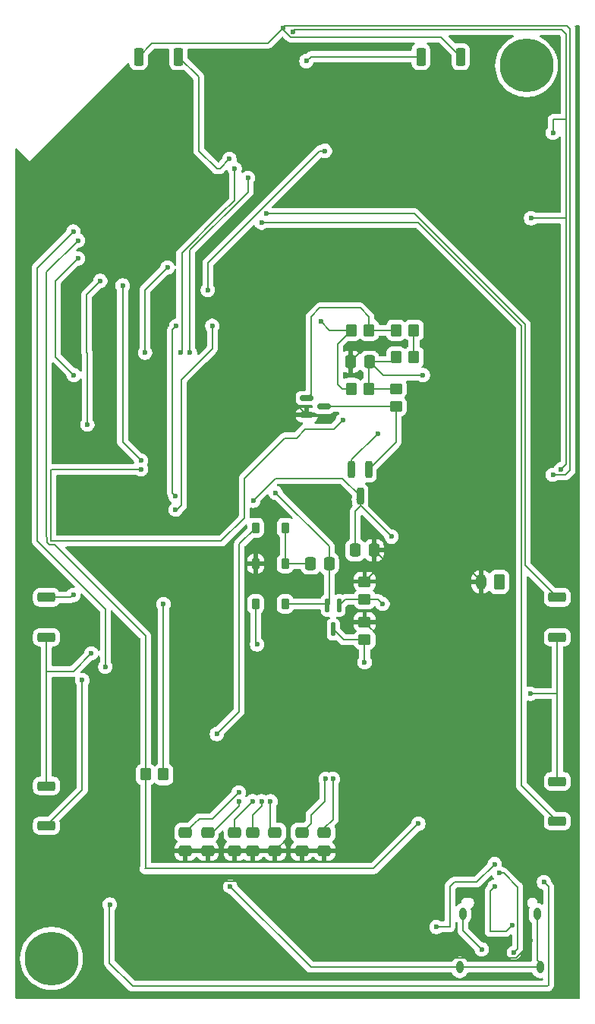
<source format=gbr>
%TF.GenerationSoftware,KiCad,Pcbnew,9.0.6*%
%TF.CreationDate,2025-11-24T16:31:49-05:00*%
%TF.ProjectId,EPD_HUB_ESP32,4550445f-4855-4425-9f45-535033322e6b,rev?*%
%TF.SameCoordinates,Original*%
%TF.FileFunction,Copper,L1,Top*%
%TF.FilePolarity,Positive*%
%FSLAX46Y46*%
G04 Gerber Fmt 4.6, Leading zero omitted, Abs format (unit mm)*
G04 Created by KiCad (PCBNEW 9.0.6) date 2025-11-24 16:31:49*
%MOMM*%
%LPD*%
G01*
G04 APERTURE LIST*
G04 Aperture macros list*
%AMRoundRect*
0 Rectangle with rounded corners*
0 $1 Rounding radius*
0 $2 $3 $4 $5 $6 $7 $8 $9 X,Y pos of 4 corners*
0 Add a 4 corners polygon primitive as box body*
4,1,4,$2,$3,$4,$5,$6,$7,$8,$9,$2,$3,0*
0 Add four circle primitives for the rounded corners*
1,1,$1+$1,$2,$3*
1,1,$1+$1,$4,$5*
1,1,$1+$1,$6,$7*
1,1,$1+$1,$8,$9*
0 Add four rect primitives between the rounded corners*
20,1,$1+$1,$2,$3,$4,$5,0*
20,1,$1+$1,$4,$5,$6,$7,0*
20,1,$1+$1,$6,$7,$8,$9,0*
20,1,$1+$1,$8,$9,$2,$3,0*%
G04 Aperture macros list end*
%TA.AperFunction,ComponentPad*%
%ADD10C,6.000000*%
%TD*%
%TA.AperFunction,SMDPad,CuDef*%
%ADD11RoundRect,0.250000X0.475000X-0.337500X0.475000X0.337500X-0.475000X0.337500X-0.475000X-0.337500X0*%
%TD*%
%TA.AperFunction,SMDPad,CuDef*%
%ADD12RoundRect,0.250000X-0.450000X0.350000X-0.450000X-0.350000X0.450000X-0.350000X0.450000X0.350000X0*%
%TD*%
%TA.AperFunction,SMDPad,CuDef*%
%ADD13RoundRect,0.250000X-0.275000X-0.750000X0.275000X-0.750000X0.275000X0.750000X-0.275000X0.750000X0*%
%TD*%
%TA.AperFunction,SMDPad,CuDef*%
%ADD14RoundRect,0.250000X-0.350000X-0.450000X0.350000X-0.450000X0.350000X0.450000X-0.350000X0.450000X0*%
%TD*%
%TA.AperFunction,SMDPad,CuDef*%
%ADD15RoundRect,0.250000X0.750000X-0.275000X0.750000X0.275000X-0.750000X0.275000X-0.750000X-0.275000X0*%
%TD*%
%TA.AperFunction,SMDPad,CuDef*%
%ADD16RoundRect,0.225000X-0.225000X-0.375000X0.225000X-0.375000X0.225000X0.375000X-0.225000X0.375000X0*%
%TD*%
%TA.AperFunction,SMDPad,CuDef*%
%ADD17RoundRect,0.250000X0.337500X0.475000X-0.337500X0.475000X-0.337500X-0.475000X0.337500X-0.475000X0*%
%TD*%
%TA.AperFunction,SMDPad,CuDef*%
%ADD18RoundRect,0.250000X0.350000X0.450000X-0.350000X0.450000X-0.350000X-0.450000X0.350000X-0.450000X0*%
%TD*%
%TA.AperFunction,SMDPad,CuDef*%
%ADD19RoundRect,0.225000X0.225000X0.375000X-0.225000X0.375000X-0.225000X-0.375000X0.225000X-0.375000X0*%
%TD*%
%TA.AperFunction,SMDPad,CuDef*%
%ADD20RoundRect,0.250000X-0.337500X-0.475000X0.337500X-0.475000X0.337500X0.475000X-0.337500X0.475000X0*%
%TD*%
%TA.AperFunction,SMDPad,CuDef*%
%ADD21RoundRect,0.250000X-0.750000X0.275000X-0.750000X-0.275000X0.750000X-0.275000X0.750000X0.275000X0*%
%TD*%
%TA.AperFunction,SMDPad,CuDef*%
%ADD22RoundRect,0.250000X0.275000X0.750000X-0.275000X0.750000X-0.275000X-0.750000X0.275000X-0.750000X0*%
%TD*%
%TA.AperFunction,SMDPad,CuDef*%
%ADD23RoundRect,0.200000X-0.200000X0.750000X-0.200000X-0.750000X0.200000X-0.750000X0.200000X0.750000X0*%
%TD*%
%TA.AperFunction,SMDPad,CuDef*%
%ADD24RoundRect,0.112500X0.112500X0.637500X-0.112500X0.637500X-0.112500X-0.637500X0.112500X-0.637500X0*%
%TD*%
%TA.AperFunction,SMDPad,CuDef*%
%ADD25RoundRect,0.150000X-0.587500X-0.150000X0.587500X-0.150000X0.587500X0.150000X-0.587500X0.150000X0*%
%TD*%
%TA.AperFunction,HeatsinkPad*%
%ADD26C,0.600000*%
%TD*%
%TA.AperFunction,ComponentPad*%
%ADD27RoundRect,0.250000X0.350000X0.625000X-0.350000X0.625000X-0.350000X-0.625000X0.350000X-0.625000X0*%
%TD*%
%TA.AperFunction,ComponentPad*%
%ADD28O,1.200000X1.750000*%
%TD*%
%TA.AperFunction,HeatsinkPad*%
%ADD29O,0.800000X1.400000*%
%TD*%
%TA.AperFunction,ViaPad*%
%ADD30C,0.600000*%
%TD*%
%TA.AperFunction,Conductor*%
%ADD31C,0.200000*%
%TD*%
G04 APERTURE END LIST*
D10*
%TO.P,REF_1,1*%
%TO.N,N/C*%
X165000000Y-48000000D03*
%TD*%
%TO.P,REF_2,1*%
%TO.N,N/C*%
X112000000Y-147500000D03*
%TD*%
D11*
%TO.P,C18,1*%
%TO.N,GND*%
X136938840Y-135537500D03*
%TO.P,C18,2*%
%TO.N,Net-(J3-Pin_18)*%
X136938840Y-133462500D03*
%TD*%
D12*
%TO.P,R15,1*%
%TO.N,GND*%
X146938840Y-105500000D03*
%TO.P,R15,2*%
%TO.N,/E_ink_HAT/GDR*%
X146938840Y-107500000D03*
%TD*%
D11*
%TO.P,C15,1*%
%TO.N,GND*%
X129438840Y-135537500D03*
%TO.P,C15,2*%
%TO.N,Net-(J3-Pin_22)*%
X129438840Y-133462500D03*
%TD*%
D13*
%TO.P,SW3,1,1*%
%TO.N,3V3*%
X121713840Y-47000000D03*
%TO.P,SW3,2,2*%
%TO.N,DPAD_RIGHT*%
X126163840Y-47000000D03*
%TD*%
D14*
%TO.P,R11,1*%
%TO.N,CHG_STATUS*%
X122500000Y-127000000D03*
%TO.P,R11,2*%
%TO.N,3V3*%
X124500000Y-127000000D03*
%TD*%
D15*
%TO.P,SW7,1,1*%
%TO.N,3V3*%
X111438840Y-111725000D03*
%TO.P,SW7,2,2*%
%TO.N,BUTTON_B*%
X111438840Y-107275000D03*
%TD*%
D16*
%TO.P,D6,1,K*%
%TO.N,GND*%
X134788840Y-103500000D03*
%TO.P,D6,2,A*%
%TO.N,Net-(D4-K)*%
X138088840Y-103500000D03*
%TD*%
D14*
%TO.P,R16,1*%
%TO.N,EPD_RST*%
X145438840Y-84000000D03*
%TO.P,R16,2*%
%TO.N,3V3*%
X147438840Y-84000000D03*
%TD*%
D17*
%TO.P,C10,1*%
%TO.N,GND*%
X147976340Y-102000000D03*
%TO.P,C10,2*%
%TO.N,/E_ink_HAT/VCC_EPD_OUT*%
X145901340Y-102000000D03*
%TD*%
D18*
%TO.P,R18,1*%
%TO.N,Net-(R18-Pad1)*%
X152438840Y-80500000D03*
%TO.P,R18,2*%
%TO.N,3V3*%
X150438840Y-80500000D03*
%TD*%
D19*
%TO.P,D5,1,K*%
%TO.N,Net-(D5-K)*%
X138088840Y-108000000D03*
%TO.P,D5,2,A*%
%TO.N,/E_ink_HAT/PREVGH*%
X134788840Y-108000000D03*
%TD*%
D20*
%TO.P,C11,1*%
%TO.N,Net-(D4-K)*%
X140901340Y-103500000D03*
%TO.P,C11,2*%
%TO.N,Net-(D5-K)*%
X142976340Y-103500000D03*
%TD*%
D11*
%TO.P,C13,1*%
%TO.N,GND*%
X132438840Y-135537500D03*
%TO.P,C13,2*%
%TO.N,Net-(J3-Pin_20)*%
X132438840Y-133462500D03*
%TD*%
D18*
%TO.P,R17,1*%
%TO.N,Net-(Q6-B)*%
X147438840Y-77500000D03*
%TO.P,R17,2*%
%TO.N,EPD_RST*%
X145438840Y-77500000D03*
%TD*%
D14*
%TO.P,R19,1*%
%TO.N,Net-(Q6-B)*%
X150438840Y-77500000D03*
%TO.P,R19,2*%
%TO.N,Net-(R18-Pad1)*%
X152438840Y-77500000D03*
%TD*%
D11*
%TO.P,C20,1*%
%TO.N,GND*%
X126938840Y-135537500D03*
%TO.P,C20,2*%
%TO.N,Net-(J3-Pin_24)*%
X126938840Y-133462500D03*
%TD*%
D21*
%TO.P,SW5,1,1*%
%TO.N,3V3*%
X111438840Y-128275000D03*
%TO.P,SW5,2,2*%
%TO.N,BUTTON_A*%
X111438840Y-132725000D03*
%TD*%
D11*
%TO.P,C19,1*%
%TO.N,GND*%
X134438840Y-135537500D03*
%TO.P,C19,2*%
%TO.N,Net-(J3-Pin_19)*%
X134438840Y-133462500D03*
%TD*%
D15*
%TO.P,SW4,1,1*%
%TO.N,3V3*%
X168438840Y-111725000D03*
%TO.P,SW4,2,2*%
%TO.N,DPAD_DOWN*%
X168438840Y-107275000D03*
%TD*%
D22*
%TO.P,SW2,1,1*%
%TO.N,3V3*%
X157663840Y-47000000D03*
%TO.P,SW2,2,2*%
%TO.N,DPAD_LEFT*%
X153213840Y-47000000D03*
%TD*%
D17*
%TO.P,C12,1*%
%TO.N,3V3*%
X147476340Y-81000000D03*
%TO.P,C12,2*%
%TO.N,GND*%
X145401340Y-81000000D03*
%TD*%
D12*
%TO.P,R14,1*%
%TO.N,GND*%
X146938840Y-110000000D03*
%TO.P,R14,2*%
%TO.N,/E_ink_HAT/RESE*%
X146938840Y-112000000D03*
%TD*%
D23*
%TO.P,Q5,1,G*%
%TO.N,Net-(Q5-G)*%
X147388840Y-93000000D03*
%TO.P,Q5,2,S*%
%TO.N,3V3*%
X145488840Y-93000000D03*
%TO.P,Q5,3,D*%
%TO.N,/E_ink_HAT/VCC_EPD_OUT*%
X146438840Y-96000000D03*
%TD*%
D21*
%TO.P,SW1,1,1*%
%TO.N,3V3*%
X168438840Y-127775000D03*
%TO.P,SW1,2,2*%
%TO.N,DPAD_UP*%
X168438840Y-132225000D03*
%TD*%
D19*
%TO.P,D4,1,K*%
%TO.N,Net-(D4-K)*%
X138088840Y-99500000D03*
%TO.P,D4,2,A*%
%TO.N,/E_ink_HAT/PREVGL*%
X134788840Y-99500000D03*
%TD*%
D24*
%TO.P,Q4,1,G*%
%TO.N,/E_ink_HAT/GDR*%
X144088840Y-108170000D03*
%TO.P,Q4,2,S*%
%TO.N,Net-(D5-K)*%
X142788840Y-108170000D03*
%TO.P,Q4,3,D*%
%TO.N,/E_ink_HAT/RESE*%
X143438840Y-110830000D03*
%TD*%
D12*
%TO.P,R20,1*%
%TO.N,3V3*%
X150438840Y-84000000D03*
%TO.P,R20,2*%
%TO.N,Net-(Q5-G)*%
X150438840Y-86000000D03*
%TD*%
D11*
%TO.P,C21,1*%
%TO.N,GND*%
X142438840Y-135537500D03*
%TO.P,C21,2*%
%TO.N,Net-(J3-Pin_4)*%
X142438840Y-133462500D03*
%TD*%
D25*
%TO.P,Q6,1,B*%
%TO.N,Net-(Q6-B)*%
X140501340Y-85050000D03*
%TO.P,Q6,2,E*%
%TO.N,GND*%
X140501340Y-86950000D03*
%TO.P,Q6,3,C*%
%TO.N,Net-(Q5-G)*%
X142376340Y-86000000D03*
%TD*%
D11*
%TO.P,C17,1*%
%TO.N,GND*%
X139938840Y-135537500D03*
%TO.P,C17,2*%
%TO.N,Net-(J3-Pin_5)*%
X139938840Y-133462500D03*
%TD*%
D26*
%TO.P,U4,41,GND*%
%TO.N,GND*%
X129923764Y-61484924D03*
X128933815Y-60494974D03*
X129923764Y-62474873D03*
X128933815Y-61484924D03*
X127943865Y-60494974D03*
X128933815Y-62474873D03*
X127943865Y-61484924D03*
X128933815Y-63464823D03*
X127943865Y-62474873D03*
X126953916Y-61484924D03*
X127943865Y-63464823D03*
X126953916Y-62474873D03*
%TD*%
D27*
%TO.P,J5,1,Pin_1*%
%TO.N,Net-(J5-Pin_1)*%
X161938840Y-105550000D03*
D28*
%TO.P,J5,2,Pin_2*%
%TO.N,GND*%
X159938840Y-105550000D03*
%TD*%
D29*
%TO.P,J1,S1,SHIELD*%
%TO.N,Net-(J1-SHIELD)*%
X166529840Y-148500000D03*
X166169840Y-142550000D03*
X157909840Y-142550000D03*
X157549840Y-148500000D03*
%TD*%
D30*
%TO.N,3V3*%
X124500000Y-108000000D03*
%TO.N,GND*%
X151000000Y-112500000D03*
%TO.N,BAT_MONIT*%
X118000000Y-115000000D03*
%TO.N,GND*%
X120000000Y-126500000D03*
%TO.N,VBat+*%
X118500000Y-141500000D03*
%TO.N,ESP32_IO0*%
X142500000Y-57500000D03*
%TO.N,ESP32_EN*%
X165500000Y-65000000D03*
%TO.N,SD_DAT2*%
X114500000Y-82500000D03*
%TO.N,SD_DAT3*%
X116000000Y-88000000D03*
%TO.N,SD_CMD*%
X122000000Y-92000000D03*
%TO.N,SD_DAT1*%
X125838840Y-97500000D03*
%TO.N,SD_DAT0*%
X125838840Y-96000000D03*
%TO.N,GND*%
X134000000Y-67500000D03*
X152438840Y-124000000D03*
X154438840Y-124500000D03*
X149000000Y-79500000D03*
X158438840Y-117500000D03*
X141438840Y-127500000D03*
X155500000Y-91000000D03*
X137438840Y-128500000D03*
X165438840Y-145500000D03*
X167500000Y-134000000D03*
X154938840Y-131000000D03*
X151500000Y-137000000D03*
%TO.N,Net-(J1-SHIELD)*%
X131938840Y-139500000D03*
X160000000Y-146500000D03*
%TO.N,VBat+*%
X166938840Y-139000000D03*
%TO.N,ESP32_EN*%
X168836840Y-93000000D03*
X138936840Y-44201000D03*
X167938840Y-55500000D03*
%TO.N,3V3*%
X153438840Y-82500000D03*
X167938840Y-93600000D03*
X137837840Y-43800000D03*
X116438840Y-113500000D03*
X148438840Y-89000000D03*
X165438840Y-118000000D03*
%TO.N,BAT_MONIT*%
X114438840Y-66500000D03*
%TO.N,/E_ink_HAT/VCC_EPD_OUT*%
X134500000Y-96500000D03*
X149938840Y-100500000D03*
%TO.N,Net-(D5-K)*%
X137000000Y-95600000D03*
%TO.N,Net-(J3-Pin_20)*%
X134438840Y-130000000D03*
%TO.N,/E_ink_HAT/PREVGH*%
X134938840Y-112500000D03*
%TO.N,Net-(J3-Pin_22)*%
X132938840Y-130000000D03*
%TO.N,/E_ink_HAT/PREVGL*%
X130438840Y-122500000D03*
%TO.N,Net-(J3-Pin_5)*%
X142588840Y-127500000D03*
%TO.N,Net-(J3-Pin_18)*%
X136438840Y-130000000D03*
%TO.N,Net-(J3-Pin_19)*%
X135438840Y-130000000D03*
%TO.N,Net-(J3-Pin_24)*%
X132888842Y-129000000D03*
%TO.N,Net-(J3-Pin_4)*%
X143388843Y-127500000D03*
%TO.N,ESP32_IO0*%
X129438840Y-73000000D03*
%TO.N,Net-(J7-VDD)*%
X122000000Y-93000000D03*
X144500000Y-87500000D03*
%TO.N,ESP32_DP*%
X161938840Y-138000000D03*
X163588658Y-146850182D03*
%TO.N,ESP32_DN*%
X163397840Y-143800000D03*
X161438840Y-139500000D03*
%TO.N,BUTTON_B*%
X132438840Y-59500000D03*
X114438840Y-107000000D03*
X126438840Y-80000000D03*
%TO.N,BUTTON_A*%
X115438840Y-116500000D03*
X133938840Y-60500000D03*
X127438840Y-80000000D03*
%TO.N,DPAD_RIGHT*%
X131858078Y-58419238D03*
%TO.N,DPAD_UP*%
X135438840Y-65500000D03*
%TO.N,DPAD_DOWN*%
X135938840Y-64500000D03*
%TO.N,DPAD_LEFT*%
X140438840Y-47500000D03*
%TO.N,Net-(J1-CC1)*%
X154938840Y-144000000D03*
X161438840Y-137000000D03*
%TO.N,/E_ink_HAT/GDR*%
X148938840Y-108000000D03*
%TO.N,EPD_RST*%
X142038840Y-76500000D03*
%TO.N,/E_ink_HAT/RESE*%
X146938840Y-114500000D03*
%TO.N,SD_DAT2*%
X114938840Y-69500000D03*
%TO.N,SD_DAT0*%
X125938840Y-77000000D03*
%TO.N,SD_CLK*%
X122438840Y-80000000D03*
X124938840Y-70500000D03*
%TO.N,SD_CMD*%
X119938840Y-72500000D03*
%TO.N,SD_DAT3*%
X117438840Y-72000000D03*
%TO.N,SD_DAT1*%
X129938840Y-77000000D03*
%TO.N,CHG_STATUS*%
X114938840Y-67500000D03*
X152938840Y-132500000D03*
%TD*%
D31*
%TO.N,3V3*%
X124500000Y-127000000D02*
X124500000Y-108000000D01*
%TO.N,CHG_STATUS*%
X111438840Y-71000000D02*
X114938840Y-67500000D01*
X111438840Y-92750057D02*
X111438840Y-71000000D01*
X111437840Y-93248943D02*
X111437840Y-92751057D01*
X111438840Y-93249943D02*
X111437840Y-93248943D01*
X111437840Y-92751057D02*
X111438840Y-92750057D01*
X111438840Y-100500000D02*
X111438840Y-93249943D01*
X111537840Y-100599000D02*
X111438840Y-100500000D01*
X111537840Y-101166100D02*
X111537840Y-100599000D01*
X111772740Y-101401000D02*
X111537840Y-101166100D01*
X122500000Y-111561160D02*
X112339840Y-101401000D01*
X112339840Y-101401000D02*
X111772740Y-101401000D01*
X122500000Y-127000000D02*
X122500000Y-111561160D01*
X122500000Y-137438840D02*
X122500000Y-127000000D01*
X122438840Y-137500000D02*
X122500000Y-137438840D01*
%TO.N,GND*%
X152000000Y-111500000D02*
X151000000Y-112500000D01*
X152000000Y-105550000D02*
X152000000Y-111500000D01*
X152000000Y-105550000D02*
X159938840Y-105550000D01*
%TO.N,BAT_MONIT*%
X118000000Y-114500000D02*
X118000000Y-115000000D01*
X118000000Y-108561160D02*
X118000000Y-114500000D01*
X110401340Y-100962500D02*
X118000000Y-108561160D01*
X110401340Y-70537500D02*
X110401340Y-100962500D01*
X114438840Y-66500000D02*
X110401340Y-70537500D01*
%TO.N,GND*%
X119938840Y-126561160D02*
X120000000Y-126500000D01*
X119938840Y-138798000D02*
X119938840Y-126561160D01*
%TO.N,VBat+*%
X118469420Y-141530580D02*
X118500000Y-141500000D01*
X118469420Y-148030580D02*
X118469420Y-141530580D01*
X118469420Y-148030580D02*
X121039840Y-150601000D01*
%TO.N,ESP32_IO0*%
X141938840Y-57500000D02*
X142500000Y-57500000D01*
%TO.N,ESP32_EN*%
X165500000Y-65000000D02*
X169436840Y-65000000D01*
X169436840Y-54000000D02*
X169436840Y-65000000D01*
%TO.N,SD_DAT2*%
X112469420Y-80469420D02*
X114500000Y-82500000D01*
X112469420Y-80030580D02*
X112469420Y-80469420D01*
%TO.N,SD_DAT3*%
X115938840Y-73500000D02*
X117438840Y-72000000D01*
X116000000Y-88000000D02*
X116000000Y-80061160D01*
X115938840Y-80000000D02*
X115938840Y-73500000D01*
X116000000Y-80061160D02*
X115938840Y-80000000D01*
%TO.N,SD_CMD*%
X119938840Y-89938840D02*
X122000000Y-92000000D01*
X119938840Y-79500000D02*
X119938840Y-89938840D01*
%TO.N,SD_DAT1*%
X126000000Y-97500000D02*
X125838840Y-97500000D01*
X126500000Y-97000000D02*
X126000000Y-97500000D01*
X126500000Y-83000000D02*
X126500000Y-97000000D01*
X128500000Y-81000000D02*
X126500000Y-83000000D01*
X129938840Y-79561160D02*
X128500000Y-81000000D01*
X129938840Y-78500000D02*
X129938840Y-79561160D01*
%TO.N,SD_DAT0*%
X125500000Y-95661160D02*
X125838840Y-96000000D01*
X125500000Y-77438840D02*
X125500000Y-95661160D01*
X125938840Y-77000000D02*
X125500000Y-77438840D01*
%TO.N,Net-(J7-VDD)*%
X143500000Y-88500000D02*
X144500000Y-87500000D01*
X140330808Y-88500000D02*
X143500000Y-88500000D01*
X138000000Y-89500000D02*
X139330808Y-89500000D01*
X139330808Y-89500000D02*
X140330808Y-88500000D01*
X133500000Y-94000000D02*
X138000000Y-89500000D01*
X133500000Y-98438840D02*
X133500000Y-94000000D01*
X111938840Y-101000000D02*
X130938840Y-101000000D01*
X111938840Y-93100000D02*
X111938840Y-101000000D01*
X122000000Y-93000000D02*
X112038840Y-93000000D01*
X130938840Y-101000000D02*
X133500000Y-98438840D01*
X112038840Y-93000000D02*
X111938840Y-93100000D01*
%TO.N,SD_CLK*%
X122438840Y-80000000D02*
X122438840Y-73000000D01*
X122438840Y-73000000D02*
X124938840Y-70500000D01*
%TO.N,SD_CMD*%
X119938840Y-79500000D02*
X119938840Y-72500000D01*
%TO.N,SD_DAT2*%
X112438840Y-80000000D02*
X112438840Y-72000000D01*
X112469420Y-80030580D02*
X112438840Y-80000000D01*
X112438840Y-72000000D02*
X114938840Y-69500000D01*
%TO.N,GND*%
X138438840Y-129500000D02*
X138438840Y-130500000D01*
X163837601Y-147451182D02*
X143390022Y-147451182D01*
X137000000Y-83448660D02*
X140501340Y-86950000D01*
X134000000Y-67500000D02*
X134000000Y-69000000D01*
X148938840Y-121000000D02*
X148938840Y-112000000D01*
X155500000Y-101000000D02*
X155500000Y-92000000D01*
X138438840Y-134037500D02*
X136938840Y-135537500D01*
X152438840Y-124000000D02*
X149438840Y-121000000D01*
X146500000Y-131000000D02*
X144438840Y-133061160D01*
X147976340Y-102000000D02*
X149000000Y-103023660D01*
X137438840Y-128500000D02*
X138438840Y-129500000D01*
X145401340Y-81000000D02*
X146901340Y-79500000D01*
X165438840Y-145849943D02*
X163837601Y-147451182D01*
X143390022Y-147451182D02*
X136469420Y-140530580D01*
X134000000Y-69000000D02*
X137000000Y-72000000D01*
X159938840Y-105550000D02*
X159938840Y-105438840D01*
X159938840Y-105438840D02*
X156000000Y-101500000D01*
X149000000Y-103023660D02*
X149000000Y-103438840D01*
X144438840Y-133061160D02*
X144438840Y-135500000D01*
X138438840Y-130500000D02*
X138438840Y-134037500D01*
X149438840Y-121000000D02*
X148938840Y-121000000D01*
X147969420Y-140530580D02*
X136469420Y-140530580D01*
X149000000Y-103438840D02*
X151111160Y-105550000D01*
X150938840Y-110000000D02*
X146938840Y-110000000D01*
X167500000Y-134000000D02*
X165500000Y-134000000D01*
X165500000Y-134000000D02*
X158438840Y-126938840D01*
X154438840Y-124500000D02*
X153938840Y-124000000D01*
X151469420Y-110530580D02*
X150938840Y-110000000D01*
X151500000Y-137000000D02*
X147969420Y-140530580D01*
X156000000Y-101500000D02*
X155500000Y-101000000D01*
X141438840Y-127500000D02*
X138438840Y-130500000D01*
X120039840Y-138899000D02*
X119938840Y-138798000D01*
X155500000Y-92000000D02*
X155500000Y-91000000D01*
X148938840Y-112000000D02*
X146938840Y-110000000D01*
X158438840Y-126938840D02*
X158438840Y-117500000D01*
X136469420Y-140530580D02*
X134837840Y-138899000D01*
X146901340Y-79500000D02*
X149000000Y-79500000D01*
X153938840Y-124000000D02*
X152438840Y-124000000D01*
X158438840Y-117500000D02*
X151469420Y-110530580D01*
X154938840Y-131000000D02*
X146500000Y-131000000D01*
X137000000Y-72000000D02*
X137000000Y-83448660D01*
X144438840Y-135500000D02*
X144401340Y-135537500D01*
X151111160Y-105550000D02*
X152000000Y-105550000D01*
X165438840Y-145500000D02*
X165438840Y-145849943D01*
X134837840Y-138899000D02*
X120039840Y-138899000D01*
X144401340Y-135537500D02*
X142438840Y-135537500D01*
X149000000Y-103438840D02*
X146938840Y-105500000D01*
%TO.N,Net-(J1-SHIELD)*%
X131938840Y-139500000D02*
X140938840Y-148500000D01*
X157549840Y-148500000D02*
X166529840Y-148500000D01*
X140938840Y-148500000D02*
X157549840Y-148500000D01*
X157909840Y-142550000D02*
X157909840Y-144409840D01*
X166529840Y-148029840D02*
X166169840Y-147669840D01*
X157909840Y-144409840D02*
X160000000Y-146500000D01*
X166529840Y-148500000D02*
X166529840Y-148029840D01*
X166169840Y-147669840D02*
X166169840Y-142550000D01*
%TO.N,VBat+*%
X167438840Y-139500000D02*
X166938840Y-139000000D01*
X121039840Y-150601000D02*
X167337840Y-150601000D01*
X167337840Y-150601000D02*
X167438840Y-150500000D01*
X167438840Y-150500000D02*
X167438840Y-139500000D01*
%TO.N,ESP32_EN*%
X169436840Y-92400000D02*
X168836840Y-93000000D01*
X167976340Y-55462500D02*
X167938840Y-55500000D01*
X139135840Y-44002000D02*
X168938840Y-44002000D01*
X169436840Y-44500000D02*
X169436840Y-54000000D01*
X167976340Y-54000000D02*
X169436840Y-54000000D01*
X169436840Y-65000000D02*
X169436840Y-92400000D01*
X168938840Y-44002000D02*
X169436840Y-44500000D01*
X138936840Y-44201000D02*
X139135840Y-44002000D01*
X167976340Y-54000000D02*
X167976340Y-55462500D01*
%TO.N,3V3*%
X136137840Y-45500000D02*
X123213840Y-45500000D01*
X157663840Y-47000000D02*
X155465840Y-44802000D01*
X148976340Y-82500000D02*
X147476340Y-81000000D01*
X169837840Y-93101000D02*
X169338840Y-93600000D01*
X138687897Y-44802000D02*
X137837840Y-43951943D01*
X114438840Y-115500000D02*
X116438840Y-113500000D01*
X147476340Y-81000000D02*
X149938840Y-81000000D01*
X147438840Y-84000000D02*
X147438840Y-81037500D01*
X111438840Y-115500000D02*
X114438840Y-115500000D01*
X155465840Y-44802000D02*
X138687897Y-44802000D01*
X168438840Y-118000000D02*
X165438840Y-118000000D01*
X123213840Y-45500000D02*
X121713840Y-47000000D01*
X138036840Y-43601000D02*
X169539840Y-43601000D01*
X137837840Y-43800000D02*
X136137840Y-45500000D01*
X149938840Y-81000000D02*
X150438840Y-80500000D01*
X145488840Y-93000000D02*
X145488840Y-91950000D01*
X145488840Y-91950000D02*
X148438840Y-89000000D01*
X137837840Y-43951943D02*
X137837840Y-43800000D01*
X111438840Y-115500000D02*
X111438840Y-111725000D01*
X169338840Y-93600000D02*
X167938840Y-93600000D01*
X137837840Y-43800000D02*
X138036840Y-43601000D01*
X169837840Y-43899000D02*
X169837840Y-93101000D01*
X147438840Y-84000000D02*
X150438840Y-84000000D01*
X169539840Y-43601000D02*
X169837840Y-43899000D01*
X153438840Y-82500000D02*
X148976340Y-82500000D01*
X168438840Y-118000000D02*
X168438840Y-127775000D01*
X111438840Y-128275000D02*
X111438840Y-115500000D01*
X168438840Y-111725000D02*
X168438840Y-118000000D01*
X147438840Y-81037500D02*
X147476340Y-81000000D01*
%TO.N,/E_ink_HAT/VCC_EPD_OUT*%
X134500000Y-96500000D02*
X137000000Y-94000000D01*
X145901340Y-102000000D02*
X145901340Y-97651340D01*
X146088840Y-96350000D02*
X146438840Y-96000000D01*
X146438840Y-96000000D02*
X146438840Y-97000000D01*
X146438840Y-97000000D02*
X149938840Y-100500000D01*
X137000000Y-94000000D02*
X144438840Y-94000000D01*
X144438840Y-94000000D02*
X146438840Y-96000000D01*
X146088840Y-101812500D02*
X145901340Y-102000000D01*
X146438840Y-97113840D02*
X146438840Y-96000000D01*
X145901340Y-97651340D02*
X146438840Y-97113840D01*
%TO.N,Net-(D4-K)*%
X140901340Y-103500000D02*
X138088840Y-103500000D01*
X138088840Y-99500000D02*
X138088840Y-103500000D01*
%TO.N,Net-(D5-K)*%
X142976340Y-103500000D02*
X142976340Y-107982500D01*
X142976340Y-107982500D02*
X142788840Y-108170000D01*
X142618840Y-108000000D02*
X142788840Y-108170000D01*
X142976340Y-101576340D02*
X142976340Y-103500000D01*
X137000000Y-95600000D02*
X142976340Y-101576340D01*
X138088840Y-108000000D02*
X142618840Y-108000000D01*
%TO.N,Net-(J3-Pin_20)*%
X132438840Y-132000000D02*
X132438840Y-133462500D01*
X134438840Y-130000000D02*
X132438840Y-132000000D01*
%TO.N,/E_ink_HAT/PREVGH*%
X134938840Y-112500000D02*
X134788840Y-112350000D01*
X134788840Y-112350000D02*
X134788840Y-108000000D01*
%TO.N,Net-(J3-Pin_22)*%
X132938840Y-130500000D02*
X129976340Y-133462500D01*
X129976340Y-133462500D02*
X129438840Y-133462500D01*
X132938840Y-130000000D02*
X132938840Y-130500000D01*
%TO.N,/E_ink_HAT/PREVGL*%
X132938840Y-120000000D02*
X130438840Y-122500000D01*
X132938840Y-101350000D02*
X132938840Y-120000000D01*
X134788840Y-99500000D02*
X132938840Y-101350000D01*
%TO.N,Net-(J3-Pin_5)*%
X142465227Y-129973613D02*
X140938840Y-131500000D01*
X142588840Y-127500000D02*
X142465227Y-127623613D01*
X140938840Y-132462500D02*
X139938840Y-133462500D01*
X142465227Y-127623613D02*
X142465227Y-129973613D01*
X140938840Y-131500000D02*
X140938840Y-132462500D01*
%TO.N,Net-(J3-Pin_18)*%
X136438840Y-130000000D02*
X136438840Y-133000000D01*
%TO.N,Net-(J3-Pin_19)*%
X134438840Y-131500000D02*
X134438840Y-133462500D01*
X135438840Y-130500000D02*
X134438840Y-131500000D01*
X135438840Y-130000000D02*
X135438840Y-130500000D01*
X134438840Y-133462500D02*
X134901340Y-133000000D01*
%TO.N,Net-(J3-Pin_24)*%
X129938840Y-131950002D02*
X128488838Y-131950002D01*
X127938840Y-132500000D02*
X127901340Y-132500000D01*
X127901340Y-132500000D02*
X126938840Y-133462500D01*
X128488838Y-131950002D02*
X127938840Y-132500000D01*
X132888842Y-129000000D02*
X129938840Y-131950002D01*
%TO.N,Net-(J3-Pin_4)*%
X143388843Y-127500000D02*
X143388843Y-128600003D01*
X143438840Y-132000000D02*
X142438840Y-133000000D01*
X143438840Y-128650000D02*
X143438840Y-132000000D01*
X143388843Y-128600003D02*
X143438840Y-128650000D01*
%TO.N,ESP32_IO0*%
X141938840Y-57500000D02*
X129438840Y-70000000D01*
X129438840Y-70000000D02*
X129438840Y-73000000D01*
%TO.N,ESP32_DP*%
X163998840Y-139560000D02*
X163998840Y-146440000D01*
X162438840Y-138000000D02*
X163998840Y-139560000D01*
X163998840Y-146440000D02*
X163588658Y-146850182D01*
X161938840Y-138000000D02*
X162438840Y-138000000D01*
%TO.N,ESP32_DN*%
X160938840Y-140000000D02*
X160938840Y-144500000D01*
X160938840Y-144500000D02*
X162697840Y-144500000D01*
X161438840Y-139500000D02*
X160938840Y-140000000D01*
X162697840Y-144500000D02*
X163397840Y-143800000D01*
%TO.N,BUTTON_B*%
X126539840Y-79899000D02*
X126539840Y-68899000D01*
X114163840Y-107275000D02*
X114438840Y-107000000D01*
X111438840Y-107275000D02*
X114163840Y-107275000D01*
X126438840Y-80000000D02*
X126539840Y-79899000D01*
X132438840Y-63000000D02*
X132438840Y-59500000D01*
X126539840Y-68899000D02*
X130938840Y-64500000D01*
X130938840Y-64500000D02*
X132438840Y-63000000D01*
%TO.N,BUTTON_A*%
X127438840Y-80000000D02*
X127438840Y-68567100D01*
X111438840Y-132725000D02*
X115438840Y-128725000D01*
X127438840Y-68567100D02*
X133938840Y-62067100D01*
X133938840Y-62067100D02*
X133938840Y-60500000D01*
X115438840Y-128725000D02*
X115438840Y-116500000D01*
%TO.N,DPAD_RIGHT*%
X131858078Y-58419238D02*
X130777316Y-59500000D01*
X128438840Y-49275000D02*
X126163840Y-47000000D01*
X130777316Y-59500000D02*
X130438840Y-59500000D01*
X130438840Y-59500000D02*
X128438840Y-57500000D01*
X128438840Y-57500000D02*
X128438840Y-49275000D01*
%TO.N,DPAD_UP*%
X168438840Y-132225000D02*
X164438840Y-128225000D01*
X164438840Y-128225000D02*
X164438840Y-77000000D01*
X164438840Y-77000000D02*
X152938840Y-65500000D01*
X152938840Y-65500000D02*
X150438840Y-65500000D01*
X150438840Y-65500000D02*
X135438840Y-65500000D01*
%TO.N,DPAD_DOWN*%
X152505940Y-64500000D02*
X135938840Y-64500000D01*
X164839840Y-103676000D02*
X164839840Y-76833900D01*
X168438840Y-107275000D02*
X164839840Y-103676000D01*
X164839840Y-76833900D02*
X152505940Y-64500000D01*
%TO.N,DPAD_LEFT*%
X140938840Y-47000000D02*
X140438840Y-47500000D01*
X153213840Y-47000000D02*
X140938840Y-47000000D01*
%TO.N,Net-(J1-CC1)*%
X156438840Y-139500000D02*
X156438840Y-144000000D01*
X161438840Y-137000000D02*
X159438840Y-139000000D01*
X156938840Y-139000000D02*
X156438840Y-139500000D01*
X156438840Y-144000000D02*
X154938840Y-144000000D01*
X159438840Y-139000000D02*
X156938840Y-139000000D01*
%TO.N,/E_ink_HAT/GDR*%
X144088840Y-108170000D02*
X144758840Y-107500000D01*
X148938840Y-108000000D02*
X148438840Y-107500000D01*
X148438840Y-107500000D02*
X146938840Y-107500000D01*
X144758840Y-107500000D02*
X146938840Y-107500000D01*
%TO.N,EPD_RST*%
X145438840Y-77500000D02*
X143938840Y-79000000D01*
X144438840Y-84000000D02*
X145438840Y-84000000D01*
X143038840Y-77500000D02*
X142038840Y-76500000D01*
X143938840Y-79000000D02*
X143938840Y-83500000D01*
X143938840Y-83500000D02*
X144438840Y-84000000D01*
X145438840Y-77500000D02*
X143038840Y-77500000D01*
%TO.N,/E_ink_HAT/RESE*%
X144608840Y-112000000D02*
X146938840Y-112000000D01*
X143438840Y-110830000D02*
X144608840Y-112000000D01*
X146938840Y-114500000D02*
X146938840Y-112000000D01*
%TO.N,SD_DAT1*%
X129938840Y-78500000D02*
X129938840Y-77000000D01*
%TO.N,Net-(Q5-G)*%
X150438840Y-89950000D02*
X147388840Y-93000000D01*
X142376340Y-86000000D02*
X150438840Y-86000000D01*
X150438840Y-86000000D02*
X150438840Y-89950000D01*
%TO.N,Net-(Q6-B)*%
X147438840Y-76000000D02*
X146438840Y-75000000D01*
X147438840Y-77500000D02*
X147438840Y-76000000D01*
X146438840Y-75000000D02*
X141938840Y-75000000D01*
X140938840Y-76000000D02*
X140938840Y-84612500D01*
X141938840Y-75000000D02*
X140938840Y-76000000D01*
X140938840Y-84612500D02*
X140501340Y-85050000D01*
X150438840Y-77500000D02*
X147438840Y-77500000D01*
%TO.N,CHG_STATUS*%
X152938840Y-132500000D02*
X147938840Y-137500000D01*
X147938840Y-137500000D02*
X122438840Y-137500000D01*
%TO.N,Net-(R18-Pad1)*%
X152438840Y-77500000D02*
X152438840Y-80500000D01*
%TD*%
%TA.AperFunction,Conductor*%
%TO.N,GND*%
G36*
X149325578Y-78120185D02*
G01*
X149371333Y-78172989D01*
X149376243Y-78185492D01*
X149404026Y-78269334D01*
X149496128Y-78418656D01*
X149620184Y-78542712D01*
X149769506Y-78634814D01*
X149936043Y-78689999D01*
X150038831Y-78700500D01*
X150838848Y-78700499D01*
X150838856Y-78700498D01*
X150838859Y-78700498D01*
X150895142Y-78694748D01*
X150941637Y-78689999D01*
X151108174Y-78634814D01*
X151257496Y-78542712D01*
X151351159Y-78449049D01*
X151412482Y-78415564D01*
X151482174Y-78420548D01*
X151526521Y-78449049D01*
X151620184Y-78542712D01*
X151769506Y-78634814D01*
X151769507Y-78634814D01*
X151775653Y-78638605D01*
X151774546Y-78640399D01*
X151819177Y-78679687D01*
X151838340Y-78745908D01*
X151838340Y-79254091D01*
X151818655Y-79321130D01*
X151774571Y-79359641D01*
X151775653Y-79361395D01*
X151769507Y-79365185D01*
X151769506Y-79365186D01*
X151679109Y-79420943D01*
X151620182Y-79457289D01*
X151526521Y-79550951D01*
X151465198Y-79584436D01*
X151395506Y-79579452D01*
X151351159Y-79550951D01*
X151257497Y-79457289D01*
X151257496Y-79457288D01*
X151108174Y-79365186D01*
X150941637Y-79310001D01*
X150941635Y-79310000D01*
X150838850Y-79299500D01*
X150038838Y-79299500D01*
X150038820Y-79299501D01*
X149936043Y-79310000D01*
X149936040Y-79310001D01*
X149769508Y-79365185D01*
X149769503Y-79365187D01*
X149620182Y-79457289D01*
X149496129Y-79581342D01*
X149404027Y-79730663D01*
X149404025Y-79730668D01*
X149377652Y-79810256D01*
X149348841Y-79897203D01*
X149348841Y-79897204D01*
X149348840Y-79897204D01*
X149338340Y-79999983D01*
X149338340Y-80275500D01*
X149318655Y-80342539D01*
X149265851Y-80388294D01*
X149214340Y-80399500D01*
X148652425Y-80399500D01*
X148585386Y-80379815D01*
X148539631Y-80327011D01*
X148534719Y-80314504D01*
X148498654Y-80205666D01*
X148406552Y-80056344D01*
X148282496Y-79932288D01*
X148146167Y-79848200D01*
X148133176Y-79840187D01*
X148133171Y-79840185D01*
X148124751Y-79837395D01*
X147966637Y-79785001D01*
X147966635Y-79785000D01*
X147863850Y-79774500D01*
X147088838Y-79774500D01*
X147088820Y-79774501D01*
X146986043Y-79785000D01*
X146986040Y-79785001D01*
X146819508Y-79840185D01*
X146819503Y-79840187D01*
X146670182Y-79932289D01*
X146546128Y-80056343D01*
X146546123Y-80056349D01*
X146544081Y-80059661D01*
X146542087Y-80061453D01*
X146541647Y-80062011D01*
X146541551Y-80061935D01*
X146492131Y-80106383D01*
X146423168Y-80117602D01*
X146359087Y-80089755D01*
X146333008Y-80059656D01*
X146331159Y-80056659D01*
X146331156Y-80056655D01*
X146207185Y-79932684D01*
X146057964Y-79840643D01*
X146057959Y-79840641D01*
X145891537Y-79785494D01*
X145891530Y-79785493D01*
X145788826Y-79775000D01*
X145651340Y-79775000D01*
X145651340Y-82224999D01*
X145788812Y-82224999D01*
X145788826Y-82224998D01*
X145891537Y-82214505D01*
X146057959Y-82159358D01*
X146057964Y-82159356D01*
X146207185Y-82067315D01*
X146331158Y-81943342D01*
X146333005Y-81940348D01*
X146334809Y-81938724D01*
X146335638Y-81937677D01*
X146335816Y-81937818D01*
X146384950Y-81893621D01*
X146453913Y-81882396D01*
X146517996Y-81910236D01*
X146544083Y-81940341D01*
X146546128Y-81943656D01*
X146670184Y-82067712D01*
X146779437Y-82135099D01*
X146826161Y-82187047D01*
X146838340Y-82240638D01*
X146838340Y-82754091D01*
X146818655Y-82821130D01*
X146774571Y-82859641D01*
X146775653Y-82861395D01*
X146769507Y-82865185D01*
X146769506Y-82865186D01*
X146694921Y-82911190D01*
X146620182Y-82957289D01*
X146526521Y-83050951D01*
X146465198Y-83084436D01*
X146395506Y-83079452D01*
X146351159Y-83050951D01*
X146257497Y-82957289D01*
X146257496Y-82957288D01*
X146149244Y-82890518D01*
X146108176Y-82865187D01*
X146108171Y-82865185D01*
X146106702Y-82864698D01*
X145941637Y-82810001D01*
X145941635Y-82810000D01*
X145838850Y-82799500D01*
X145038838Y-82799500D01*
X145038820Y-82799501D01*
X144936043Y-82810000D01*
X144936040Y-82810001D01*
X144769508Y-82865185D01*
X144769506Y-82865185D01*
X144769506Y-82865186D01*
X144769502Y-82865187D01*
X144769501Y-82865189D01*
X144728435Y-82890518D01*
X144661042Y-82908957D01*
X144594379Y-82888033D01*
X144549611Y-82834391D01*
X144539340Y-82784978D01*
X144539340Y-82254854D01*
X144559025Y-82187815D01*
X144611829Y-82142060D01*
X144680987Y-82132116D01*
X144728438Y-82149316D01*
X144744713Y-82159355D01*
X144744720Y-82159358D01*
X144911142Y-82214505D01*
X144911149Y-82214506D01*
X145013859Y-82224999D01*
X145151339Y-82224999D01*
X145151340Y-82224998D01*
X145151340Y-79775000D01*
X145013867Y-79775000D01*
X145013852Y-79775001D01*
X144911142Y-79785494D01*
X144744720Y-79840641D01*
X144744708Y-79840647D01*
X144728434Y-79850685D01*
X144661042Y-79869124D01*
X144594378Y-79848200D01*
X144549610Y-79794557D01*
X144539340Y-79745145D01*
X144539340Y-79300096D01*
X144559025Y-79233057D01*
X144575655Y-79212419D01*
X145051256Y-78736817D01*
X145112579Y-78703333D01*
X145138937Y-78700499D01*
X145838842Y-78700499D01*
X145838848Y-78700499D01*
X145941637Y-78689999D01*
X146108174Y-78634814D01*
X146257496Y-78542712D01*
X146351159Y-78449049D01*
X146412482Y-78415564D01*
X146482174Y-78420548D01*
X146526521Y-78449049D01*
X146620184Y-78542712D01*
X146769506Y-78634814D01*
X146936043Y-78689999D01*
X147038831Y-78700500D01*
X147838848Y-78700499D01*
X147838856Y-78700498D01*
X147838859Y-78700498D01*
X147895142Y-78694748D01*
X147941637Y-78689999D01*
X148108174Y-78634814D01*
X148257496Y-78542712D01*
X148381552Y-78418656D01*
X148473654Y-78269334D01*
X148501435Y-78185495D01*
X148541208Y-78128051D01*
X148605724Y-78101228D01*
X148619141Y-78100500D01*
X149258539Y-78100500D01*
X149325578Y-78120185D01*
G37*
%TD.AperFunction*%
%TA.AperFunction,Conductor*%
G36*
X170881379Y-43520185D02*
G01*
X170927134Y-43572989D01*
X170938340Y-43624500D01*
X170938340Y-151875500D01*
X170918655Y-151942539D01*
X170865851Y-151988294D01*
X170814340Y-151999500D01*
X108063340Y-151999500D01*
X107996301Y-151979815D01*
X107950546Y-151927011D01*
X107939340Y-151875500D01*
X107939340Y-147328031D01*
X108499500Y-147328031D01*
X108499500Y-147671969D01*
X108507077Y-147748897D01*
X108533210Y-148014249D01*
X108600308Y-148351572D01*
X108700150Y-148680706D01*
X108831770Y-148998464D01*
X108831772Y-148998469D01*
X108993893Y-149301775D01*
X108993904Y-149301793D01*
X109184975Y-149587751D01*
X109184985Y-149587765D01*
X109403176Y-149853632D01*
X109646367Y-150096823D01*
X109646372Y-150096827D01*
X109646373Y-150096828D01*
X109912240Y-150315019D01*
X110198213Y-150506100D01*
X110198222Y-150506105D01*
X110198224Y-150506106D01*
X110501530Y-150668227D01*
X110501532Y-150668227D01*
X110501538Y-150668231D01*
X110819295Y-150799850D01*
X111148422Y-150899690D01*
X111485750Y-150966789D01*
X111828031Y-151000500D01*
X111828034Y-151000500D01*
X112171966Y-151000500D01*
X112171969Y-151000500D01*
X112514250Y-150966789D01*
X112851578Y-150899690D01*
X113180705Y-150799850D01*
X113498462Y-150668231D01*
X113801787Y-150506100D01*
X114087760Y-150315019D01*
X114353627Y-150096828D01*
X114596828Y-149853627D01*
X114815019Y-149587760D01*
X115006100Y-149301787D01*
X115168231Y-148998462D01*
X115299850Y-148680705D01*
X115399690Y-148351578D01*
X115466789Y-148014250D01*
X115500500Y-147671969D01*
X115500500Y-147328031D01*
X115466789Y-146985750D01*
X115399690Y-146648422D01*
X115299850Y-146319295D01*
X115168231Y-146001538D01*
X115161909Y-145989711D01*
X115006106Y-145698224D01*
X115006105Y-145698222D01*
X115006100Y-145698213D01*
X114815019Y-145412240D01*
X114596828Y-145146373D01*
X114596827Y-145146372D01*
X114596823Y-145146367D01*
X114353632Y-144903176D01*
X114144790Y-144731784D01*
X114087760Y-144684981D01*
X113801787Y-144493900D01*
X113801782Y-144493897D01*
X113801775Y-144493893D01*
X113498469Y-144331772D01*
X113498464Y-144331770D01*
X113496081Y-144330783D01*
X113261222Y-144233501D01*
X113180706Y-144200150D01*
X112851572Y-144100308D01*
X112514248Y-144033210D01*
X112514249Y-144033210D01*
X112256456Y-144007821D01*
X112171969Y-143999500D01*
X111828031Y-143999500D01*
X111749966Y-144007188D01*
X111485750Y-144033210D01*
X111148427Y-144100308D01*
X110819293Y-144200150D01*
X110501535Y-144331770D01*
X110501530Y-144331772D01*
X110198224Y-144493893D01*
X110198206Y-144493904D01*
X109912248Y-144684975D01*
X109912242Y-144684979D01*
X109912240Y-144684981D01*
X109882493Y-144709394D01*
X109646367Y-144903176D01*
X109403176Y-145146367D01*
X109184985Y-145412234D01*
X109184975Y-145412248D01*
X108993904Y-145698206D01*
X108993893Y-145698224D01*
X108831772Y-146001530D01*
X108831770Y-146001535D01*
X108700150Y-146319293D01*
X108600308Y-146648427D01*
X108533210Y-146985750D01*
X108511185Y-147209390D01*
X108499500Y-147328031D01*
X107939340Y-147328031D01*
X107939340Y-141421153D01*
X117699500Y-141421153D01*
X117699500Y-141578846D01*
X117730261Y-141733489D01*
X117730264Y-141733501D01*
X117790602Y-141879172D01*
X117790609Y-141879184D01*
X117848022Y-141965108D01*
X117868900Y-142031785D01*
X117868920Y-142033999D01*
X117868920Y-147943910D01*
X117868919Y-147943928D01*
X117868919Y-148109634D01*
X117868918Y-148109634D01*
X117909843Y-148262365D01*
X117938778Y-148312480D01*
X117938779Y-148312484D01*
X117938780Y-148312484D01*
X117988899Y-148399294D01*
X117988901Y-148399297D01*
X118107769Y-148518165D01*
X118107775Y-148518170D01*
X120554979Y-150965374D01*
X120554989Y-150965385D01*
X120559319Y-150969715D01*
X120559320Y-150969716D01*
X120671124Y-151081520D01*
X120757935Y-151131639D01*
X120757937Y-151131641D01*
X120795991Y-151153611D01*
X120808055Y-151160577D01*
X120960783Y-151201501D01*
X120960786Y-151201501D01*
X121126493Y-151201501D01*
X121126509Y-151201500D01*
X167251171Y-151201500D01*
X167251187Y-151201501D01*
X167258783Y-151201501D01*
X167416894Y-151201501D01*
X167416897Y-151201501D01*
X167569625Y-151160577D01*
X167619744Y-151131639D01*
X167706556Y-151081520D01*
X167818360Y-150969716D01*
X167919360Y-150868716D01*
X167998417Y-150731784D01*
X168039341Y-150579057D01*
X168039341Y-150420942D01*
X168039341Y-150413347D01*
X168039340Y-150413329D01*
X168039340Y-139589060D01*
X168039341Y-139589047D01*
X168039341Y-139420944D01*
X168037660Y-139414669D01*
X167998417Y-139268216D01*
X167983425Y-139242248D01*
X167919364Y-139131290D01*
X167919358Y-139131282D01*
X167773413Y-138985337D01*
X167739928Y-138924014D01*
X167739477Y-138921847D01*
X167726173Y-138854965D01*
X167708577Y-138766503D01*
X167697269Y-138739202D01*
X167648237Y-138620827D01*
X167648230Y-138620814D01*
X167560629Y-138489711D01*
X167560626Y-138489707D01*
X167449132Y-138378213D01*
X167449128Y-138378210D01*
X167318025Y-138290609D01*
X167318012Y-138290602D01*
X167172341Y-138230264D01*
X167172329Y-138230261D01*
X167017685Y-138199500D01*
X167017682Y-138199500D01*
X166859998Y-138199500D01*
X166859995Y-138199500D01*
X166705350Y-138230261D01*
X166705338Y-138230264D01*
X166559667Y-138290602D01*
X166559654Y-138290609D01*
X166428551Y-138378210D01*
X166428547Y-138378213D01*
X166317053Y-138489707D01*
X166317050Y-138489711D01*
X166229449Y-138620814D01*
X166229442Y-138620827D01*
X166169104Y-138766498D01*
X166169101Y-138766510D01*
X166138340Y-138921153D01*
X166138340Y-139078846D01*
X166169101Y-139233489D01*
X166169104Y-139233501D01*
X166229442Y-139379172D01*
X166229449Y-139379185D01*
X166317050Y-139510288D01*
X166317053Y-139510292D01*
X166428547Y-139621786D01*
X166428551Y-139621789D01*
X166559654Y-139709390D01*
X166559667Y-139709397D01*
X166647070Y-139745599D01*
X166705343Y-139769737D01*
X166738531Y-139776338D01*
X166800440Y-139808721D01*
X166835016Y-139869436D01*
X166838340Y-139897955D01*
X166838340Y-141381666D01*
X166818655Y-141448705D01*
X166765851Y-141494460D01*
X166696693Y-141504404D01*
X166645450Y-141484769D01*
X166596391Y-141451989D01*
X166596380Y-141451983D01*
X166432507Y-141384106D01*
X166432499Y-141384104D01*
X166315148Y-141360761D01*
X166253237Y-141328376D01*
X166218663Y-141267660D01*
X166215340Y-141239144D01*
X166215340Y-141224236D01*
X166215340Y-141224234D01*
X166176121Y-141077865D01*
X166100355Y-140946635D01*
X165993205Y-140839485D01*
X165908550Y-140790609D01*
X165861976Y-140763719D01*
X165788790Y-140744109D01*
X165715606Y-140724500D01*
X165564074Y-140724500D01*
X165417703Y-140763719D01*
X165286475Y-140839485D01*
X165286472Y-140839487D01*
X165179327Y-140946632D01*
X165179325Y-140946635D01*
X165103559Y-141077863D01*
X165064340Y-141224234D01*
X165064340Y-141375765D01*
X165103559Y-141522136D01*
X165123390Y-141556484D01*
X165179325Y-141653365D01*
X165286475Y-141760515D01*
X165286477Y-141760516D01*
X165292926Y-141765465D01*
X165291300Y-141767583D01*
X165330432Y-141808623D01*
X165343656Y-141877230D01*
X165334779Y-141912895D01*
X165303945Y-141987337D01*
X165303943Y-141987341D01*
X165269340Y-142161304D01*
X165269340Y-142938695D01*
X165303943Y-143112658D01*
X165303946Y-143112667D01*
X165371823Y-143276540D01*
X165371830Y-143276553D01*
X165470374Y-143424033D01*
X165470375Y-143424034D01*
X165470376Y-143424035D01*
X165533022Y-143486681D01*
X165566506Y-143548002D01*
X165569340Y-143574361D01*
X165569340Y-147583170D01*
X165569339Y-147583188D01*
X165569339Y-147748896D01*
X165570400Y-147756954D01*
X165567537Y-147757330D01*
X165566204Y-147813261D01*
X165527039Y-147871122D01*
X165462810Y-147898624D01*
X165448093Y-147899500D01*
X158482917Y-147899500D01*
X158415878Y-147879815D01*
X158370123Y-147827011D01*
X158368367Y-147822978D01*
X158347853Y-147773453D01*
X158347849Y-147773446D01*
X158249304Y-147625965D01*
X158249301Y-147625961D01*
X158123878Y-147500538D01*
X158123874Y-147500535D01*
X157976393Y-147401990D01*
X157976380Y-147401983D01*
X157812507Y-147334106D01*
X157812498Y-147334103D01*
X157638534Y-147299500D01*
X157638531Y-147299500D01*
X157461149Y-147299500D01*
X157461146Y-147299500D01*
X157287181Y-147334103D01*
X157287172Y-147334106D01*
X157123299Y-147401983D01*
X157123286Y-147401990D01*
X156975805Y-147500535D01*
X156975801Y-147500538D01*
X156850378Y-147625961D01*
X156850375Y-147625965D01*
X156751830Y-147773446D01*
X156751826Y-147773453D01*
X156738971Y-147804488D01*
X156731323Y-147822952D01*
X156687484Y-147877355D01*
X156621190Y-147899421D01*
X156616763Y-147899500D01*
X141238937Y-147899500D01*
X141171898Y-147879815D01*
X141151256Y-147863181D01*
X137209228Y-143921153D01*
X154138340Y-143921153D01*
X154138340Y-144078846D01*
X154169101Y-144233489D01*
X154169104Y-144233501D01*
X154229442Y-144379172D01*
X154229449Y-144379185D01*
X154317050Y-144510288D01*
X154317053Y-144510292D01*
X154428547Y-144621786D01*
X154428551Y-144621789D01*
X154559654Y-144709390D01*
X154559667Y-144709397D01*
X154705338Y-144769735D01*
X154705343Y-144769737D01*
X154859993Y-144800499D01*
X154859996Y-144800500D01*
X154859998Y-144800500D01*
X155017684Y-144800500D01*
X155017685Y-144800499D01*
X155172337Y-144769737D01*
X155318019Y-144709394D01*
X155408802Y-144648735D01*
X155449715Y-144621398D01*
X155516393Y-144600520D01*
X155518606Y-144600500D01*
X156517895Y-144600500D01*
X156517897Y-144600500D01*
X156670624Y-144559577D01*
X156807556Y-144480520D01*
X156919360Y-144368716D01*
X156998417Y-144231784D01*
X157039340Y-144079057D01*
X157039340Y-143552361D01*
X157045578Y-143531115D01*
X157047158Y-143509027D01*
X157055230Y-143498243D01*
X157059025Y-143485322D01*
X157075758Y-143470822D01*
X157089030Y-143453094D01*
X157101650Y-143448386D01*
X157111829Y-143439567D01*
X157133746Y-143436415D01*
X157154494Y-143428677D01*
X157167654Y-143431539D01*
X157180987Y-143429623D01*
X157201130Y-143438822D01*
X157222767Y-143443529D01*
X157240492Y-143456797D01*
X157244543Y-143458648D01*
X157251021Y-143464680D01*
X157273021Y-143486680D01*
X157306506Y-143548003D01*
X157309340Y-143574361D01*
X157309340Y-144323170D01*
X157309339Y-144323188D01*
X157309339Y-144488894D01*
X157309338Y-144488894D01*
X157350263Y-144641625D01*
X157375291Y-144684975D01*
X157375295Y-144684981D01*
X157424229Y-144769738D01*
X157429319Y-144778554D01*
X157429321Y-144778557D01*
X157548189Y-144897425D01*
X157548195Y-144897430D01*
X159165425Y-146514660D01*
X159198910Y-146575983D01*
X159199361Y-146578149D01*
X159230261Y-146733491D01*
X159230264Y-146733501D01*
X159290602Y-146879172D01*
X159290609Y-146879185D01*
X159378210Y-147010288D01*
X159378213Y-147010292D01*
X159489707Y-147121786D01*
X159489711Y-147121789D01*
X159620814Y-147209390D01*
X159620827Y-147209397D01*
X159669040Y-147229367D01*
X159766503Y-147269737D01*
X159916131Y-147299500D01*
X159921153Y-147300499D01*
X159921156Y-147300500D01*
X159921158Y-147300500D01*
X160078844Y-147300500D01*
X160078845Y-147300499D01*
X160233497Y-147269737D01*
X160379179Y-147209394D01*
X160510289Y-147121789D01*
X160621789Y-147010289D01*
X160709394Y-146879179D01*
X160769737Y-146733497D01*
X160800500Y-146578842D01*
X160800500Y-146421158D01*
X160800500Y-146421155D01*
X160800499Y-146421153D01*
X160788522Y-146360943D01*
X160769737Y-146266503D01*
X160753952Y-146228395D01*
X160709397Y-146120827D01*
X160709390Y-146120814D01*
X160621789Y-145989711D01*
X160621786Y-145989707D01*
X160510292Y-145878213D01*
X160510288Y-145878210D01*
X160379185Y-145790609D01*
X160379172Y-145790602D01*
X160233501Y-145730264D01*
X160233491Y-145730261D01*
X160078151Y-145699362D01*
X160016241Y-145666977D01*
X160014662Y-145665426D01*
X158546659Y-144197423D01*
X158513174Y-144136100D01*
X158510340Y-144109742D01*
X158510340Y-143574361D01*
X158530025Y-143507322D01*
X158546654Y-143486684D01*
X158609304Y-143424035D01*
X158707853Y-143276547D01*
X158775734Y-143112666D01*
X158780122Y-143090609D01*
X158810339Y-142938695D01*
X158810340Y-142938693D01*
X158810340Y-142161306D01*
X158810339Y-142161304D01*
X158775736Y-141987341D01*
X158775735Y-141987339D01*
X158775734Y-141987338D01*
X158775734Y-141987334D01*
X158773850Y-141982786D01*
X158766379Y-141913322D01*
X158797651Y-141850841D01*
X158826405Y-141827949D01*
X158943205Y-141760515D01*
X159050355Y-141653365D01*
X159126121Y-141522135D01*
X159165340Y-141375766D01*
X159165340Y-141224234D01*
X159126121Y-141077865D01*
X159050355Y-140946635D01*
X158943205Y-140839485D01*
X158858550Y-140790609D01*
X158811976Y-140763719D01*
X158738790Y-140744109D01*
X158665606Y-140724500D01*
X158214074Y-140724500D01*
X158067703Y-140763719D01*
X157936475Y-140839485D01*
X157936472Y-140839487D01*
X157829327Y-140946632D01*
X157829325Y-140946635D01*
X157753559Y-141077863D01*
X157714340Y-141224234D01*
X157714340Y-141273430D01*
X157694655Y-141340469D01*
X157641851Y-141386224D01*
X157637793Y-141387991D01*
X157483295Y-141451985D01*
X157483286Y-141451990D01*
X157335805Y-141550535D01*
X157335801Y-141550538D01*
X157251021Y-141635319D01*
X157189698Y-141668804D01*
X157120006Y-141663820D01*
X157064073Y-141621948D01*
X157039656Y-141556484D01*
X157039340Y-141547638D01*
X157039340Y-139800098D01*
X157047984Y-139770660D01*
X157054508Y-139740670D01*
X157058263Y-139735653D01*
X157059025Y-139733059D01*
X157075659Y-139712416D01*
X157151258Y-139636818D01*
X157212582Y-139603334D01*
X157238939Y-139600500D01*
X159352171Y-139600500D01*
X159352187Y-139600501D01*
X159359783Y-139600501D01*
X159517894Y-139600501D01*
X159517897Y-139600501D01*
X159670625Y-139559577D01*
X159720744Y-139530639D01*
X159807556Y-139480520D01*
X159919360Y-139368716D01*
X159919360Y-139368714D01*
X159929568Y-139358507D01*
X159929570Y-139358504D01*
X161004336Y-138283737D01*
X161065657Y-138250254D01*
X161135349Y-138255238D01*
X161191282Y-138297110D01*
X161206576Y-138323967D01*
X161229444Y-138379175D01*
X161229449Y-138379185D01*
X161317050Y-138510288D01*
X161317053Y-138510292D01*
X161317954Y-138511193D01*
X161318275Y-138511780D01*
X161320916Y-138514999D01*
X161320305Y-138515499D01*
X161351439Y-138572516D01*
X161346455Y-138642208D01*
X161304583Y-138698141D01*
X161254466Y-138720491D01*
X161205347Y-138730261D01*
X161205338Y-138730264D01*
X161059667Y-138790602D01*
X161059654Y-138790609D01*
X160928551Y-138878210D01*
X160928547Y-138878213D01*
X160817053Y-138989707D01*
X160817050Y-138989711D01*
X160729449Y-139120814D01*
X160729442Y-139120827D01*
X160669104Y-139266498D01*
X160669101Y-139266508D01*
X160638202Y-139421847D01*
X160629437Y-139438602D01*
X160625418Y-139457081D01*
X160606674Y-139482118D01*
X160605817Y-139483758D01*
X160604267Y-139485335D01*
X160563064Y-139526538D01*
X160563052Y-139526552D01*
X160458318Y-139631286D01*
X160413225Y-139709392D01*
X160413224Y-139709393D01*
X160379263Y-139768214D01*
X160379263Y-139768215D01*
X160338339Y-139920943D01*
X160338339Y-139920945D01*
X160338339Y-140089046D01*
X160338340Y-140089059D01*
X160338340Y-144420943D01*
X160338340Y-144579057D01*
X160373265Y-144709397D01*
X160379263Y-144731783D01*
X160379266Y-144731790D01*
X160458315Y-144868709D01*
X160458318Y-144868713D01*
X160458320Y-144868716D01*
X160570124Y-144980520D01*
X160570126Y-144980521D01*
X160570130Y-144980524D01*
X160707049Y-145059573D01*
X160707056Y-145059577D01*
X160859783Y-145100500D01*
X162611171Y-145100500D01*
X162611187Y-145100501D01*
X162618783Y-145100501D01*
X162776894Y-145100501D01*
X162776897Y-145100501D01*
X162929625Y-145059577D01*
X162979744Y-145030639D01*
X163066556Y-144980520D01*
X163178360Y-144868716D01*
X163178360Y-144868714D01*
X163186658Y-144860417D01*
X163247981Y-144826932D01*
X163317673Y-144831916D01*
X163373607Y-144873787D01*
X163398024Y-144939251D01*
X163398340Y-144948098D01*
X163398340Y-145979705D01*
X163378655Y-146046744D01*
X163325851Y-146092499D01*
X163321793Y-146094266D01*
X163209481Y-146140786D01*
X163209472Y-146140791D01*
X163078369Y-146228392D01*
X163078365Y-146228395D01*
X162966871Y-146339889D01*
X162966868Y-146339893D01*
X162879267Y-146470996D01*
X162879260Y-146471009D01*
X162818922Y-146616680D01*
X162818919Y-146616692D01*
X162788158Y-146771335D01*
X162788158Y-146929028D01*
X162818919Y-147083671D01*
X162818922Y-147083683D01*
X162879260Y-147229354D01*
X162879267Y-147229367D01*
X162966868Y-147360470D01*
X162966871Y-147360474D01*
X163078365Y-147471968D01*
X163078369Y-147471971D01*
X163209472Y-147559572D01*
X163209485Y-147559579D01*
X163355156Y-147619917D01*
X163355161Y-147619919D01*
X163509811Y-147650681D01*
X163509814Y-147650682D01*
X163509816Y-147650682D01*
X163667502Y-147650682D01*
X163667503Y-147650681D01*
X163822155Y-147619919D01*
X163967837Y-147559576D01*
X164098947Y-147471971D01*
X164210447Y-147360471D01*
X164298052Y-147229361D01*
X164358395Y-147083679D01*
X164389158Y-146929024D01*
X164389158Y-146929022D01*
X164389295Y-146928334D01*
X164410273Y-146880084D01*
X164416132Y-146871943D01*
X164479360Y-146808716D01*
X164548048Y-146689744D01*
X164558417Y-146671785D01*
X164599341Y-146519057D01*
X164599341Y-146360943D01*
X164599341Y-146353348D01*
X164599340Y-146353330D01*
X164599340Y-139480945D01*
X164599340Y-139480943D01*
X164581582Y-139414669D01*
X164558417Y-139328215D01*
X164502742Y-139231784D01*
X164479360Y-139191284D01*
X164367556Y-139079480D01*
X164367553Y-139079478D01*
X162926430Y-137638355D01*
X162926428Y-137638352D01*
X162807557Y-137519481D01*
X162807556Y-137519480D01*
X162720744Y-137469360D01*
X162720744Y-137469359D01*
X162720740Y-137469358D01*
X162670625Y-137440423D01*
X162517894Y-137399498D01*
X162509837Y-137398438D01*
X162510021Y-137397036D01*
X162501853Y-137394693D01*
X162485151Y-137394901D01*
X162456266Y-137381615D01*
X162452867Y-137380640D01*
X162449374Y-137378456D01*
X162449129Y-137378211D01*
X162318019Y-137290606D01*
X162290898Y-137279372D01*
X162282146Y-137273900D01*
X162265519Y-137255187D01*
X162246026Y-137239478D01*
X162242710Y-137229516D01*
X162235738Y-137221669D01*
X162231867Y-137196937D01*
X162223962Y-137173184D01*
X162225384Y-137155512D01*
X162224935Y-137152639D01*
X162225767Y-137150753D01*
X162226265Y-137144571D01*
X162239340Y-137078842D01*
X162239340Y-136921158D01*
X162239340Y-136921155D01*
X162239339Y-136921153D01*
X162231116Y-136879815D01*
X162208577Y-136766503D01*
X162149965Y-136624999D01*
X162148237Y-136620827D01*
X162148230Y-136620814D01*
X162060629Y-136489711D01*
X162060626Y-136489707D01*
X161949132Y-136378213D01*
X161949128Y-136378210D01*
X161818025Y-136290609D01*
X161818012Y-136290602D01*
X161672341Y-136230264D01*
X161672329Y-136230261D01*
X161517685Y-136199500D01*
X161517682Y-136199500D01*
X161359998Y-136199500D01*
X161359995Y-136199500D01*
X161205350Y-136230261D01*
X161205338Y-136230264D01*
X161059667Y-136290602D01*
X161059654Y-136290609D01*
X160928551Y-136378210D01*
X160928547Y-136378213D01*
X160817053Y-136489707D01*
X160817050Y-136489711D01*
X160729449Y-136620814D01*
X160729442Y-136620827D01*
X160669104Y-136766498D01*
X160669101Y-136766508D01*
X160638201Y-136921850D01*
X160605816Y-136983761D01*
X160604265Y-136985339D01*
X159226424Y-138363181D01*
X159165101Y-138396666D01*
X159138743Y-138399500D01*
X157025510Y-138399500D01*
X157025494Y-138399499D01*
X157017898Y-138399499D01*
X156859783Y-138399499D01*
X156783419Y-138419961D01*
X156707054Y-138440423D01*
X156707049Y-138440426D01*
X156570130Y-138519475D01*
X156570122Y-138519481D01*
X156063057Y-139026546D01*
X156063054Y-139026548D01*
X156063055Y-139026549D01*
X155958318Y-139131286D01*
X155908201Y-139218094D01*
X155908199Y-139218096D01*
X155879265Y-139268209D01*
X155879264Y-139268210D01*
X155863384Y-139327472D01*
X155838339Y-139420943D01*
X155838339Y-139420944D01*
X155838339Y-139420945D01*
X155838339Y-139589046D01*
X155838340Y-139589059D01*
X155838340Y-143275500D01*
X155835789Y-143284185D01*
X155837078Y-143293147D01*
X155826099Y-143317187D01*
X155818655Y-143342539D01*
X155811814Y-143348466D01*
X155808053Y-143356703D01*
X155785818Y-143370992D01*
X155765851Y-143388294D01*
X155755336Y-143390581D01*
X155749275Y-143394477D01*
X155714340Y-143399500D01*
X155518606Y-143399500D01*
X155451567Y-143379815D01*
X155449715Y-143378602D01*
X155318025Y-143290609D01*
X155318012Y-143290602D01*
X155172341Y-143230264D01*
X155172329Y-143230261D01*
X155017685Y-143199500D01*
X155017682Y-143199500D01*
X154859998Y-143199500D01*
X154859995Y-143199500D01*
X154705350Y-143230261D01*
X154705338Y-143230264D01*
X154559667Y-143290602D01*
X154559654Y-143290609D01*
X154428551Y-143378210D01*
X154428547Y-143378213D01*
X154317053Y-143489707D01*
X154317050Y-143489711D01*
X154229449Y-143620814D01*
X154229442Y-143620827D01*
X154169104Y-143766498D01*
X154169101Y-143766510D01*
X154138340Y-143921153D01*
X137209228Y-143921153D01*
X132773414Y-139485339D01*
X132739929Y-139424016D01*
X132739478Y-139421849D01*
X132720852Y-139328213D01*
X132708577Y-139266503D01*
X132694196Y-139231784D01*
X132648237Y-139120827D01*
X132648230Y-139120814D01*
X132560629Y-138989711D01*
X132560626Y-138989707D01*
X132449132Y-138878213D01*
X132449128Y-138878210D01*
X132318025Y-138790609D01*
X132318012Y-138790602D01*
X132172341Y-138730264D01*
X132172329Y-138730261D01*
X132017685Y-138699500D01*
X132017682Y-138699500D01*
X131859998Y-138699500D01*
X131859995Y-138699500D01*
X131705350Y-138730261D01*
X131705338Y-138730264D01*
X131559667Y-138790602D01*
X131559654Y-138790609D01*
X131428551Y-138878210D01*
X131428547Y-138878213D01*
X131317053Y-138989707D01*
X131317050Y-138989711D01*
X131229449Y-139120814D01*
X131229442Y-139120827D01*
X131169104Y-139266498D01*
X131169101Y-139266510D01*
X131138340Y-139421153D01*
X131138340Y-139578846D01*
X131169101Y-139733489D01*
X131169104Y-139733501D01*
X131229442Y-139879172D01*
X131229449Y-139879185D01*
X131317050Y-140010288D01*
X131317053Y-140010292D01*
X131428547Y-140121786D01*
X131428551Y-140121789D01*
X131559654Y-140209390D01*
X131559667Y-140209397D01*
X131705338Y-140269735D01*
X131705343Y-140269737D01*
X131769987Y-140282595D01*
X131860689Y-140300638D01*
X131922600Y-140333023D01*
X131924179Y-140334574D01*
X140453979Y-148864374D01*
X140453989Y-148864385D01*
X140458319Y-148868715D01*
X140458320Y-148868716D01*
X140570124Y-148980520D01*
X140656935Y-149030639D01*
X140656937Y-149030641D01*
X140694991Y-149052611D01*
X140707055Y-149059577D01*
X140859783Y-149100500D01*
X156616763Y-149100500D01*
X156683802Y-149120185D01*
X156729557Y-149172989D01*
X156731312Y-149177021D01*
X156741654Y-149201988D01*
X156751826Y-149226546D01*
X156751830Y-149226553D01*
X156850375Y-149374034D01*
X156850378Y-149374038D01*
X156975801Y-149499461D01*
X156975805Y-149499464D01*
X157123286Y-149598009D01*
X157123299Y-149598016D01*
X157241340Y-149646909D01*
X157287174Y-149665894D01*
X157287176Y-149665894D01*
X157287181Y-149665896D01*
X157461144Y-149700499D01*
X157461147Y-149700500D01*
X157461149Y-149700500D01*
X157638533Y-149700500D01*
X157638534Y-149700499D01*
X157710150Y-149686254D01*
X157812498Y-149665896D01*
X157812501Y-149665894D01*
X157812506Y-149665894D01*
X157976387Y-149598013D01*
X158123875Y-149499464D01*
X158249304Y-149374035D01*
X158347853Y-149226547D01*
X158368356Y-149177047D01*
X158412196Y-149122645D01*
X158478490Y-149100579D01*
X158482917Y-149100500D01*
X165596763Y-149100500D01*
X165663802Y-149120185D01*
X165709557Y-149172989D01*
X165711312Y-149177021D01*
X165721654Y-149201988D01*
X165731826Y-149226546D01*
X165731830Y-149226553D01*
X165830375Y-149374034D01*
X165830378Y-149374038D01*
X165955801Y-149499461D01*
X165955805Y-149499464D01*
X166103286Y-149598009D01*
X166103299Y-149598016D01*
X166221340Y-149646909D01*
X166267174Y-149665894D01*
X166267176Y-149665894D01*
X166267181Y-149665896D01*
X166441144Y-149700499D01*
X166441147Y-149700500D01*
X166441149Y-149700500D01*
X166618532Y-149700500D01*
X166636341Y-149696957D01*
X166690149Y-149686254D01*
X166759739Y-149692481D01*
X166814917Y-149735343D01*
X166838162Y-149801232D01*
X166838340Y-149807871D01*
X166838340Y-149876500D01*
X166818655Y-149943539D01*
X166765851Y-149989294D01*
X166714340Y-150000500D01*
X121339937Y-150000500D01*
X121272898Y-149980815D01*
X121252256Y-149964181D01*
X119106239Y-147818164D01*
X119072754Y-147756841D01*
X119069920Y-147730483D01*
X119069920Y-142113520D01*
X119089605Y-142046481D01*
X119106241Y-142025837D01*
X119121787Y-142010291D01*
X119121789Y-142010289D01*
X119209394Y-141879179D01*
X119269737Y-141733497D01*
X119300500Y-141578842D01*
X119300500Y-141421158D01*
X119300500Y-141421155D01*
X119300499Y-141421153D01*
X119291471Y-141375765D01*
X119269737Y-141266503D01*
X119252229Y-141224234D01*
X119209397Y-141120827D01*
X119209390Y-141120814D01*
X119121789Y-140989711D01*
X119121786Y-140989707D01*
X119010292Y-140878213D01*
X119010288Y-140878210D01*
X118879185Y-140790609D01*
X118879172Y-140790602D01*
X118733501Y-140730264D01*
X118733489Y-140730261D01*
X118578845Y-140699500D01*
X118578842Y-140699500D01*
X118421158Y-140699500D01*
X118421155Y-140699500D01*
X118266510Y-140730261D01*
X118266498Y-140730264D01*
X118120827Y-140790602D01*
X118120814Y-140790609D01*
X117989711Y-140878210D01*
X117989707Y-140878213D01*
X117878213Y-140989707D01*
X117878210Y-140989711D01*
X117790609Y-141120814D01*
X117790602Y-141120827D01*
X117730264Y-141266498D01*
X117730261Y-141266510D01*
X117699500Y-141421153D01*
X107939340Y-141421153D01*
X107939340Y-101041554D01*
X109800838Y-101041554D01*
X109841763Y-101194286D01*
X109841764Y-101194287D01*
X109863413Y-101231784D01*
X109886021Y-101270943D01*
X109920821Y-101331217D01*
X110039689Y-101450085D01*
X110039695Y-101450090D01*
X114577424Y-105987819D01*
X114610909Y-106049142D01*
X114605925Y-106118834D01*
X114564053Y-106174767D01*
X114498589Y-106199184D01*
X114489743Y-106199500D01*
X114359995Y-106199500D01*
X114205350Y-106230261D01*
X114205338Y-106230264D01*
X114059667Y-106290602D01*
X114059654Y-106290609D01*
X113928551Y-106378210D01*
X113928547Y-106378213D01*
X113817053Y-106489707D01*
X113817050Y-106489711D01*
X113730401Y-106619391D01*
X113676789Y-106664196D01*
X113627299Y-106674500D01*
X112939058Y-106674500D01*
X112872019Y-106654815D01*
X112833519Y-106615597D01*
X112816082Y-106587327D01*
X112781552Y-106531344D01*
X112657496Y-106407288D01*
X112508174Y-106315186D01*
X112341637Y-106260001D01*
X112341635Y-106260000D01*
X112238850Y-106249500D01*
X110638838Y-106249500D01*
X110638821Y-106249501D01*
X110536043Y-106260000D01*
X110536040Y-106260001D01*
X110369508Y-106315185D01*
X110369503Y-106315187D01*
X110220182Y-106407289D01*
X110096129Y-106531342D01*
X110004027Y-106680663D01*
X110004026Y-106680666D01*
X109948841Y-106847203D01*
X109948841Y-106847204D01*
X109948840Y-106847204D01*
X109938340Y-106949983D01*
X109938340Y-107600001D01*
X109938341Y-107600019D01*
X109948840Y-107702796D01*
X109948841Y-107702799D01*
X109992508Y-107834575D01*
X110004026Y-107869334D01*
X110096128Y-108018656D01*
X110220184Y-108142712D01*
X110369506Y-108234814D01*
X110536043Y-108289999D01*
X110638831Y-108300500D01*
X112238848Y-108300499D01*
X112341637Y-108289999D01*
X112508174Y-108234814D01*
X112657496Y-108142712D01*
X112781552Y-108018656D01*
X112833520Y-107934402D01*
X112885467Y-107887679D01*
X112939058Y-107875500D01*
X114077171Y-107875500D01*
X114077187Y-107875501D01*
X114084783Y-107875501D01*
X114242894Y-107875501D01*
X114242897Y-107875501D01*
X114395625Y-107834577D01*
X114425873Y-107817112D01*
X114487874Y-107800500D01*
X114517684Y-107800500D01*
X114517685Y-107800499D01*
X114672337Y-107769737D01*
X114818019Y-107709394D01*
X114949129Y-107621789D01*
X115060629Y-107510289D01*
X115148234Y-107379179D01*
X115208577Y-107233497D01*
X115239340Y-107078842D01*
X115239340Y-106949097D01*
X115259025Y-106882058D01*
X115311829Y-106836303D01*
X115380987Y-106826359D01*
X115444543Y-106855384D01*
X115451021Y-106861416D01*
X117363181Y-108773576D01*
X117396666Y-108834899D01*
X117399500Y-108861257D01*
X117399500Y-113104040D01*
X117379815Y-113171079D01*
X117327011Y-113216834D01*
X117257853Y-113226778D01*
X117194297Y-113197753D01*
X117160939Y-113151493D01*
X117148635Y-113121789D01*
X117148234Y-113120821D01*
X117148232Y-113120818D01*
X117148230Y-113120814D01*
X117060629Y-112989711D01*
X117060626Y-112989707D01*
X116949132Y-112878213D01*
X116949128Y-112878210D01*
X116818025Y-112790609D01*
X116818012Y-112790602D01*
X116672341Y-112730264D01*
X116672329Y-112730261D01*
X116517685Y-112699500D01*
X116517682Y-112699500D01*
X116359998Y-112699500D01*
X116359995Y-112699500D01*
X116205350Y-112730261D01*
X116205338Y-112730264D01*
X116059667Y-112790602D01*
X116059654Y-112790609D01*
X115928551Y-112878210D01*
X115928547Y-112878213D01*
X115817053Y-112989707D01*
X115817050Y-112989711D01*
X115729449Y-113120814D01*
X115729442Y-113120827D01*
X115669104Y-113266498D01*
X115669101Y-113266508D01*
X115638201Y-113421850D01*
X115605816Y-113483761D01*
X115604265Y-113485339D01*
X114226424Y-114863181D01*
X114165101Y-114896666D01*
X114138743Y-114899500D01*
X112163340Y-114899500D01*
X112096301Y-114879815D01*
X112050546Y-114827011D01*
X112039340Y-114775500D01*
X112039340Y-112874499D01*
X112059025Y-112807460D01*
X112111829Y-112761705D01*
X112163340Y-112750499D01*
X112238842Y-112750499D01*
X112238848Y-112750499D01*
X112341637Y-112739999D01*
X112508174Y-112684814D01*
X112657496Y-112592712D01*
X112781552Y-112468656D01*
X112873654Y-112319334D01*
X112928839Y-112152797D01*
X112939340Y-112050009D01*
X112939339Y-111399992D01*
X112932257Y-111330668D01*
X112928839Y-111297203D01*
X112928838Y-111297200D01*
X112922891Y-111279252D01*
X112873654Y-111130666D01*
X112781552Y-110981344D01*
X112657496Y-110857288D01*
X112508174Y-110765186D01*
X112341637Y-110710001D01*
X112341635Y-110710000D01*
X112238850Y-110699500D01*
X110638838Y-110699500D01*
X110638821Y-110699501D01*
X110536043Y-110710000D01*
X110536040Y-110710001D01*
X110369508Y-110765185D01*
X110369503Y-110765187D01*
X110220182Y-110857289D01*
X110096129Y-110981342D01*
X110004027Y-111130663D01*
X110004025Y-111130668D01*
X109983555Y-111192444D01*
X109948841Y-111297203D01*
X109948841Y-111297204D01*
X109948840Y-111297204D01*
X109938340Y-111399983D01*
X109938340Y-112050001D01*
X109938341Y-112050019D01*
X109948840Y-112152796D01*
X109948841Y-112152799D01*
X110004025Y-112319331D01*
X110004027Y-112319336D01*
X110034483Y-112368713D01*
X110096128Y-112468656D01*
X110220184Y-112592712D01*
X110369506Y-112684814D01*
X110536043Y-112739999D01*
X110638831Y-112750500D01*
X110714340Y-112750499D01*
X110781378Y-112770183D01*
X110827134Y-112822986D01*
X110838340Y-112874499D01*
X110838340Y-127125500D01*
X110818655Y-127192539D01*
X110765851Y-127238294D01*
X110714342Y-127249500D01*
X110638839Y-127249500D01*
X110638820Y-127249501D01*
X110536043Y-127260000D01*
X110536040Y-127260001D01*
X110369508Y-127315185D01*
X110369503Y-127315187D01*
X110220182Y-127407289D01*
X110096129Y-127531342D01*
X110004027Y-127680663D01*
X110004025Y-127680668D01*
X109986518Y-127733501D01*
X109948841Y-127847203D01*
X109948841Y-127847204D01*
X109948840Y-127847204D01*
X109938340Y-127949983D01*
X109938340Y-128600001D01*
X109938341Y-128600019D01*
X109948840Y-128702796D01*
X109948841Y-128702799D01*
X110004025Y-128869331D01*
X110004026Y-128869334D01*
X110096128Y-129018656D01*
X110220184Y-129142712D01*
X110369506Y-129234814D01*
X110536043Y-129289999D01*
X110638831Y-129300500D01*
X112238848Y-129300499D01*
X112341637Y-129289999D01*
X112508174Y-129234814D01*
X112657496Y-129142712D01*
X112781552Y-129018656D01*
X112873654Y-128869334D01*
X112928839Y-128702797D01*
X112939340Y-128600009D01*
X112939339Y-127949992D01*
X112928839Y-127847203D01*
X112873654Y-127680666D01*
X112781552Y-127531344D01*
X112657496Y-127407288D01*
X112508174Y-127315186D01*
X112341637Y-127260001D01*
X112341635Y-127260000D01*
X112238856Y-127249500D01*
X112238849Y-127249500D01*
X112163340Y-127249500D01*
X112096301Y-127229815D01*
X112050546Y-127177011D01*
X112039340Y-127125500D01*
X112039340Y-116224500D01*
X112059025Y-116157461D01*
X112111829Y-116111706D01*
X112163340Y-116100500D01*
X114359779Y-116100500D01*
X114359783Y-116100501D01*
X114517897Y-116100501D01*
X114536581Y-116095494D01*
X114551204Y-116095101D01*
X114571402Y-116100445D01*
X114592289Y-116100942D01*
X114604497Y-116109203D01*
X114618749Y-116112975D01*
X114632850Y-116128390D01*
X114650154Y-116140101D01*
X114655958Y-116153653D01*
X114665907Y-116164530D01*
X114669435Y-116185121D01*
X114677661Y-116204328D01*
X114675462Y-116220299D01*
X114677707Y-116233396D01*
X114671719Y-116247498D01*
X114669944Y-116260394D01*
X114670871Y-116260676D01*
X114669101Y-116266510D01*
X114638340Y-116421153D01*
X114638340Y-116578846D01*
X114669101Y-116733489D01*
X114669104Y-116733501D01*
X114729442Y-116879172D01*
X114729449Y-116879185D01*
X114817442Y-117010874D01*
X114838320Y-117077551D01*
X114838340Y-117079765D01*
X114838340Y-128424902D01*
X114818655Y-128491941D01*
X114802021Y-128512583D01*
X111651422Y-131663181D01*
X111590099Y-131696666D01*
X111563741Y-131699500D01*
X110638838Y-131699500D01*
X110638820Y-131699501D01*
X110536043Y-131710000D01*
X110536040Y-131710001D01*
X110369508Y-131765185D01*
X110369503Y-131765187D01*
X110220182Y-131857289D01*
X110096129Y-131981342D01*
X110004027Y-132130663D01*
X110004025Y-132130668D01*
X109980342Y-132202139D01*
X109948841Y-132297203D01*
X109948841Y-132297204D01*
X109948840Y-132297204D01*
X109938340Y-132399983D01*
X109938340Y-133050001D01*
X109938341Y-133050019D01*
X109948840Y-133152796D01*
X109948841Y-133152799D01*
X109982022Y-133252930D01*
X110004026Y-133319334D01*
X110096128Y-133468656D01*
X110220184Y-133592712D01*
X110369506Y-133684814D01*
X110536043Y-133739999D01*
X110638831Y-133750500D01*
X112238848Y-133750499D01*
X112341637Y-133739999D01*
X112508174Y-133684814D01*
X112657496Y-133592712D01*
X112781552Y-133468656D01*
X112873654Y-133319334D01*
X112928839Y-133152797D01*
X112939340Y-133050009D01*
X112939339Y-132399992D01*
X112938082Y-132387690D01*
X112928839Y-132297203D01*
X112918668Y-132266510D01*
X112899889Y-132209840D01*
X112897488Y-132140016D01*
X112929913Y-132083160D01*
X115807553Y-129205521D01*
X115807556Y-129205520D01*
X115919360Y-129093716D01*
X115969479Y-129006904D01*
X115998417Y-128956785D01*
X116039340Y-128804058D01*
X116039340Y-128645943D01*
X116039340Y-117079765D01*
X116059025Y-117012726D01*
X116060238Y-117010874D01*
X116148230Y-116879185D01*
X116148230Y-116879184D01*
X116148234Y-116879179D01*
X116208577Y-116733497D01*
X116239340Y-116578842D01*
X116239340Y-116421158D01*
X116239340Y-116421155D01*
X116239339Y-116421153D01*
X116208578Y-116266510D01*
X116208577Y-116266503D01*
X116189439Y-116220299D01*
X116148237Y-116120827D01*
X116148230Y-116120814D01*
X116060629Y-115989711D01*
X116060626Y-115989707D01*
X115949132Y-115878213D01*
X115949128Y-115878210D01*
X115818025Y-115790609D01*
X115818012Y-115790602D01*
X115672341Y-115730264D01*
X115672329Y-115730261D01*
X115517685Y-115699500D01*
X115517682Y-115699500D01*
X115387936Y-115699500D01*
X115320897Y-115679815D01*
X115275142Y-115627011D01*
X115265198Y-115557853D01*
X115294223Y-115494297D01*
X115300255Y-115487819D01*
X115666288Y-115121786D01*
X116453502Y-114334572D01*
X116514823Y-114301089D01*
X116516990Y-114300638D01*
X116574925Y-114289113D01*
X116672337Y-114269737D01*
X116818019Y-114209394D01*
X116949129Y-114121789D01*
X117060629Y-114010289D01*
X117148234Y-113879179D01*
X117148235Y-113879176D01*
X117148237Y-113879173D01*
X117160939Y-113848507D01*
X117204779Y-113794103D01*
X117271073Y-113772038D01*
X117338773Y-113789317D01*
X117386383Y-113840454D01*
X117399500Y-113895959D01*
X117399500Y-114420234D01*
X117379815Y-114487273D01*
X117378602Y-114489125D01*
X117290609Y-114620814D01*
X117290602Y-114620827D01*
X117230264Y-114766498D01*
X117230261Y-114766510D01*
X117199500Y-114921153D01*
X117199500Y-115078846D01*
X117230261Y-115233489D01*
X117230264Y-115233501D01*
X117290602Y-115379172D01*
X117290609Y-115379185D01*
X117378210Y-115510288D01*
X117378213Y-115510292D01*
X117489707Y-115621786D01*
X117489711Y-115621789D01*
X117620814Y-115709390D01*
X117620827Y-115709397D01*
X117766498Y-115769735D01*
X117766503Y-115769737D01*
X117921153Y-115800499D01*
X117921156Y-115800500D01*
X117921158Y-115800500D01*
X118078844Y-115800500D01*
X118078845Y-115800499D01*
X118233497Y-115769737D01*
X118379179Y-115709394D01*
X118510289Y-115621789D01*
X118621789Y-115510289D01*
X118709394Y-115379179D01*
X118769737Y-115233497D01*
X118800500Y-115078842D01*
X118800500Y-114921158D01*
X118800500Y-114921155D01*
X118800499Y-114921153D01*
X118792148Y-114879172D01*
X118769737Y-114766503D01*
X118756062Y-114733489D01*
X118709397Y-114620827D01*
X118709390Y-114620814D01*
X118621398Y-114489125D01*
X118600520Y-114422447D01*
X118600500Y-114420234D01*
X118600500Y-108810257D01*
X118620185Y-108743218D01*
X118672989Y-108697463D01*
X118742147Y-108687519D01*
X118805703Y-108716544D01*
X118812181Y-108722576D01*
X121863181Y-111773576D01*
X121896666Y-111834899D01*
X121899500Y-111861257D01*
X121899500Y-125754091D01*
X121879815Y-125821130D01*
X121835731Y-125859641D01*
X121836813Y-125861395D01*
X121830667Y-125865185D01*
X121830666Y-125865186D01*
X121732419Y-125925784D01*
X121681342Y-125957289D01*
X121557289Y-126081342D01*
X121465187Y-126230663D01*
X121465186Y-126230666D01*
X121410001Y-126397203D01*
X121410001Y-126397204D01*
X121410000Y-126397204D01*
X121399500Y-126499983D01*
X121399500Y-127500001D01*
X121399501Y-127500019D01*
X121410000Y-127602796D01*
X121410001Y-127602799D01*
X121435803Y-127680663D01*
X121465186Y-127769334D01*
X121557288Y-127918656D01*
X121681344Y-128042712D01*
X121830666Y-128134814D01*
X121830667Y-128134814D01*
X121836813Y-128138605D01*
X121835706Y-128140399D01*
X121880337Y-128179687D01*
X121899500Y-128245908D01*
X121899500Y-137199937D01*
X121882889Y-137261934D01*
X121879264Y-137268212D01*
X121879263Y-137268213D01*
X121873263Y-137290606D01*
X121838339Y-137420943D01*
X121838339Y-137420945D01*
X121838339Y-137579054D01*
X121838338Y-137579054D01*
X121838339Y-137579057D01*
X121879263Y-137731785D01*
X121899308Y-137766503D01*
X121938649Y-137834645D01*
X121958319Y-137868715D01*
X122070124Y-137980520D01*
X122156935Y-138030639D01*
X122156937Y-138030641D01*
X122194991Y-138052611D01*
X122207055Y-138059577D01*
X122359783Y-138100501D01*
X122359786Y-138100501D01*
X122525493Y-138100501D01*
X122525509Y-138100500D01*
X147852171Y-138100500D01*
X147852187Y-138100501D01*
X147859783Y-138100501D01*
X148017894Y-138100501D01*
X148017897Y-138100501D01*
X148170625Y-138059577D01*
X148220744Y-138030639D01*
X148307556Y-137980520D01*
X148419360Y-137868716D01*
X148419360Y-137868714D01*
X148429568Y-137858507D01*
X148429569Y-137858504D01*
X152953502Y-133334572D01*
X153014823Y-133301089D01*
X153016990Y-133300638D01*
X153074925Y-133289113D01*
X153172337Y-133269737D01*
X153318019Y-133209394D01*
X153449129Y-133121789D01*
X153560629Y-133010289D01*
X153648234Y-132879179D01*
X153708577Y-132733497D01*
X153739340Y-132578842D01*
X153739340Y-132421158D01*
X153739340Y-132421155D01*
X153739339Y-132421153D01*
X153729495Y-132371666D01*
X153708577Y-132266503D01*
X153708575Y-132266498D01*
X153648237Y-132120827D01*
X153648230Y-132120814D01*
X153560629Y-131989711D01*
X153560626Y-131989707D01*
X153449132Y-131878213D01*
X153449128Y-131878210D01*
X153318025Y-131790609D01*
X153318012Y-131790602D01*
X153172341Y-131730264D01*
X153172329Y-131730261D01*
X153017685Y-131699500D01*
X153017682Y-131699500D01*
X152859998Y-131699500D01*
X152859995Y-131699500D01*
X152705350Y-131730261D01*
X152705338Y-131730264D01*
X152559667Y-131790602D01*
X152559654Y-131790609D01*
X152428551Y-131878210D01*
X152428547Y-131878213D01*
X152317053Y-131989707D01*
X152317050Y-131989711D01*
X152229449Y-132120814D01*
X152229442Y-132120827D01*
X152169104Y-132266498D01*
X152169101Y-132266508D01*
X152138201Y-132421850D01*
X152105816Y-132483761D01*
X152104265Y-132485339D01*
X147726424Y-136863181D01*
X147665101Y-136896666D01*
X147638743Y-136899500D01*
X123224500Y-136899500D01*
X123157461Y-136879815D01*
X123111706Y-136827011D01*
X123100500Y-136775500D01*
X123100500Y-135924986D01*
X125713841Y-135924986D01*
X125724334Y-136027697D01*
X125779481Y-136194119D01*
X125779483Y-136194124D01*
X125871524Y-136343345D01*
X125995494Y-136467315D01*
X126144715Y-136559356D01*
X126144720Y-136559358D01*
X126311142Y-136614505D01*
X126311149Y-136614506D01*
X126413859Y-136624999D01*
X126688839Y-136624999D01*
X127188840Y-136624999D01*
X127463812Y-136624999D01*
X127463826Y-136624998D01*
X127566537Y-136614505D01*
X127732959Y-136559358D01*
X127732964Y-136559356D01*
X127882185Y-136467315D01*
X128006155Y-136343345D01*
X128083301Y-136218273D01*
X128135249Y-136171549D01*
X128204212Y-136160326D01*
X128268294Y-136188170D01*
X128294379Y-136218273D01*
X128371524Y-136343345D01*
X128495494Y-136467315D01*
X128644715Y-136559356D01*
X128644720Y-136559358D01*
X128811142Y-136614505D01*
X128811149Y-136614506D01*
X128913859Y-136624999D01*
X129188839Y-136624999D01*
X129688840Y-136624999D01*
X129963812Y-136624999D01*
X129963826Y-136624998D01*
X130066537Y-136614505D01*
X130232959Y-136559358D01*
X130232964Y-136559356D01*
X130382185Y-136467315D01*
X130506155Y-136343345D01*
X130598196Y-136194124D01*
X130598198Y-136194119D01*
X130653345Y-136027697D01*
X130653346Y-136027690D01*
X130663839Y-135924986D01*
X131213841Y-135924986D01*
X131224334Y-136027697D01*
X131279481Y-136194119D01*
X131279483Y-136194124D01*
X131371524Y-136343345D01*
X131495494Y-136467315D01*
X131644715Y-136559356D01*
X131644720Y-136559358D01*
X131811142Y-136614505D01*
X131811149Y-136614506D01*
X131913859Y-136624999D01*
X132188839Y-136624999D01*
X132688840Y-136624999D01*
X132963812Y-136624999D01*
X132963826Y-136624998D01*
X133066537Y-136614505D01*
X133232959Y-136559358D01*
X133232970Y-136559353D01*
X133373743Y-136472523D01*
X133441135Y-136454082D01*
X133503937Y-136472523D01*
X133644709Y-136559353D01*
X133644720Y-136559358D01*
X133811142Y-136614505D01*
X133811149Y-136614506D01*
X133913859Y-136624999D01*
X134188839Y-136624999D01*
X134688840Y-136624999D01*
X134963812Y-136624999D01*
X134963826Y-136624998D01*
X135066537Y-136614505D01*
X135232959Y-136559358D01*
X135232964Y-136559356D01*
X135382185Y-136467315D01*
X135506155Y-136343345D01*
X135583301Y-136218273D01*
X135635249Y-136171549D01*
X135704212Y-136160326D01*
X135768294Y-136188170D01*
X135794379Y-136218273D01*
X135871524Y-136343345D01*
X135995494Y-136467315D01*
X136144715Y-136559356D01*
X136144720Y-136559358D01*
X136311142Y-136614505D01*
X136311149Y-136614506D01*
X136413859Y-136624999D01*
X136688839Y-136624999D01*
X137188840Y-136624999D01*
X137463812Y-136624999D01*
X137463826Y-136624998D01*
X137566537Y-136614505D01*
X137732959Y-136559358D01*
X137732964Y-136559356D01*
X137882185Y-136467315D01*
X138006155Y-136343345D01*
X138098196Y-136194124D01*
X138098198Y-136194119D01*
X138153345Y-136027697D01*
X138153346Y-136027690D01*
X138163839Y-135924986D01*
X138713841Y-135924986D01*
X138724334Y-136027697D01*
X138779481Y-136194119D01*
X138779483Y-136194124D01*
X138871524Y-136343345D01*
X138995494Y-136467315D01*
X139144715Y-136559356D01*
X139144720Y-136559358D01*
X139311142Y-136614505D01*
X139311149Y-136614506D01*
X139413859Y-136624999D01*
X139688839Y-136624999D01*
X140188840Y-136624999D01*
X140463812Y-136624999D01*
X140463826Y-136624998D01*
X140566537Y-136614505D01*
X140732959Y-136559358D01*
X140732964Y-136559356D01*
X140882185Y-136467315D01*
X141006155Y-136343345D01*
X141083301Y-136218273D01*
X141135249Y-136171549D01*
X141204212Y-136160326D01*
X141268294Y-136188170D01*
X141294379Y-136218273D01*
X141371524Y-136343345D01*
X141495494Y-136467315D01*
X141644715Y-136559356D01*
X141644720Y-136559358D01*
X141811142Y-136614505D01*
X141811149Y-136614506D01*
X141913859Y-136624999D01*
X142188839Y-136624999D01*
X142688840Y-136624999D01*
X142963812Y-136624999D01*
X142963826Y-136624998D01*
X143066537Y-136614505D01*
X143232959Y-136559358D01*
X143232964Y-136559356D01*
X143382185Y-136467315D01*
X143506155Y-136343345D01*
X143598196Y-136194124D01*
X143598198Y-136194119D01*
X143653345Y-136027697D01*
X143653346Y-136027690D01*
X143663839Y-135924986D01*
X143663840Y-135924973D01*
X143663840Y-135787500D01*
X142688840Y-135787500D01*
X142688840Y-136624999D01*
X142188839Y-136624999D01*
X142188840Y-136624998D01*
X142188840Y-135787500D01*
X140188840Y-135787500D01*
X140188840Y-136624999D01*
X139688839Y-136624999D01*
X139688840Y-136624998D01*
X139688840Y-135787500D01*
X138713841Y-135787500D01*
X138713841Y-135924986D01*
X138163839Y-135924986D01*
X138163840Y-135924973D01*
X138163840Y-135787500D01*
X137188840Y-135787500D01*
X137188840Y-136624999D01*
X136688839Y-136624999D01*
X136688840Y-136624998D01*
X136688840Y-135787500D01*
X134688840Y-135787500D01*
X134688840Y-136624999D01*
X134188839Y-136624999D01*
X134188840Y-136624998D01*
X134188840Y-135787500D01*
X132688840Y-135787500D01*
X132688840Y-136624999D01*
X132188839Y-136624999D01*
X132188840Y-136624998D01*
X132188840Y-135787500D01*
X131213841Y-135787500D01*
X131213841Y-135924986D01*
X130663839Y-135924986D01*
X130663840Y-135924973D01*
X130663840Y-135787500D01*
X129688840Y-135787500D01*
X129688840Y-136624999D01*
X129188839Y-136624999D01*
X129188840Y-136624998D01*
X129188840Y-135787500D01*
X127188840Y-135787500D01*
X127188840Y-136624999D01*
X126688839Y-136624999D01*
X126688840Y-136624998D01*
X126688840Y-135787500D01*
X125713841Y-135787500D01*
X125713841Y-135924986D01*
X123100500Y-135924986D01*
X123100500Y-133074983D01*
X125713340Y-133074983D01*
X125713340Y-133850001D01*
X125713341Y-133850019D01*
X125723840Y-133952796D01*
X125723841Y-133952799D01*
X125768072Y-134086277D01*
X125779026Y-134119334D01*
X125871128Y-134268656D01*
X125995184Y-134392712D01*
X125998468Y-134394737D01*
X125998493Y-134394753D01*
X126000285Y-134396746D01*
X126000851Y-134397193D01*
X126000774Y-134397289D01*
X126045219Y-134446699D01*
X126056443Y-134515661D01*
X126028601Y-134579744D01*
X125998505Y-134605826D01*
X125995500Y-134607679D01*
X125995495Y-134607683D01*
X125871524Y-134731654D01*
X125779483Y-134880875D01*
X125779481Y-134880880D01*
X125724334Y-135047302D01*
X125724333Y-135047309D01*
X125713840Y-135150013D01*
X125713840Y-135287500D01*
X130663839Y-135287500D01*
X130663839Y-135150028D01*
X130663838Y-135150013D01*
X130653345Y-135047302D01*
X130598198Y-134880880D01*
X130598196Y-134880875D01*
X130506155Y-134731654D01*
X130382184Y-134607683D01*
X130382181Y-134607681D01*
X130379179Y-134605829D01*
X130377553Y-134604021D01*
X130376517Y-134603202D01*
X130376657Y-134603024D01*
X130332457Y-134553880D01*
X130321237Y-134484917D01*
X130349083Y-134420836D01*
X130379184Y-134394754D01*
X130382496Y-134392712D01*
X130506552Y-134268656D01*
X130598654Y-134119334D01*
X130653839Y-133952797D01*
X130664340Y-133850009D01*
X130664339Y-133675096D01*
X130684023Y-133608057D01*
X130700653Y-133587420D01*
X131001660Y-133286414D01*
X131062982Y-133252930D01*
X131132674Y-133257914D01*
X131188607Y-133299786D01*
X131213024Y-133365250D01*
X131213340Y-133374096D01*
X131213340Y-133850001D01*
X131213341Y-133850019D01*
X131223840Y-133952796D01*
X131223841Y-133952799D01*
X131268072Y-134086277D01*
X131279026Y-134119334D01*
X131371128Y-134268656D01*
X131495184Y-134392712D01*
X131498468Y-134394737D01*
X131498493Y-134394753D01*
X131500285Y-134396746D01*
X131500851Y-134397193D01*
X131500774Y-134397289D01*
X131545219Y-134446699D01*
X131556443Y-134515661D01*
X131528601Y-134579744D01*
X131498505Y-134605826D01*
X131495500Y-134607679D01*
X131495495Y-134607683D01*
X131371524Y-134731654D01*
X131279483Y-134880875D01*
X131279481Y-134880880D01*
X131224334Y-135047302D01*
X131224333Y-135047309D01*
X131213840Y-135150013D01*
X131213840Y-135287500D01*
X138163839Y-135287500D01*
X138163839Y-135150028D01*
X138163838Y-135150013D01*
X138153345Y-135047302D01*
X138098198Y-134880880D01*
X138098196Y-134880875D01*
X138006155Y-134731654D01*
X137882184Y-134607683D01*
X137882181Y-134607681D01*
X137879179Y-134605829D01*
X137877553Y-134604021D01*
X137876517Y-134603202D01*
X137876657Y-134603024D01*
X137832457Y-134553880D01*
X137821237Y-134484917D01*
X137849083Y-134420836D01*
X137879184Y-134394754D01*
X137882496Y-134392712D01*
X138006552Y-134268656D01*
X138098654Y-134119334D01*
X138153839Y-133952797D01*
X138164340Y-133850009D01*
X138164339Y-133074992D01*
X138164338Y-133074983D01*
X138713340Y-133074983D01*
X138713340Y-133850001D01*
X138713341Y-133850019D01*
X138723840Y-133952796D01*
X138723841Y-133952799D01*
X138768072Y-134086277D01*
X138779026Y-134119334D01*
X138871128Y-134268656D01*
X138995184Y-134392712D01*
X138998468Y-134394737D01*
X138998493Y-134394753D01*
X139000285Y-134396746D01*
X139000851Y-134397193D01*
X139000774Y-134397289D01*
X139045219Y-134446699D01*
X139056443Y-134515661D01*
X139028601Y-134579744D01*
X138998505Y-134605826D01*
X138995500Y-134607679D01*
X138995495Y-134607683D01*
X138871524Y-134731654D01*
X138779483Y-134880875D01*
X138779481Y-134880880D01*
X138724334Y-135047302D01*
X138724333Y-135047309D01*
X138713840Y-135150013D01*
X138713840Y-135287500D01*
X143663839Y-135287500D01*
X143663839Y-135150028D01*
X143663838Y-135150013D01*
X143653345Y-135047302D01*
X143598198Y-134880880D01*
X143598196Y-134880875D01*
X143506155Y-134731654D01*
X143382184Y-134607683D01*
X143382181Y-134607681D01*
X143379179Y-134605829D01*
X143377553Y-134604021D01*
X143376517Y-134603202D01*
X143376657Y-134603024D01*
X143332457Y-134553880D01*
X143321237Y-134484917D01*
X143349083Y-134420836D01*
X143379184Y-134394754D01*
X143382496Y-134392712D01*
X143506552Y-134268656D01*
X143598654Y-134119334D01*
X143653839Y-133952797D01*
X143664340Y-133850009D01*
X143664339Y-133074992D01*
X143657729Y-133010288D01*
X143653839Y-132972203D01*
X143653838Y-132972200D01*
X143623014Y-132879179D01*
X143598654Y-132805666D01*
X143598653Y-132805664D01*
X143598652Y-132805661D01*
X143598379Y-132805076D01*
X143598312Y-132804635D01*
X143596382Y-132798811D01*
X143597377Y-132798481D01*
X143587888Y-132735999D01*
X143616409Y-132672215D01*
X143623054Y-132665020D01*
X143919360Y-132368716D01*
X143998417Y-132231784D01*
X144039341Y-132079057D01*
X144039341Y-131920942D01*
X144039341Y-131913347D01*
X144039340Y-131913329D01*
X144039340Y-128570945D01*
X144039340Y-128570943D01*
X143998417Y-128418216D01*
X143998416Y-128418214D01*
X143996313Y-128410365D01*
X143997006Y-128410179D01*
X143989343Y-128371644D01*
X143989343Y-128079765D01*
X144009028Y-128012726D01*
X144010241Y-128010874D01*
X144098233Y-127879185D01*
X144098233Y-127879184D01*
X144098237Y-127879179D01*
X144158580Y-127733497D01*
X144189343Y-127578842D01*
X144189343Y-127421158D01*
X144189343Y-127421155D01*
X144189342Y-127421153D01*
X144186584Y-127407288D01*
X144158580Y-127266503D01*
X144146896Y-127238294D01*
X144098240Y-127120827D01*
X144098233Y-127120814D01*
X144010632Y-126989711D01*
X144010629Y-126989707D01*
X143899135Y-126878213D01*
X143899131Y-126878210D01*
X143768028Y-126790609D01*
X143768015Y-126790602D01*
X143622344Y-126730264D01*
X143622332Y-126730261D01*
X143467688Y-126699500D01*
X143467685Y-126699500D01*
X143310001Y-126699500D01*
X143309998Y-126699500D01*
X143155353Y-126730261D01*
X143155341Y-126730264D01*
X143036293Y-126779575D01*
X142966823Y-126787044D01*
X142941389Y-126779575D01*
X142822341Y-126730264D01*
X142822329Y-126730261D01*
X142667685Y-126699500D01*
X142667682Y-126699500D01*
X142509998Y-126699500D01*
X142509995Y-126699500D01*
X142355350Y-126730261D01*
X142355338Y-126730264D01*
X142209667Y-126790602D01*
X142209654Y-126790609D01*
X142078551Y-126878210D01*
X142078547Y-126878213D01*
X141967053Y-126989707D01*
X141967050Y-126989711D01*
X141879449Y-127120814D01*
X141879442Y-127120827D01*
X141819104Y-127266498D01*
X141819101Y-127266510D01*
X141788340Y-127421153D01*
X141788340Y-127578846D01*
X141819101Y-127733489D01*
X141819103Y-127733497D01*
X141855288Y-127820855D01*
X141864727Y-127868308D01*
X141864727Y-129673515D01*
X141845042Y-129740554D01*
X141828408Y-129761196D01*
X140458321Y-131131282D01*
X140458319Y-131131284D01*
X140433204Y-131174787D01*
X140418936Y-131199500D01*
X140379263Y-131268215D01*
X140338339Y-131420943D01*
X140338339Y-131420945D01*
X140338339Y-131589046D01*
X140338340Y-131589059D01*
X140338340Y-132162402D01*
X140329695Y-132191841D01*
X140323172Y-132221829D01*
X140319417Y-132226844D01*
X140318655Y-132229441D01*
X140302025Y-132250078D01*
X140254901Y-132297203D01*
X140213922Y-132338182D01*
X140152598Y-132371666D01*
X140126241Y-132374500D01*
X139413838Y-132374500D01*
X139413820Y-132374501D01*
X139311043Y-132385000D01*
X139311040Y-132385001D01*
X139144508Y-132440185D01*
X139144503Y-132440187D01*
X138995182Y-132532289D01*
X138871129Y-132656342D01*
X138779027Y-132805663D01*
X138779026Y-132805666D01*
X138723841Y-132972203D01*
X138723841Y-132972204D01*
X138723840Y-132972204D01*
X138713340Y-133074983D01*
X138164338Y-133074983D01*
X138157729Y-133010288D01*
X138153839Y-132972203D01*
X138153838Y-132972200D01*
X138152664Y-132968656D01*
X138098654Y-132805666D01*
X138006552Y-132656344D01*
X137882496Y-132532288D01*
X137733174Y-132440186D01*
X137566637Y-132385001D01*
X137566635Y-132385000D01*
X137463856Y-132374500D01*
X137463849Y-132374500D01*
X137163340Y-132374500D01*
X137096301Y-132354815D01*
X137050546Y-132302011D01*
X137039340Y-132250500D01*
X137039340Y-130579765D01*
X137059025Y-130512726D01*
X137060238Y-130510874D01*
X137148230Y-130379185D01*
X137148230Y-130379184D01*
X137148234Y-130379179D01*
X137208577Y-130233497D01*
X137239340Y-130078842D01*
X137239340Y-129921158D01*
X137239340Y-129921155D01*
X137239339Y-129921153D01*
X137208578Y-129766510D01*
X137208577Y-129766503D01*
X137197829Y-129740554D01*
X137148237Y-129620827D01*
X137148230Y-129620814D01*
X137060629Y-129489711D01*
X137060626Y-129489707D01*
X136949132Y-129378213D01*
X136949128Y-129378210D01*
X136818025Y-129290609D01*
X136818012Y-129290602D01*
X136672341Y-129230264D01*
X136672329Y-129230261D01*
X136517685Y-129199500D01*
X136517682Y-129199500D01*
X136359998Y-129199500D01*
X136359995Y-129199500D01*
X136205350Y-129230261D01*
X136205338Y-129230264D01*
X136059667Y-129290602D01*
X136059654Y-129290609D01*
X136007731Y-129325304D01*
X135941054Y-129346182D01*
X135873673Y-129327698D01*
X135869949Y-129325304D01*
X135818025Y-129290609D01*
X135818012Y-129290602D01*
X135672341Y-129230264D01*
X135672329Y-129230261D01*
X135517685Y-129199500D01*
X135517682Y-129199500D01*
X135359998Y-129199500D01*
X135359995Y-129199500D01*
X135205350Y-129230261D01*
X135205338Y-129230264D01*
X135059667Y-129290602D01*
X135059654Y-129290609D01*
X135007731Y-129325304D01*
X134941054Y-129346182D01*
X134873673Y-129327698D01*
X134869949Y-129325304D01*
X134818025Y-129290609D01*
X134818012Y-129290602D01*
X134672341Y-129230264D01*
X134672329Y-129230261D01*
X134517685Y-129199500D01*
X134517682Y-129199500D01*
X134359998Y-129199500D01*
X134359995Y-129199500D01*
X134205350Y-129230261D01*
X134205338Y-129230264D01*
X134059667Y-129290602D01*
X134059654Y-129290609D01*
X133928551Y-129378210D01*
X133928547Y-129378213D01*
X133817053Y-129489707D01*
X133813187Y-129494419D01*
X133811060Y-129492673D01*
X133766207Y-129529802D01*
X133696842Y-129538184D01*
X133633957Y-129507733D01*
X133597517Y-129448118D01*
X133599093Y-129378266D01*
X133602686Y-129368435D01*
X133658579Y-129233497D01*
X133689342Y-129078842D01*
X133689342Y-128921158D01*
X133689342Y-128921155D01*
X133689341Y-128921153D01*
X133665341Y-128800498D01*
X133658579Y-128766503D01*
X133632192Y-128702799D01*
X133598239Y-128620827D01*
X133598232Y-128620814D01*
X133510630Y-128489709D01*
X133399134Y-128378213D01*
X133399130Y-128378210D01*
X133268027Y-128290609D01*
X133268014Y-128290602D01*
X133122343Y-128230264D01*
X133122331Y-128230261D01*
X132967687Y-128199500D01*
X132967684Y-128199500D01*
X132810000Y-128199500D01*
X132809997Y-128199500D01*
X132655352Y-128230261D01*
X132655340Y-128230264D01*
X132509669Y-128290602D01*
X132509656Y-128290609D01*
X132378553Y-128378210D01*
X132378549Y-128378213D01*
X132267055Y-128489707D01*
X132267054Y-128489709D01*
X132179451Y-128620814D01*
X132179444Y-128620827D01*
X132119106Y-128766498D01*
X132119103Y-128766508D01*
X132088203Y-128921850D01*
X132055818Y-128983761D01*
X132054267Y-128985339D01*
X129726424Y-131313183D01*
X129665101Y-131346668D01*
X129638743Y-131349502D01*
X128575508Y-131349502D01*
X128575492Y-131349501D01*
X128567896Y-131349501D01*
X128409781Y-131349501D01*
X128333417Y-131369963D01*
X128257052Y-131390425D01*
X128257047Y-131390428D01*
X128120128Y-131469477D01*
X128120120Y-131469483D01*
X127632893Y-131956710D01*
X127607213Y-131976416D01*
X127532624Y-132019480D01*
X127532621Y-132019482D01*
X127213922Y-132338181D01*
X127152599Y-132371666D01*
X127126241Y-132374500D01*
X126413838Y-132374500D01*
X126413820Y-132374501D01*
X126311043Y-132385000D01*
X126311040Y-132385001D01*
X126144508Y-132440185D01*
X126144503Y-132440187D01*
X125995182Y-132532289D01*
X125871129Y-132656342D01*
X125779027Y-132805663D01*
X125779026Y-132805666D01*
X125723841Y-132972203D01*
X125723841Y-132972204D01*
X125723840Y-132972204D01*
X125713340Y-133074983D01*
X123100500Y-133074983D01*
X123100500Y-128245908D01*
X123120185Y-128178869D01*
X123164271Y-128140363D01*
X123163187Y-128138605D01*
X123169332Y-128134814D01*
X123169334Y-128134814D01*
X123318656Y-128042712D01*
X123412319Y-127949049D01*
X123473642Y-127915564D01*
X123543334Y-127920548D01*
X123587681Y-127949049D01*
X123681344Y-128042712D01*
X123830666Y-128134814D01*
X123997203Y-128189999D01*
X124099991Y-128200500D01*
X124900008Y-128200499D01*
X124900016Y-128200498D01*
X124900019Y-128200498D01*
X124956302Y-128194748D01*
X125002797Y-128189999D01*
X125169334Y-128134814D01*
X125318656Y-128042712D01*
X125442712Y-127918656D01*
X125534814Y-127769334D01*
X125589999Y-127602797D01*
X125600500Y-127500009D01*
X125600499Y-126499992D01*
X125589999Y-126397203D01*
X125534814Y-126230666D01*
X125442712Y-126081344D01*
X125318656Y-125957288D01*
X125169334Y-125865186D01*
X125169332Y-125865185D01*
X125163187Y-125861395D01*
X125164290Y-125859605D01*
X125119649Y-125820290D01*
X125100500Y-125754091D01*
X125100500Y-108579765D01*
X125120185Y-108512726D01*
X125121398Y-108510874D01*
X125179877Y-108423355D01*
X125209394Y-108379179D01*
X125269737Y-108233497D01*
X125300500Y-108078842D01*
X125300500Y-107921158D01*
X125300500Y-107921155D01*
X125300499Y-107921153D01*
X125269737Y-107766503D01*
X125243350Y-107702799D01*
X125209397Y-107620827D01*
X125209390Y-107620814D01*
X125121789Y-107489711D01*
X125121786Y-107489707D01*
X125010292Y-107378213D01*
X125010288Y-107378210D01*
X124879185Y-107290609D01*
X124879172Y-107290602D01*
X124733501Y-107230264D01*
X124733489Y-107230261D01*
X124578845Y-107199500D01*
X124578842Y-107199500D01*
X124421158Y-107199500D01*
X124421155Y-107199500D01*
X124266510Y-107230261D01*
X124266498Y-107230264D01*
X124120827Y-107290602D01*
X124120814Y-107290609D01*
X123989711Y-107378210D01*
X123989707Y-107378213D01*
X123878213Y-107489707D01*
X123878210Y-107489711D01*
X123790609Y-107620814D01*
X123790602Y-107620827D01*
X123730264Y-107766498D01*
X123730261Y-107766510D01*
X123699500Y-107921153D01*
X123699500Y-108078846D01*
X123730261Y-108233489D01*
X123730264Y-108233501D01*
X123790602Y-108379172D01*
X123790609Y-108379185D01*
X123878602Y-108510874D01*
X123899480Y-108577551D01*
X123899500Y-108579765D01*
X123899500Y-125754091D01*
X123879815Y-125821130D01*
X123835731Y-125859641D01*
X123836813Y-125861395D01*
X123830667Y-125865185D01*
X123830666Y-125865186D01*
X123732419Y-125925784D01*
X123681342Y-125957289D01*
X123587681Y-126050951D01*
X123526358Y-126084436D01*
X123456666Y-126079452D01*
X123412319Y-126050951D01*
X123318657Y-125957289D01*
X123318656Y-125957288D01*
X123169334Y-125865186D01*
X123169332Y-125865185D01*
X123163187Y-125861395D01*
X123164290Y-125859605D01*
X123119649Y-125820290D01*
X123100500Y-125754091D01*
X123100500Y-111482105D01*
X123100499Y-111482101D01*
X123089332Y-111440423D01*
X123059577Y-111329375D01*
X123030639Y-111279255D01*
X122980520Y-111192444D01*
X122868716Y-111080640D01*
X122868715Y-111080639D01*
X122864385Y-111076309D01*
X122864374Y-111076299D01*
X113600256Y-101812181D01*
X113566771Y-101750858D01*
X113571755Y-101681166D01*
X113613627Y-101625233D01*
X113679091Y-101600816D01*
X113687937Y-101600500D01*
X130852171Y-101600500D01*
X130852187Y-101600501D01*
X130859783Y-101600501D01*
X131017894Y-101600501D01*
X131017897Y-101600501D01*
X131170625Y-101559577D01*
X131220744Y-101530639D01*
X131307556Y-101480520D01*
X131419360Y-101368716D01*
X131419360Y-101368714D01*
X131429568Y-101358507D01*
X131429570Y-101358504D01*
X133626659Y-99161415D01*
X133687982Y-99127930D01*
X133757674Y-99132914D01*
X133813607Y-99174786D01*
X133838024Y-99240250D01*
X133838340Y-99249096D01*
X133838340Y-99549902D01*
X133818655Y-99616941D01*
X133802021Y-99637583D01*
X132458321Y-100981282D01*
X132458319Y-100981285D01*
X132413120Y-101059574D01*
X132413119Y-101059575D01*
X132379263Y-101118215D01*
X132338339Y-101270943D01*
X132338339Y-101270945D01*
X132338339Y-101439046D01*
X132338340Y-101439059D01*
X132338340Y-119699903D01*
X132318655Y-119766942D01*
X132302021Y-119787584D01*
X130424179Y-121665425D01*
X130362856Y-121698910D01*
X130360690Y-121699361D01*
X130205348Y-121730261D01*
X130205338Y-121730264D01*
X130059667Y-121790602D01*
X130059654Y-121790609D01*
X129928551Y-121878210D01*
X129928547Y-121878213D01*
X129817053Y-121989707D01*
X129817050Y-121989711D01*
X129729449Y-122120814D01*
X129729442Y-122120827D01*
X129669104Y-122266498D01*
X129669101Y-122266510D01*
X129638340Y-122421153D01*
X129638340Y-122578846D01*
X129669101Y-122733489D01*
X129669104Y-122733501D01*
X129729442Y-122879172D01*
X129729449Y-122879185D01*
X129817050Y-123010288D01*
X129817053Y-123010292D01*
X129928547Y-123121786D01*
X129928551Y-123121789D01*
X130059654Y-123209390D01*
X130059667Y-123209397D01*
X130205338Y-123269735D01*
X130205343Y-123269737D01*
X130359993Y-123300499D01*
X130359996Y-123300500D01*
X130359998Y-123300500D01*
X130517684Y-123300500D01*
X130517685Y-123300499D01*
X130672337Y-123269737D01*
X130818019Y-123209394D01*
X130949129Y-123121789D01*
X131060629Y-123010289D01*
X131148234Y-122879179D01*
X131208577Y-122733497D01*
X131227953Y-122636085D01*
X131239478Y-122578150D01*
X131271863Y-122516239D01*
X131273359Y-122514715D01*
X133307553Y-120480521D01*
X133307556Y-120480520D01*
X133419360Y-120368716D01*
X133469479Y-120281904D01*
X133498417Y-120231785D01*
X133539341Y-120079057D01*
X133539341Y-119920943D01*
X133539341Y-119913348D01*
X133539340Y-119913330D01*
X133539340Y-107576647D01*
X133838340Y-107576647D01*
X133838340Y-108423337D01*
X133838341Y-108423355D01*
X133848490Y-108522707D01*
X133848491Y-108522710D01*
X133901836Y-108683694D01*
X133901841Y-108683705D01*
X133990869Y-108828040D01*
X133990871Y-108828043D01*
X133990872Y-108828044D01*
X134110796Y-108947968D01*
X134129436Y-108959465D01*
X134176161Y-109011412D01*
X134188340Y-109065004D01*
X134188340Y-112195396D01*
X134178902Y-112242844D01*
X134169105Y-112266498D01*
X134169102Y-112266506D01*
X134169100Y-112266511D01*
X134138340Y-112421153D01*
X134138340Y-112578846D01*
X134169101Y-112733489D01*
X134169104Y-112733501D01*
X134229442Y-112879172D01*
X134229449Y-112879185D01*
X134317050Y-113010288D01*
X134317053Y-113010292D01*
X134428547Y-113121786D01*
X134428551Y-113121789D01*
X134559654Y-113209390D01*
X134559667Y-113209397D01*
X134697523Y-113266498D01*
X134705343Y-113269737D01*
X134859993Y-113300499D01*
X134859996Y-113300500D01*
X134859998Y-113300500D01*
X135017684Y-113300500D01*
X135017685Y-113300499D01*
X135172337Y-113269737D01*
X135318019Y-113209394D01*
X135449129Y-113121789D01*
X135560629Y-113010289D01*
X135648234Y-112879179D01*
X135708577Y-112733497D01*
X135739340Y-112578842D01*
X135739340Y-112421158D01*
X135739340Y-112421155D01*
X135739339Y-112421153D01*
X135735133Y-112400009D01*
X135708577Y-112266503D01*
X135708575Y-112266498D01*
X135648237Y-112120827D01*
X135648230Y-112120814D01*
X135560629Y-111989711D01*
X135560626Y-111989707D01*
X135449132Y-111878213D01*
X135449124Y-111878207D01*
X135444445Y-111875080D01*
X135399642Y-111821466D01*
X135389340Y-111771981D01*
X135389340Y-109065004D01*
X135409025Y-108997965D01*
X135448243Y-108959465D01*
X135466884Y-108947968D01*
X135586808Y-108828044D01*
X135675843Y-108683697D01*
X135729189Y-108522708D01*
X135739340Y-108423345D01*
X135739339Y-107576656D01*
X135729189Y-107477292D01*
X135675843Y-107316303D01*
X135675839Y-107316297D01*
X135675838Y-107316294D01*
X135586810Y-107171959D01*
X135586807Y-107171955D01*
X135466884Y-107052032D01*
X135466880Y-107052029D01*
X135322545Y-106963001D01*
X135322539Y-106962998D01*
X135322537Y-106962997D01*
X135306968Y-106957838D01*
X135161549Y-106909651D01*
X135062186Y-106899500D01*
X134515502Y-106899500D01*
X134515484Y-106899501D01*
X134416132Y-106909650D01*
X134416129Y-106909651D01*
X134255145Y-106962996D01*
X134255134Y-106963001D01*
X134110799Y-107052029D01*
X134110795Y-107052032D01*
X133990872Y-107171955D01*
X133990869Y-107171959D01*
X133901841Y-107316294D01*
X133901836Y-107316305D01*
X133848491Y-107477290D01*
X133838340Y-107576647D01*
X133539340Y-107576647D01*
X133539340Y-103923322D01*
X133838841Y-103923322D01*
X133848984Y-104022607D01*
X133902292Y-104183481D01*
X133902297Y-104183492D01*
X133991264Y-104327728D01*
X133991267Y-104327732D01*
X134111107Y-104447572D01*
X134111111Y-104447575D01*
X134255347Y-104536542D01*
X134255358Y-104536547D01*
X134416233Y-104589855D01*
X134515523Y-104599999D01*
X135038840Y-104599999D01*
X135062148Y-104599999D01*
X135062162Y-104599998D01*
X135161447Y-104589855D01*
X135322321Y-104536547D01*
X135322332Y-104536542D01*
X135466568Y-104447575D01*
X135466572Y-104447572D01*
X135586412Y-104327732D01*
X135586415Y-104327728D01*
X135675382Y-104183492D01*
X135675387Y-104183481D01*
X135728695Y-104022606D01*
X135738839Y-103923322D01*
X135738840Y-103923309D01*
X135738840Y-103750000D01*
X135038840Y-103750000D01*
X135038840Y-104599999D01*
X134515523Y-104599999D01*
X134538840Y-104599998D01*
X134538840Y-103750000D01*
X133838841Y-103750000D01*
X133838841Y-103923322D01*
X133539340Y-103923322D01*
X133539340Y-103076677D01*
X133838840Y-103076677D01*
X133838840Y-103250000D01*
X134538840Y-103250000D01*
X135038840Y-103250000D01*
X135738839Y-103250000D01*
X135738839Y-103076692D01*
X135738838Y-103076677D01*
X135728695Y-102977392D01*
X135675387Y-102816518D01*
X135675382Y-102816507D01*
X135586415Y-102672271D01*
X135586412Y-102672267D01*
X135466572Y-102552427D01*
X135466568Y-102552424D01*
X135322332Y-102463457D01*
X135322321Y-102463452D01*
X135161446Y-102410144D01*
X135062162Y-102400000D01*
X135038840Y-102400000D01*
X135038840Y-103250000D01*
X134538840Y-103250000D01*
X134538840Y-102399999D01*
X134515533Y-102400000D01*
X134515514Y-102400001D01*
X134416232Y-102410144D01*
X134255358Y-102463452D01*
X134255347Y-102463457D01*
X134111111Y-102552424D01*
X134111107Y-102552427D01*
X133991267Y-102672267D01*
X133991264Y-102672271D01*
X133902297Y-102816507D01*
X133902292Y-102816518D01*
X133848984Y-102977393D01*
X133838840Y-103076677D01*
X133539340Y-103076677D01*
X133539340Y-101650096D01*
X133559025Y-101583057D01*
X133575655Y-101562419D01*
X134501256Y-100636817D01*
X134562579Y-100603333D01*
X134588937Y-100600499D01*
X135062178Y-100600499D01*
X135062184Y-100600499D01*
X135062192Y-100600498D01*
X135062195Y-100600498D01*
X135116600Y-100594940D01*
X135161548Y-100590349D01*
X135322537Y-100537003D01*
X135466884Y-100447968D01*
X135586808Y-100328044D01*
X135675843Y-100183697D01*
X135729189Y-100022708D01*
X135739340Y-99923345D01*
X135739339Y-99076656D01*
X135729189Y-98977292D01*
X135675843Y-98816303D01*
X135675839Y-98816297D01*
X135675838Y-98816294D01*
X135586810Y-98671959D01*
X135586807Y-98671955D01*
X135466884Y-98552032D01*
X135466880Y-98552029D01*
X135322545Y-98463001D01*
X135322539Y-98462998D01*
X135322537Y-98462997D01*
X135314175Y-98460226D01*
X135161549Y-98409651D01*
X135062186Y-98399500D01*
X134515502Y-98399500D01*
X134515484Y-98399501D01*
X134416132Y-98409650D01*
X134416126Y-98409652D01*
X134263503Y-98460226D01*
X134193675Y-98462628D01*
X134133633Y-98426896D01*
X134102441Y-98364375D01*
X134100500Y-98342520D01*
X134100500Y-97386555D01*
X134120185Y-97319516D01*
X134172989Y-97273761D01*
X134242147Y-97263817D01*
X134260411Y-97268840D01*
X134260676Y-97267969D01*
X134266492Y-97269732D01*
X134266503Y-97269737D01*
X134421153Y-97300499D01*
X134421156Y-97300500D01*
X134421158Y-97300500D01*
X134578844Y-97300500D01*
X134578845Y-97300499D01*
X134733497Y-97269737D01*
X134879179Y-97209394D01*
X135010289Y-97121789D01*
X135121789Y-97010289D01*
X135209394Y-96879179D01*
X135269737Y-96733497D01*
X135291958Y-96621786D01*
X135300638Y-96578150D01*
X135333023Y-96516239D01*
X135334518Y-96514716D01*
X136036207Y-95813027D01*
X136097528Y-95779544D01*
X136167220Y-95784528D01*
X136223153Y-95826400D01*
X136238447Y-95853257D01*
X136290604Y-95979175D01*
X136290609Y-95979185D01*
X136378210Y-96110288D01*
X136378213Y-96110292D01*
X136489707Y-96221786D01*
X136489711Y-96221789D01*
X136620814Y-96309390D01*
X136620827Y-96309397D01*
X136766498Y-96369735D01*
X136766503Y-96369737D01*
X136831147Y-96382595D01*
X136921849Y-96400638D01*
X136983760Y-96433023D01*
X136985339Y-96434574D01*
X138893344Y-98342579D01*
X138926829Y-98403902D01*
X138921845Y-98473594D01*
X138879973Y-98529527D01*
X138814509Y-98553944D01*
X138746236Y-98539092D01*
X138740566Y-98535798D01*
X138622545Y-98463001D01*
X138622539Y-98462998D01*
X138622537Y-98462997D01*
X138614175Y-98460226D01*
X138461549Y-98409651D01*
X138362186Y-98399500D01*
X137815502Y-98399500D01*
X137815484Y-98399501D01*
X137716132Y-98409650D01*
X137716129Y-98409651D01*
X137555145Y-98462996D01*
X137555134Y-98463001D01*
X137410799Y-98552029D01*
X137410795Y-98552032D01*
X137290872Y-98671955D01*
X137290869Y-98671959D01*
X137201841Y-98816294D01*
X137201836Y-98816305D01*
X137148491Y-98977290D01*
X137138340Y-99076647D01*
X137138340Y-99923337D01*
X137138341Y-99923355D01*
X137148490Y-100022707D01*
X137148491Y-100022710D01*
X137201836Y-100183694D01*
X137201841Y-100183705D01*
X137290869Y-100328040D01*
X137290872Y-100328044D01*
X137410796Y-100447968D01*
X137429436Y-100459465D01*
X137476161Y-100511412D01*
X137488340Y-100565004D01*
X137488340Y-102434995D01*
X137468655Y-102502034D01*
X137429440Y-102540532D01*
X137410794Y-102552033D01*
X137290869Y-102671959D01*
X137201841Y-102816294D01*
X137201836Y-102816305D01*
X137148491Y-102977290D01*
X137138340Y-103076647D01*
X137138340Y-103923337D01*
X137138341Y-103923355D01*
X137148490Y-104022707D01*
X137148491Y-104022710D01*
X137201836Y-104183694D01*
X137201841Y-104183705D01*
X137290869Y-104328040D01*
X137290872Y-104328044D01*
X137410795Y-104447967D01*
X137410799Y-104447970D01*
X137555134Y-104536998D01*
X137555137Y-104536999D01*
X137555143Y-104537003D01*
X137716132Y-104590349D01*
X137815495Y-104600500D01*
X138362184Y-104600499D01*
X138362192Y-104600498D01*
X138362195Y-104600498D01*
X138416600Y-104594940D01*
X138461548Y-104590349D01*
X138622537Y-104537003D01*
X138766884Y-104447968D01*
X138886808Y-104328044D01*
X138975843Y-104183697D01*
X138975844Y-104183692D01*
X138978893Y-104177155D01*
X138980501Y-104177904D01*
X139015024Y-104128047D01*
X139079541Y-104101227D01*
X139092953Y-104100500D01*
X139725255Y-104100500D01*
X139792294Y-104120185D01*
X139838049Y-104172989D01*
X139842958Y-104185489D01*
X139879026Y-104294334D01*
X139971128Y-104443656D01*
X140095184Y-104567712D01*
X140244506Y-104659814D01*
X140411043Y-104714999D01*
X140513831Y-104725500D01*
X141288848Y-104725499D01*
X141288856Y-104725498D01*
X141288859Y-104725498D01*
X141345142Y-104719748D01*
X141391637Y-104714999D01*
X141558174Y-104659814D01*
X141707496Y-104567712D01*
X141831552Y-104443656D01*
X141833301Y-104440819D01*
X141835009Y-104439283D01*
X141836033Y-104437989D01*
X141836254Y-104438163D01*
X141885246Y-104394096D01*
X141954208Y-104382872D01*
X142018291Y-104410713D01*
X142044377Y-104440817D01*
X142046128Y-104443656D01*
X142170184Y-104567712D01*
X142316937Y-104658229D01*
X142363661Y-104710175D01*
X142375840Y-104763767D01*
X142375840Y-106927310D01*
X142356155Y-106994349D01*
X142314965Y-107034039D01*
X142297642Y-107044285D01*
X142297637Y-107044288D01*
X142188129Y-107153796D01*
X142188122Y-107153805D01*
X142109285Y-107287112D01*
X142109285Y-107287113D01*
X142102608Y-107310095D01*
X142065003Y-107368980D01*
X142001530Y-107398187D01*
X141983532Y-107399500D01*
X139092953Y-107399500D01*
X139025914Y-107379815D01*
X138980159Y-107327011D01*
X138976544Y-107317807D01*
X138975840Y-107316297D01*
X138886808Y-107171956D01*
X138766884Y-107052032D01*
X138766880Y-107052029D01*
X138622545Y-106963001D01*
X138622539Y-106962998D01*
X138622537Y-106962997D01*
X138606968Y-106957838D01*
X138461549Y-106909651D01*
X138362186Y-106899500D01*
X137815502Y-106899500D01*
X137815484Y-106899501D01*
X137716132Y-106909650D01*
X137716129Y-106909651D01*
X137555145Y-106962996D01*
X137555134Y-106963001D01*
X137410799Y-107052029D01*
X137410795Y-107052032D01*
X137290872Y-107171955D01*
X137290869Y-107171959D01*
X137201841Y-107316294D01*
X137201836Y-107316305D01*
X137148491Y-107477290D01*
X137138340Y-107576647D01*
X137138340Y-108423337D01*
X137138341Y-108423355D01*
X137148490Y-108522707D01*
X137148491Y-108522710D01*
X137201836Y-108683694D01*
X137201841Y-108683705D01*
X137290869Y-108828040D01*
X137290872Y-108828044D01*
X137410795Y-108947967D01*
X137410799Y-108947970D01*
X137555134Y-109036998D01*
X137555137Y-109036999D01*
X137555143Y-109037003D01*
X137716132Y-109090349D01*
X137815495Y-109100500D01*
X138362184Y-109100499D01*
X138362192Y-109100498D01*
X138362195Y-109100498D01*
X138416600Y-109094940D01*
X138461548Y-109090349D01*
X138622537Y-109037003D01*
X138766884Y-108947968D01*
X138886808Y-108828044D01*
X138975843Y-108683697D01*
X138975844Y-108683692D01*
X138978893Y-108677155D01*
X138980501Y-108677904D01*
X139015024Y-108628047D01*
X139079541Y-108601227D01*
X139092953Y-108600500D01*
X141939341Y-108600500D01*
X142006380Y-108620185D01*
X142052135Y-108672989D01*
X142063341Y-108724500D01*
X142063341Y-108869415D01*
X142066074Y-108904152D01*
X142066074Y-108904155D01*
X142066075Y-108904156D01*
X142109285Y-109052887D01*
X142131440Y-109090349D01*
X142188122Y-109186194D01*
X142188129Y-109186203D01*
X142297636Y-109295710D01*
X142297640Y-109295713D01*
X142297642Y-109295715D01*
X142430953Y-109374555D01*
X142579684Y-109417765D01*
X142614435Y-109420500D01*
X142963244Y-109420499D01*
X142965440Y-109420326D01*
X143033816Y-109434690D01*
X143083573Y-109483741D01*
X143098912Y-109551907D01*
X143074963Y-109617544D01*
X143038289Y-109650676D01*
X142947645Y-109704282D01*
X142947636Y-109704289D01*
X142838129Y-109813796D01*
X142838122Y-109813805D01*
X142759286Y-109947111D01*
X142716074Y-110095847D01*
X142716074Y-110095849D01*
X142713340Y-110130589D01*
X142713340Y-111529393D01*
X142713341Y-111529415D01*
X142716074Y-111564152D01*
X142716074Y-111564155D01*
X142716075Y-111564156D01*
X142759285Y-111712887D01*
X142759286Y-111712888D01*
X142838122Y-111846194D01*
X142838129Y-111846203D01*
X142947636Y-111955710D01*
X142947640Y-111955713D01*
X142947642Y-111955715D01*
X143080953Y-112034555D01*
X143229684Y-112077765D01*
X143264435Y-112080500D01*
X143613244Y-112080499D01*
X143647996Y-112077765D01*
X143724317Y-112055591D01*
X143794183Y-112055790D01*
X143846591Y-112086986D01*
X144123979Y-112364374D01*
X144123989Y-112364385D01*
X144128319Y-112368715D01*
X144128320Y-112368716D01*
X144240124Y-112480520D01*
X144278710Y-112502797D01*
X144326935Y-112530639D01*
X144326937Y-112530641D01*
X144364991Y-112552611D01*
X144377055Y-112559577D01*
X144529783Y-112600501D01*
X144529786Y-112600501D01*
X144695493Y-112600501D01*
X144695509Y-112600500D01*
X145692932Y-112600500D01*
X145759971Y-112620185D01*
X145798476Y-112664271D01*
X145800235Y-112663187D01*
X145804025Y-112669331D01*
X145804026Y-112669334D01*
X145896128Y-112818656D01*
X146020184Y-112942712D01*
X146169506Y-113034814D01*
X146253345Y-113062595D01*
X146310788Y-113102366D01*
X146337612Y-113166882D01*
X146338340Y-113180300D01*
X146338340Y-113920234D01*
X146318655Y-113987273D01*
X146317442Y-113989125D01*
X146229449Y-114120814D01*
X146229442Y-114120827D01*
X146169104Y-114266498D01*
X146169101Y-114266510D01*
X146138340Y-114421153D01*
X146138340Y-114578846D01*
X146169101Y-114733489D01*
X146169104Y-114733501D01*
X146229442Y-114879172D01*
X146229449Y-114879185D01*
X146317050Y-115010288D01*
X146317053Y-115010292D01*
X146428547Y-115121786D01*
X146428551Y-115121789D01*
X146559654Y-115209390D01*
X146559667Y-115209397D01*
X146705338Y-115269735D01*
X146705343Y-115269737D01*
X146859993Y-115300499D01*
X146859996Y-115300500D01*
X146859998Y-115300500D01*
X147017684Y-115300500D01*
X147017685Y-115300499D01*
X147172337Y-115269737D01*
X147318019Y-115209394D01*
X147449129Y-115121789D01*
X147560629Y-115010289D01*
X147648234Y-114879179D01*
X147708577Y-114733497D01*
X147739340Y-114578842D01*
X147739340Y-114421158D01*
X147739340Y-114421155D01*
X147739339Y-114421153D01*
X147722117Y-114334574D01*
X147708577Y-114266503D01*
X147648634Y-114121786D01*
X147648237Y-114120827D01*
X147648230Y-114120814D01*
X147560238Y-113989125D01*
X147539360Y-113922447D01*
X147539340Y-113920234D01*
X147539340Y-113180300D01*
X147559025Y-113113261D01*
X147611829Y-113067506D01*
X147624322Y-113062599D01*
X147708174Y-113034814D01*
X147857496Y-112942712D01*
X147981552Y-112818656D01*
X148073654Y-112669334D01*
X148128839Y-112502797D01*
X148139340Y-112400009D01*
X148139339Y-111599992D01*
X148132129Y-111529415D01*
X148128839Y-111497203D01*
X148128838Y-111497200D01*
X148084428Y-111363181D01*
X148073654Y-111330666D01*
X147981552Y-111181344D01*
X147887535Y-111087327D01*
X147854050Y-111026004D01*
X147859034Y-110956312D01*
X147887535Y-110911964D01*
X147981157Y-110818342D01*
X148073196Y-110669124D01*
X148073198Y-110669119D01*
X148128345Y-110502697D01*
X148128346Y-110502690D01*
X148138839Y-110399986D01*
X148138840Y-110399973D01*
X148138840Y-110250000D01*
X145738841Y-110250000D01*
X145738841Y-110399986D01*
X145749334Y-110502697D01*
X145804481Y-110669119D01*
X145804483Y-110669124D01*
X145896524Y-110818345D01*
X145990144Y-110911965D01*
X146023629Y-110973288D01*
X146018645Y-111042980D01*
X145990145Y-111087327D01*
X145896127Y-111181345D01*
X145889281Y-111192445D01*
X145804823Y-111329375D01*
X145800235Y-111336813D01*
X145798440Y-111335706D01*
X145759153Y-111380337D01*
X145692932Y-111399500D01*
X144908937Y-111399500D01*
X144841898Y-111379815D01*
X144821256Y-111363181D01*
X144200658Y-110742583D01*
X144167173Y-110681260D01*
X144164339Y-110654902D01*
X144164339Y-110130606D01*
X144164338Y-110130584D01*
X144161605Y-110095847D01*
X144161605Y-110095844D01*
X144118395Y-109947113D01*
X144039555Y-109813802D01*
X144039553Y-109813800D01*
X144039550Y-109813796D01*
X143930043Y-109704289D01*
X143930034Y-109704282D01*
X143928875Y-109703597D01*
X143928873Y-109703596D01*
X143839392Y-109650677D01*
X143792086Y-109600013D01*
X145738840Y-109600013D01*
X145738840Y-109750000D01*
X146688840Y-109750000D01*
X147188840Y-109750000D01*
X148138839Y-109750000D01*
X148138839Y-109600028D01*
X148138838Y-109600013D01*
X148128345Y-109497302D01*
X148073198Y-109330880D01*
X148073196Y-109330875D01*
X147981155Y-109181654D01*
X147857185Y-109057684D01*
X147707964Y-108965643D01*
X147707959Y-108965641D01*
X147541537Y-108910494D01*
X147541530Y-108910493D01*
X147438826Y-108900000D01*
X147188840Y-108900000D01*
X147188840Y-109750000D01*
X146688840Y-109750000D01*
X146688840Y-108900000D01*
X146438869Y-108900000D01*
X146438852Y-108900001D01*
X146336142Y-108910494D01*
X146169720Y-108965641D01*
X146169715Y-108965643D01*
X146020494Y-109057684D01*
X145896524Y-109181654D01*
X145804483Y-109330875D01*
X145804481Y-109330880D01*
X145749334Y-109497302D01*
X145749333Y-109497309D01*
X145738840Y-109600013D01*
X143792086Y-109600013D01*
X143791708Y-109599608D01*
X143779205Y-109530866D01*
X143805850Y-109466277D01*
X143863186Y-109426347D01*
X143912250Y-109420328D01*
X143914435Y-109420500D01*
X144263244Y-109420499D01*
X144297996Y-109417765D01*
X144446727Y-109374555D01*
X144580038Y-109295715D01*
X144689555Y-109186198D01*
X144768395Y-109052887D01*
X144811605Y-108904156D01*
X144814340Y-108869405D01*
X144814339Y-108345096D01*
X144822985Y-108315650D01*
X144829507Y-108285670D01*
X144833260Y-108280656D01*
X144834023Y-108278058D01*
X144850653Y-108257421D01*
X144971257Y-108136817D01*
X145032579Y-108103334D01*
X145058937Y-108100500D01*
X145692932Y-108100500D01*
X145759971Y-108120185D01*
X145798476Y-108164271D01*
X145800235Y-108163187D01*
X145804025Y-108169332D01*
X145804026Y-108169334D01*
X145896128Y-108318656D01*
X146020184Y-108442712D01*
X146169506Y-108534814D01*
X146336043Y-108589999D01*
X146438831Y-108600500D01*
X147438848Y-108600499D01*
X147438856Y-108600498D01*
X147438859Y-108600498D01*
X147495142Y-108594748D01*
X147541637Y-108589999D01*
X147708174Y-108534814D01*
X147857496Y-108442712D01*
X147981552Y-108318656D01*
X147987554Y-108308924D01*
X148039501Y-108262200D01*
X148108463Y-108250977D01*
X148172546Y-108278820D01*
X148207654Y-108326569D01*
X148229442Y-108379172D01*
X148229449Y-108379185D01*
X148317050Y-108510288D01*
X148317053Y-108510292D01*
X148428547Y-108621786D01*
X148428551Y-108621789D01*
X148559654Y-108709390D01*
X148559667Y-108709397D01*
X148705338Y-108769735D01*
X148705343Y-108769737D01*
X148859993Y-108800499D01*
X148859996Y-108800500D01*
X148859998Y-108800500D01*
X149017684Y-108800500D01*
X149017685Y-108800499D01*
X149172337Y-108769737D01*
X149318019Y-108709394D01*
X149449129Y-108621789D01*
X149560629Y-108510289D01*
X149648234Y-108379179D01*
X149708577Y-108233497D01*
X149739340Y-108078842D01*
X149739340Y-107921158D01*
X149739340Y-107921155D01*
X149739339Y-107921153D01*
X149708577Y-107766503D01*
X149682190Y-107702799D01*
X149648237Y-107620827D01*
X149648230Y-107620814D01*
X149560629Y-107489711D01*
X149560626Y-107489707D01*
X149449132Y-107378213D01*
X149449128Y-107378210D01*
X149318025Y-107290609D01*
X149318012Y-107290602D01*
X149172341Y-107230264D01*
X149172331Y-107230261D01*
X149016991Y-107199362D01*
X149000234Y-107190596D01*
X148981756Y-107186577D01*
X148956715Y-107167831D01*
X148955081Y-107166977D01*
X148953504Y-107165428D01*
X148953500Y-107165425D01*
X148941880Y-107153805D01*
X148919361Y-107131285D01*
X148919360Y-107131284D01*
X148807556Y-107019480D01*
X148807554Y-107019479D01*
X148807549Y-107019475D01*
X148709725Y-106962997D01*
X148709723Y-106962996D01*
X148670630Y-106940425D01*
X148670629Y-106940424D01*
X148614932Y-106925500D01*
X148517897Y-106899499D01*
X148359783Y-106899499D01*
X148352187Y-106899499D01*
X148352171Y-106899500D01*
X148184748Y-106899500D01*
X148117709Y-106879815D01*
X148079203Y-106835728D01*
X148077445Y-106836813D01*
X148070997Y-106826359D01*
X147981552Y-106681344D01*
X147887535Y-106587327D01*
X147854050Y-106526004D01*
X147859034Y-106456312D01*
X147887535Y-106411964D01*
X147981157Y-106318342D01*
X148073196Y-106169124D01*
X148073198Y-106169119D01*
X148128345Y-106002697D01*
X148128346Y-106002690D01*
X148138839Y-105899986D01*
X148138840Y-105899973D01*
X148138840Y-105750000D01*
X145738841Y-105750000D01*
X145738841Y-105899986D01*
X145749334Y-106002697D01*
X145804481Y-106169119D01*
X145804483Y-106169124D01*
X145896524Y-106318345D01*
X145990144Y-106411965D01*
X146023629Y-106473288D01*
X146018645Y-106542980D01*
X145990145Y-106587327D01*
X145896127Y-106681345D01*
X145800235Y-106836813D01*
X145798440Y-106835706D01*
X145759153Y-106880337D01*
X145692932Y-106899500D01*
X144837897Y-106899500D01*
X144679783Y-106899500D01*
X144527055Y-106940423D01*
X144527054Y-106940423D01*
X144527052Y-106940424D01*
X144527051Y-106940424D01*
X144517134Y-106946150D01*
X144449234Y-106962620D01*
X144420543Y-106957838D01*
X144297996Y-106922235D01*
X144297994Y-106922234D01*
X144297990Y-106922234D01*
X144267752Y-106919854D01*
X144263245Y-106919500D01*
X144263244Y-106919500D01*
X143914446Y-106919500D01*
X143914424Y-106919501D01*
X143879686Y-106922234D01*
X143735434Y-106964143D01*
X143665565Y-106963943D01*
X143606895Y-106926000D01*
X143578052Y-106862362D01*
X143576840Y-106845066D01*
X143576840Y-105100013D01*
X145738840Y-105100013D01*
X145738840Y-105250000D01*
X146688840Y-105250000D01*
X147188840Y-105250000D01*
X148138839Y-105250000D01*
X148138839Y-105188428D01*
X158838840Y-105188428D01*
X158838840Y-105300000D01*
X159658510Y-105300000D01*
X159638765Y-105319745D01*
X159589396Y-105405255D01*
X159563840Y-105500630D01*
X159563840Y-105599370D01*
X159589396Y-105694745D01*
X159638765Y-105780255D01*
X159658510Y-105800000D01*
X158838840Y-105800000D01*
X158838840Y-105911571D01*
X158865925Y-106082584D01*
X158919431Y-106247257D01*
X158998035Y-106401524D01*
X159099807Y-106541602D01*
X159222237Y-106664032D01*
X159362315Y-106765804D01*
X159516584Y-106844408D01*
X159681255Y-106897914D01*
X159681254Y-106897914D01*
X159688839Y-106899115D01*
X159688840Y-106899114D01*
X159688840Y-105830330D01*
X159708585Y-105850075D01*
X159794095Y-105899444D01*
X159889470Y-105925000D01*
X159988210Y-105925000D01*
X160083585Y-105899444D01*
X160169095Y-105850075D01*
X160188840Y-105830330D01*
X160188840Y-106899115D01*
X160196424Y-106897914D01*
X160361095Y-106844408D01*
X160515364Y-106765804D01*
X160655438Y-106664035D01*
X160763039Y-106556434D01*
X160824362Y-106522949D01*
X160894054Y-106527933D01*
X160949988Y-106569804D01*
X160956258Y-106579016D01*
X160996128Y-106643656D01*
X161120184Y-106767712D01*
X161269506Y-106859814D01*
X161436043Y-106914999D01*
X161538831Y-106925500D01*
X162338848Y-106925499D01*
X162338856Y-106925498D01*
X162338859Y-106925498D01*
X162397575Y-106919500D01*
X162441637Y-106914999D01*
X162608174Y-106859814D01*
X162757496Y-106767712D01*
X162881552Y-106643656D01*
X162973654Y-106494334D01*
X163028839Y-106327797D01*
X163039340Y-106225009D01*
X163039339Y-104874992D01*
X163028839Y-104772203D01*
X162973654Y-104605666D01*
X162881552Y-104456344D01*
X162757496Y-104332288D01*
X162633150Y-104255591D01*
X162608176Y-104240187D01*
X162608171Y-104240185D01*
X162606702Y-104239698D01*
X162441637Y-104185001D01*
X162441635Y-104185000D01*
X162338850Y-104174500D01*
X161538838Y-104174500D01*
X161538820Y-104174501D01*
X161436043Y-104185000D01*
X161436040Y-104185001D01*
X161269508Y-104240185D01*
X161269503Y-104240187D01*
X161120182Y-104332289D01*
X160996129Y-104456342D01*
X160956260Y-104520981D01*
X160904312Y-104567705D01*
X160835349Y-104578928D01*
X160771267Y-104551084D01*
X160763040Y-104543565D01*
X160655442Y-104435967D01*
X160515364Y-104334195D01*
X160361097Y-104255591D01*
X160196429Y-104202087D01*
X160196421Y-104202085D01*
X160188840Y-104200884D01*
X160188840Y-105269670D01*
X160169095Y-105249925D01*
X160083585Y-105200556D01*
X159988210Y-105175000D01*
X159889470Y-105175000D01*
X159794095Y-105200556D01*
X159708585Y-105249925D01*
X159688840Y-105269670D01*
X159688840Y-104200884D01*
X159688839Y-104200884D01*
X159681258Y-104202085D01*
X159681250Y-104202087D01*
X159516582Y-104255591D01*
X159362315Y-104334195D01*
X159222237Y-104435967D01*
X159099807Y-104558397D01*
X158998035Y-104698475D01*
X158919431Y-104852742D01*
X158865925Y-105017415D01*
X158838840Y-105188428D01*
X148138839Y-105188428D01*
X148138839Y-105100028D01*
X148138838Y-105100013D01*
X148128345Y-104997302D01*
X148073198Y-104830880D01*
X148073196Y-104830875D01*
X147981155Y-104681654D01*
X147857185Y-104557684D01*
X147707964Y-104465643D01*
X147707959Y-104465641D01*
X147541537Y-104410494D01*
X147541530Y-104410493D01*
X147438826Y-104400000D01*
X147188840Y-104400000D01*
X147188840Y-105250000D01*
X146688840Y-105250000D01*
X146688840Y-104400000D01*
X146438869Y-104400000D01*
X146438852Y-104400001D01*
X146336142Y-104410494D01*
X146169720Y-104465641D01*
X146169715Y-104465643D01*
X146020494Y-104557684D01*
X145896524Y-104681654D01*
X145804483Y-104830875D01*
X145804481Y-104830880D01*
X145749334Y-104997302D01*
X145749333Y-104997309D01*
X145738840Y-105100013D01*
X143576840Y-105100013D01*
X143576840Y-104763767D01*
X143596525Y-104696728D01*
X143635741Y-104658230D01*
X143782496Y-104567712D01*
X143906552Y-104443656D01*
X143998654Y-104294334D01*
X144053839Y-104127797D01*
X144064340Y-104025009D01*
X144064339Y-102974992D01*
X144060800Y-102940351D01*
X144053839Y-102872203D01*
X144053838Y-102872200D01*
X144035316Y-102816305D01*
X143998654Y-102705666D01*
X143906552Y-102556344D01*
X143782496Y-102432288D01*
X143635742Y-102341770D01*
X143589019Y-102289823D01*
X143576840Y-102236232D01*
X143576840Y-101497285D01*
X143576840Y-101497283D01*
X143558559Y-101429057D01*
X143535917Y-101344555D01*
X143493417Y-101270943D01*
X143456860Y-101207624D01*
X143345056Y-101095820D01*
X143345055Y-101095819D01*
X143340725Y-101091489D01*
X143340714Y-101091479D01*
X137834574Y-95585339D01*
X137801089Y-95524016D01*
X137800638Y-95521849D01*
X137769738Y-95366510D01*
X137769737Y-95366503D01*
X137769735Y-95366498D01*
X137709397Y-95220827D01*
X137709390Y-95220814D01*
X137621789Y-95089711D01*
X137621786Y-95089707D01*
X137510292Y-94978213D01*
X137510288Y-94978210D01*
X137379185Y-94890609D01*
X137379172Y-94890602D01*
X137254738Y-94839061D01*
X137200334Y-94795221D01*
X137178269Y-94728926D01*
X137195548Y-94661227D01*
X137246685Y-94613616D01*
X137302190Y-94600500D01*
X144138743Y-94600500D01*
X144205782Y-94620185D01*
X144226424Y-94636819D01*
X145502021Y-95912416D01*
X145516724Y-95939343D01*
X145533317Y-95965162D01*
X145534208Y-95971362D01*
X145535506Y-95973739D01*
X145538340Y-96000097D01*
X145538340Y-96071636D01*
X145530674Y-96110179D01*
X145531367Y-96110365D01*
X145529264Y-96118213D01*
X145529263Y-96118215D01*
X145488339Y-96270943D01*
X145488339Y-96270945D01*
X145488339Y-96429054D01*
X145488338Y-96429054D01*
X145488339Y-96429057D01*
X145528474Y-96578842D01*
X145531367Y-96589636D01*
X145530672Y-96589821D01*
X145538340Y-96628364D01*
X145538340Y-96806613D01*
X145544753Y-96877192D01*
X145544753Y-96877194D01*
X145544754Y-96877196D01*
X145589330Y-97020248D01*
X145589568Y-97034723D01*
X145594628Y-97048288D01*
X145590131Y-97068957D01*
X145590480Y-97090107D01*
X145582579Y-97103675D01*
X145579777Y-97116561D01*
X145558631Y-97144808D01*
X145558626Y-97144816D01*
X145532625Y-97170818D01*
X145532624Y-97170819D01*
X145525553Y-97177891D01*
X145420818Y-97282626D01*
X145420815Y-97282630D01*
X145384447Y-97345623D01*
X145384447Y-97345625D01*
X145341763Y-97419554D01*
X145341763Y-97419555D01*
X145300839Y-97572283D01*
X145300839Y-97572285D01*
X145300839Y-97740386D01*
X145300840Y-97740399D01*
X145300840Y-100736232D01*
X145281155Y-100803271D01*
X145241938Y-100841769D01*
X145174375Y-100883443D01*
X145095182Y-100932289D01*
X144971129Y-101056342D01*
X144879027Y-101205663D01*
X144879025Y-101205668D01*
X144870371Y-101231784D01*
X144823841Y-101372203D01*
X144823841Y-101372204D01*
X144823840Y-101372204D01*
X144813340Y-101474983D01*
X144813340Y-102525001D01*
X144813341Y-102525019D01*
X144823840Y-102627796D01*
X144823841Y-102627799D01*
X144879025Y-102794331D01*
X144879027Y-102794336D01*
X144892578Y-102816305D01*
X144971128Y-102943656D01*
X145095184Y-103067712D01*
X145244506Y-103159814D01*
X145411043Y-103214999D01*
X145513831Y-103225500D01*
X146288848Y-103225499D01*
X146288856Y-103225498D01*
X146288859Y-103225498D01*
X146345142Y-103219748D01*
X146391637Y-103214999D01*
X146558174Y-103159814D01*
X146707496Y-103067712D01*
X146831552Y-102943656D01*
X146833592Y-102940347D01*
X146835585Y-102938555D01*
X146836033Y-102937989D01*
X146836129Y-102938065D01*
X146885534Y-102893623D01*
X146954496Y-102882395D01*
X147018580Y-102910234D01*
X147044669Y-102940339D01*
X147046521Y-102943341D01*
X147046523Y-102943344D01*
X147170494Y-103067315D01*
X147319715Y-103159356D01*
X147319720Y-103159358D01*
X147486142Y-103214505D01*
X147486149Y-103214506D01*
X147588859Y-103224999D01*
X147726339Y-103224999D01*
X148226340Y-103224999D01*
X148363812Y-103224999D01*
X148363826Y-103224998D01*
X148466537Y-103214505D01*
X148632959Y-103159358D01*
X148632964Y-103159356D01*
X148782185Y-103067315D01*
X148906155Y-102943345D01*
X148998196Y-102794124D01*
X148998198Y-102794119D01*
X149053345Y-102627697D01*
X149053346Y-102627690D01*
X149063839Y-102524986D01*
X149063840Y-102524973D01*
X149063840Y-102250000D01*
X148226340Y-102250000D01*
X148226340Y-103224999D01*
X147726339Y-103224999D01*
X147726340Y-103224998D01*
X147726340Y-101750000D01*
X148226340Y-101750000D01*
X149063839Y-101750000D01*
X149063839Y-101475028D01*
X149063838Y-101475013D01*
X149053345Y-101372302D01*
X148998198Y-101205880D01*
X148998196Y-101205875D01*
X148906155Y-101056654D01*
X148782185Y-100932684D01*
X148632964Y-100840643D01*
X148632959Y-100840641D01*
X148466537Y-100785494D01*
X148466530Y-100785493D01*
X148363826Y-100775000D01*
X148226340Y-100775000D01*
X148226340Y-101750000D01*
X147726340Y-101750000D01*
X147726340Y-100775000D01*
X147588867Y-100775000D01*
X147588852Y-100775001D01*
X147486142Y-100785494D01*
X147319720Y-100840641D01*
X147319715Y-100840643D01*
X147170494Y-100932684D01*
X147046523Y-101056655D01*
X147046519Y-101056660D01*
X147044666Y-101059665D01*
X147042858Y-101061290D01*
X147042042Y-101062323D01*
X147041865Y-101062183D01*
X146992714Y-101106385D01*
X146923751Y-101117601D01*
X146859671Y-101089752D01*
X146833593Y-101059653D01*
X146833577Y-101059628D01*
X146831552Y-101056344D01*
X146707496Y-100932288D01*
X146560742Y-100841770D01*
X146514019Y-100789823D01*
X146501840Y-100736232D01*
X146501840Y-98211597D01*
X146521525Y-98144558D01*
X146574329Y-98098803D01*
X146643487Y-98088859D01*
X146707043Y-98117884D01*
X146713521Y-98123916D01*
X149104265Y-100514660D01*
X149137750Y-100575983D01*
X149138201Y-100578149D01*
X149169101Y-100733491D01*
X149169104Y-100733501D01*
X149229442Y-100879172D01*
X149229449Y-100879185D01*
X149317050Y-101010288D01*
X149317053Y-101010292D01*
X149428547Y-101121786D01*
X149428551Y-101121789D01*
X149559654Y-101209390D01*
X149559667Y-101209397D01*
X149705338Y-101269735D01*
X149705343Y-101269737D01*
X149859993Y-101300499D01*
X149859996Y-101300500D01*
X149859998Y-101300500D01*
X150017684Y-101300500D01*
X150017685Y-101300499D01*
X150172337Y-101269737D01*
X150318019Y-101209394D01*
X150449129Y-101121789D01*
X150560629Y-101010289D01*
X150648234Y-100879179D01*
X150708577Y-100733497D01*
X150739340Y-100578842D01*
X150739340Y-100421158D01*
X150739340Y-100421155D01*
X150739339Y-100421153D01*
X150731116Y-100379815D01*
X150708577Y-100266503D01*
X150708575Y-100266498D01*
X150648237Y-100120827D01*
X150648230Y-100120814D01*
X150560629Y-99989711D01*
X150560626Y-99989707D01*
X150449132Y-99878213D01*
X150449128Y-99878210D01*
X150318025Y-99790609D01*
X150318012Y-99790602D01*
X150172341Y-99730264D01*
X150172331Y-99730261D01*
X150016989Y-99699361D01*
X149955078Y-99666976D01*
X149953500Y-99665425D01*
X147346100Y-97058025D01*
X147312615Y-96996702D01*
X147315395Y-96933455D01*
X147319294Y-96920942D01*
X147332926Y-96877196D01*
X147339340Y-96806616D01*
X147339340Y-95193384D01*
X147332926Y-95122804D01*
X147282318Y-94960394D01*
X147194312Y-94814815D01*
X147194310Y-94814813D01*
X147194309Y-94814811D01*
X147074028Y-94694530D01*
X147074025Y-94694528D01*
X147048987Y-94679391D01*
X147001800Y-94627865D01*
X146989962Y-94559005D01*
X147017231Y-94494677D01*
X147074950Y-94455303D01*
X147124358Y-94449785D01*
X147132224Y-94450500D01*
X147132228Y-94450500D01*
X147645453Y-94450500D01*
X147645456Y-94450500D01*
X147716036Y-94444086D01*
X147878446Y-94393478D01*
X148024025Y-94305472D01*
X148144312Y-94185185D01*
X148232318Y-94039606D01*
X148282926Y-93877196D01*
X148289340Y-93806616D01*
X148289340Y-93000096D01*
X148309025Y-92933057D01*
X148325654Y-92912420D01*
X150797346Y-90440727D01*
X150797351Y-90440724D01*
X150807554Y-90430520D01*
X150807556Y-90430520D01*
X150919360Y-90318716D01*
X150998417Y-90181784D01*
X151039340Y-90029057D01*
X151039340Y-87180300D01*
X151059025Y-87113261D01*
X151111829Y-87067506D01*
X151124322Y-87062599D01*
X151208174Y-87034814D01*
X151357496Y-86942712D01*
X151481552Y-86818656D01*
X151573654Y-86669334D01*
X151628839Y-86502797D01*
X151639340Y-86400009D01*
X151639339Y-85599992D01*
X151628839Y-85497203D01*
X151573654Y-85330666D01*
X151481552Y-85181344D01*
X151387889Y-85087681D01*
X151354404Y-85026358D01*
X151359388Y-84956666D01*
X151387889Y-84912319D01*
X151481552Y-84818656D01*
X151573654Y-84669334D01*
X151628839Y-84502797D01*
X151639340Y-84400009D01*
X151639339Y-83599992D01*
X151637200Y-83579057D01*
X151628839Y-83497203D01*
X151628838Y-83497200D01*
X151603569Y-83420943D01*
X151573654Y-83330666D01*
X151548321Y-83289595D01*
X151529882Y-83222204D01*
X151550805Y-83155541D01*
X151604447Y-83110771D01*
X151653861Y-83100500D01*
X152859074Y-83100500D01*
X152926113Y-83120185D01*
X152927965Y-83121398D01*
X153059654Y-83209390D01*
X153059667Y-83209397D01*
X153111021Y-83230668D01*
X153205343Y-83269737D01*
X153357972Y-83300097D01*
X153359993Y-83300499D01*
X153359996Y-83300500D01*
X153359998Y-83300500D01*
X153517684Y-83300500D01*
X153517685Y-83300499D01*
X153672337Y-83269737D01*
X153818019Y-83209394D01*
X153949129Y-83121789D01*
X154060629Y-83010289D01*
X154148234Y-82879179D01*
X154154031Y-82865185D01*
X154187253Y-82784978D01*
X154208577Y-82733497D01*
X154239340Y-82578842D01*
X154239340Y-82421158D01*
X154239340Y-82421155D01*
X154239339Y-82421153D01*
X154228584Y-82367084D01*
X154208577Y-82266503D01*
X154202115Y-82250902D01*
X154148237Y-82120827D01*
X154148230Y-82120814D01*
X154060629Y-81989711D01*
X154060626Y-81989707D01*
X153949132Y-81878213D01*
X153949128Y-81878210D01*
X153818025Y-81790609D01*
X153818012Y-81790602D01*
X153672341Y-81730264D01*
X153672329Y-81730261D01*
X153517685Y-81699500D01*
X153517682Y-81699500D01*
X153400070Y-81699500D01*
X153333031Y-81679815D01*
X153287276Y-81627011D01*
X153277332Y-81557853D01*
X153306357Y-81494297D01*
X153312389Y-81487819D01*
X153381552Y-81418656D01*
X153473654Y-81269334D01*
X153528839Y-81102797D01*
X153539340Y-81000009D01*
X153539339Y-79999992D01*
X153528839Y-79897203D01*
X153473654Y-79730666D01*
X153381552Y-79581344D01*
X153257496Y-79457288D01*
X153108174Y-79365186D01*
X153108172Y-79365185D01*
X153102027Y-79361395D01*
X153103130Y-79359605D01*
X153058489Y-79320290D01*
X153039340Y-79254091D01*
X153039340Y-78745908D01*
X153059025Y-78678869D01*
X153103111Y-78640363D01*
X153102027Y-78638605D01*
X153108172Y-78634814D01*
X153108174Y-78634814D01*
X153257496Y-78542712D01*
X153381552Y-78418656D01*
X153473654Y-78269334D01*
X153528839Y-78102797D01*
X153539340Y-78000009D01*
X153539339Y-76999992D01*
X153534361Y-76951265D01*
X153528839Y-76897203D01*
X153528838Y-76897200D01*
X153517565Y-76863181D01*
X153473654Y-76730666D01*
X153381552Y-76581344D01*
X153257496Y-76457288D01*
X153129291Y-76378211D01*
X153108176Y-76365187D01*
X153108171Y-76365185D01*
X153106702Y-76364698D01*
X152941637Y-76310001D01*
X152941635Y-76310000D01*
X152838850Y-76299500D01*
X152038838Y-76299500D01*
X152038820Y-76299501D01*
X151936043Y-76310000D01*
X151936040Y-76310001D01*
X151769508Y-76365185D01*
X151769503Y-76365187D01*
X151620182Y-76457289D01*
X151526521Y-76550951D01*
X151465198Y-76584436D01*
X151395506Y-76579452D01*
X151351159Y-76550951D01*
X151257497Y-76457289D01*
X151257496Y-76457288D01*
X151129291Y-76378211D01*
X151108176Y-76365187D01*
X151108171Y-76365185D01*
X151106702Y-76364698D01*
X150941637Y-76310001D01*
X150941635Y-76310000D01*
X150838850Y-76299500D01*
X150038838Y-76299500D01*
X150038820Y-76299501D01*
X149936043Y-76310000D01*
X149936040Y-76310001D01*
X149769508Y-76365185D01*
X149769503Y-76365187D01*
X149620182Y-76457289D01*
X149496129Y-76581342D01*
X149404027Y-76730663D01*
X149404025Y-76730668D01*
X149376245Y-76814504D01*
X149336472Y-76871949D01*
X149271956Y-76898772D01*
X149258539Y-76899500D01*
X148619141Y-76899500D01*
X148552102Y-76879815D01*
X148506347Y-76827011D01*
X148501435Y-76814504D01*
X148473654Y-76730666D01*
X148381552Y-76581344D01*
X148257496Y-76457288D01*
X148108174Y-76365186D01*
X148108172Y-76365185D01*
X148102027Y-76361395D01*
X148103130Y-76359605D01*
X148097909Y-76355006D01*
X148082137Y-76347804D01*
X148072234Y-76332395D01*
X148058489Y-76320290D01*
X148053605Y-76303407D01*
X148044363Y-76289026D01*
X148039340Y-76254091D01*
X148039340Y-76089060D01*
X148039341Y-76089047D01*
X148039341Y-75920944D01*
X148027891Y-75878213D01*
X147998417Y-75768216D01*
X147958744Y-75699499D01*
X147919364Y-75631290D01*
X147919358Y-75631282D01*
X146926430Y-74638355D01*
X146926428Y-74638352D01*
X146807557Y-74519481D01*
X146807556Y-74519480D01*
X146720744Y-74469360D01*
X146720744Y-74469359D01*
X146720740Y-74469358D01*
X146670625Y-74440423D01*
X146517897Y-74399499D01*
X146359783Y-74399499D01*
X146352187Y-74399499D01*
X146352171Y-74399500D01*
X142025510Y-74399500D01*
X142025494Y-74399499D01*
X142017898Y-74399499D01*
X141859783Y-74399499D01*
X141783419Y-74419961D01*
X141707054Y-74440423D01*
X141707049Y-74440426D01*
X141570130Y-74519475D01*
X141570122Y-74519481D01*
X140458319Y-75631284D01*
X140430637Y-75679232D01*
X140418936Y-75699500D01*
X140379263Y-75768215D01*
X140338339Y-75920943D01*
X140338339Y-75920944D01*
X140338339Y-75920945D01*
X140338339Y-76089046D01*
X140338340Y-76089059D01*
X140338340Y-84125500D01*
X140318655Y-84192539D01*
X140265851Y-84238294D01*
X140214340Y-84249500D01*
X139848138Y-84249500D01*
X139811272Y-84252401D01*
X139811266Y-84252402D01*
X139653446Y-84298254D01*
X139653443Y-84298255D01*
X139511977Y-84381917D01*
X139511969Y-84381923D01*
X139395763Y-84498129D01*
X139395757Y-84498137D01*
X139312095Y-84639603D01*
X139312094Y-84639606D01*
X139266242Y-84797426D01*
X139266241Y-84797432D01*
X139263340Y-84834298D01*
X139263340Y-85265701D01*
X139266241Y-85302567D01*
X139266242Y-85302573D01*
X139312094Y-85460393D01*
X139312095Y-85460396D01*
X139395757Y-85601862D01*
X139395763Y-85601870D01*
X139511969Y-85718076D01*
X139511973Y-85718079D01*
X139511975Y-85718081D01*
X139653442Y-85801744D01*
X139695064Y-85813836D01*
X139811266Y-85847597D01*
X139811269Y-85847597D01*
X139811271Y-85847598D01*
X139848146Y-85850500D01*
X141014340Y-85850500D01*
X141023025Y-85853050D01*
X141031987Y-85851762D01*
X141056027Y-85862740D01*
X141081379Y-85870185D01*
X141087306Y-85877025D01*
X141095543Y-85880787D01*
X141109832Y-85903021D01*
X141127134Y-85922989D01*
X141129421Y-85933503D01*
X141133317Y-85939565D01*
X141138340Y-85974500D01*
X141138340Y-86026000D01*
X141118655Y-86093039D01*
X141065851Y-86138794D01*
X141014340Y-86150000D01*
X140751340Y-86150000D01*
X140751340Y-86700000D01*
X141407025Y-86700000D01*
X141470146Y-86717268D01*
X141528442Y-86751744D01*
X141570064Y-86763836D01*
X141686266Y-86797597D01*
X141686269Y-86797597D01*
X141686271Y-86797598D01*
X141723146Y-86800500D01*
X141723154Y-86800500D01*
X143029526Y-86800500D01*
X143029534Y-86800500D01*
X143066409Y-86797598D01*
X143066411Y-86797597D01*
X143066413Y-86797597D01*
X143147667Y-86773990D01*
X143224238Y-86751744D01*
X143365705Y-86668081D01*
X143396966Y-86636820D01*
X143458288Y-86603334D01*
X143484648Y-86600500D01*
X143996561Y-86600500D01*
X144063600Y-86620185D01*
X144109355Y-86672989D01*
X144119299Y-86742147D01*
X144090274Y-86805703D01*
X144065452Y-86827602D01*
X143989711Y-86878210D01*
X143989707Y-86878213D01*
X143878213Y-86989707D01*
X143878210Y-86989711D01*
X143790609Y-87120814D01*
X143790602Y-87120827D01*
X143730264Y-87266498D01*
X143730261Y-87266508D01*
X143699362Y-87421849D01*
X143666977Y-87483759D01*
X143665426Y-87485338D01*
X143287584Y-87863181D01*
X143226261Y-87896666D01*
X143199903Y-87899500D01*
X141467137Y-87899500D01*
X141400098Y-87879815D01*
X141354343Y-87827011D01*
X141344399Y-87757853D01*
X141373424Y-87694297D01*
X141404016Y-87668768D01*
X141490392Y-87617685D01*
X141490401Y-87617678D01*
X141606518Y-87501561D01*
X141606525Y-87501552D01*
X141690121Y-87360198D01*
X141735940Y-87202486D01*
X141736135Y-87200001D01*
X141736135Y-87200000D01*
X139266545Y-87200000D01*
X139266544Y-87200001D01*
X139266739Y-87202486D01*
X139312558Y-87360198D01*
X139396154Y-87501552D01*
X139396161Y-87501561D01*
X139512278Y-87617678D01*
X139512287Y-87617685D01*
X139653643Y-87701282D01*
X139653646Y-87701283D01*
X139811344Y-87747099D01*
X139811350Y-87747100D01*
X139848190Y-87749999D01*
X139848206Y-87750000D01*
X139966071Y-87750000D01*
X140033110Y-87769685D01*
X140078865Y-87822489D01*
X140088809Y-87891647D01*
X140059784Y-87955203D01*
X140028071Y-87981387D01*
X139962095Y-88019477D01*
X139962090Y-88019481D01*
X139118392Y-88863181D01*
X139057069Y-88896666D01*
X139030711Y-88899500D01*
X138086669Y-88899500D01*
X138086653Y-88899499D01*
X138079057Y-88899499D01*
X137920943Y-88899499D01*
X137813587Y-88928265D01*
X137768210Y-88940424D01*
X137768209Y-88940425D01*
X137718096Y-88969359D01*
X137718095Y-88969360D01*
X137674689Y-88994420D01*
X137631285Y-89019479D01*
X137631284Y-89019480D01*
X133019481Y-93631282D01*
X133019479Y-93631285D01*
X133004367Y-93657461D01*
X132979518Y-93700501D01*
X132940423Y-93768215D01*
X132899499Y-93920943D01*
X132899499Y-93920945D01*
X132899499Y-94089046D01*
X132899500Y-94089059D01*
X132899500Y-98138743D01*
X132879815Y-98205782D01*
X132863181Y-98226424D01*
X130726424Y-100363181D01*
X130665101Y-100396666D01*
X130638743Y-100399500D01*
X112663340Y-100399500D01*
X112596301Y-100379815D01*
X112550546Y-100327011D01*
X112539340Y-100275500D01*
X112539340Y-93724500D01*
X112559025Y-93657461D01*
X112611829Y-93611706D01*
X112663340Y-93600500D01*
X121420234Y-93600500D01*
X121487273Y-93620185D01*
X121489125Y-93621398D01*
X121620814Y-93709390D01*
X121620827Y-93709397D01*
X121766498Y-93769735D01*
X121766503Y-93769737D01*
X121921153Y-93800499D01*
X121921156Y-93800500D01*
X121921158Y-93800500D01*
X122078844Y-93800500D01*
X122078845Y-93800499D01*
X122233497Y-93769737D01*
X122379179Y-93709394D01*
X122510289Y-93621789D01*
X122621789Y-93510289D01*
X122709394Y-93379179D01*
X122769737Y-93233497D01*
X122800500Y-93078842D01*
X122800500Y-92921158D01*
X122800500Y-92921155D01*
X122800499Y-92921153D01*
X122782419Y-92830261D01*
X122769737Y-92766503D01*
X122751698Y-92722952D01*
X122709396Y-92620825D01*
X122709394Y-92620822D01*
X122709394Y-92620821D01*
X122674694Y-92568889D01*
X122653816Y-92502215D01*
X122672300Y-92434835D01*
X122674676Y-92431136D01*
X122709394Y-92379179D01*
X122769737Y-92233497D01*
X122800500Y-92078842D01*
X122800500Y-91921158D01*
X122800500Y-91921155D01*
X122800499Y-91921153D01*
X122769738Y-91766510D01*
X122769737Y-91766503D01*
X122769735Y-91766498D01*
X122709397Y-91620827D01*
X122709390Y-91620814D01*
X122621789Y-91489711D01*
X122621786Y-91489707D01*
X122510292Y-91378213D01*
X122510288Y-91378210D01*
X122379185Y-91290609D01*
X122379172Y-91290602D01*
X122233501Y-91230264D01*
X122233491Y-91230261D01*
X122078149Y-91199361D01*
X122016238Y-91166976D01*
X122014660Y-91165425D01*
X120575659Y-89726424D01*
X120542174Y-89665101D01*
X120539340Y-89638743D01*
X120539340Y-73079765D01*
X120559025Y-73012726D01*
X120560238Y-73010874D01*
X120620187Y-72921155D01*
X120648234Y-72879179D01*
X120708577Y-72733497D01*
X120739340Y-72578842D01*
X120739340Y-72421158D01*
X120739340Y-72421155D01*
X120739339Y-72421153D01*
X120708578Y-72266510D01*
X120708577Y-72266503D01*
X120686174Y-72212416D01*
X120648237Y-72120827D01*
X120648230Y-72120814D01*
X120560629Y-71989711D01*
X120560626Y-71989707D01*
X120449132Y-71878213D01*
X120449128Y-71878210D01*
X120318025Y-71790609D01*
X120318012Y-71790602D01*
X120172341Y-71730264D01*
X120172329Y-71730261D01*
X120017685Y-71699500D01*
X120017682Y-71699500D01*
X119859998Y-71699500D01*
X119859995Y-71699500D01*
X119705350Y-71730261D01*
X119705338Y-71730264D01*
X119559667Y-71790602D01*
X119559654Y-71790609D01*
X119428551Y-71878210D01*
X119428547Y-71878213D01*
X119317053Y-71989707D01*
X119317050Y-71989711D01*
X119229449Y-72120814D01*
X119229442Y-72120827D01*
X119169104Y-72266498D01*
X119169101Y-72266510D01*
X119138340Y-72421153D01*
X119138340Y-72578846D01*
X119169101Y-72733489D01*
X119169104Y-72733501D01*
X119229442Y-72879172D01*
X119229449Y-72879185D01*
X119317442Y-73010874D01*
X119338320Y-73077551D01*
X119338340Y-73079765D01*
X119338340Y-89852170D01*
X119338339Y-89852188D01*
X119338339Y-90017894D01*
X119338338Y-90017894D01*
X119379263Y-90170625D01*
X119408198Y-90220740D01*
X119408199Y-90220744D01*
X119408200Y-90220744D01*
X119458319Y-90307554D01*
X119458321Y-90307557D01*
X119577189Y-90426425D01*
X119577195Y-90426430D01*
X121165425Y-92014660D01*
X121174284Y-92030885D01*
X121187216Y-92044101D01*
X121197982Y-92074284D01*
X121198910Y-92075983D01*
X121199190Y-92077302D01*
X121199500Y-92078805D01*
X121199500Y-92078842D01*
X121230263Y-92233497D01*
X121232513Y-92238930D01*
X121234891Y-92250461D01*
X121232954Y-92273940D01*
X121235503Y-92297359D01*
X121230136Y-92308113D01*
X121229149Y-92320094D01*
X121214825Y-92338799D01*
X121204309Y-92359878D01*
X121193980Y-92366024D01*
X121186672Y-92375569D01*
X121164508Y-92383562D01*
X121144266Y-92395608D01*
X121124018Y-92398164D01*
X121120946Y-92399273D01*
X121118918Y-92398808D01*
X121113445Y-92399500D01*
X112163340Y-92399500D01*
X112096301Y-92379815D01*
X112050546Y-92327011D01*
X112039340Y-92275500D01*
X112039340Y-81187937D01*
X112059025Y-81120898D01*
X112111829Y-81075143D01*
X112180987Y-81065199D01*
X112244543Y-81094224D01*
X112251021Y-81100256D01*
X113665425Y-82514660D01*
X113698910Y-82575983D01*
X113699361Y-82578149D01*
X113730261Y-82733491D01*
X113730264Y-82733501D01*
X113790602Y-82879172D01*
X113790609Y-82879185D01*
X113878210Y-83010288D01*
X113878213Y-83010292D01*
X113989707Y-83121786D01*
X113989711Y-83121789D01*
X114120814Y-83209390D01*
X114120827Y-83209397D01*
X114172181Y-83230668D01*
X114266503Y-83269737D01*
X114419132Y-83300097D01*
X114421153Y-83300499D01*
X114421156Y-83300500D01*
X114421158Y-83300500D01*
X114578844Y-83300500D01*
X114578845Y-83300499D01*
X114733497Y-83269737D01*
X114879179Y-83209394D01*
X115010289Y-83121789D01*
X115121789Y-83010289D01*
X115162235Y-82949758D01*
X115172398Y-82934548D01*
X115226010Y-82889743D01*
X115295335Y-82881036D01*
X115358363Y-82911190D01*
X115395082Y-82970634D01*
X115399500Y-83003439D01*
X115399500Y-87420234D01*
X115379815Y-87487273D01*
X115378602Y-87489125D01*
X115290609Y-87620814D01*
X115290602Y-87620827D01*
X115230264Y-87766498D01*
X115230261Y-87766510D01*
X115199500Y-87921153D01*
X115199500Y-88078846D01*
X115230261Y-88233489D01*
X115230264Y-88233501D01*
X115290602Y-88379172D01*
X115290609Y-88379185D01*
X115378210Y-88510288D01*
X115378213Y-88510292D01*
X115489707Y-88621786D01*
X115489711Y-88621789D01*
X115620814Y-88709390D01*
X115620827Y-88709397D01*
X115758683Y-88766498D01*
X115766503Y-88769737D01*
X115921153Y-88800499D01*
X115921156Y-88800500D01*
X115921158Y-88800500D01*
X116078844Y-88800500D01*
X116078845Y-88800499D01*
X116233497Y-88769737D01*
X116379179Y-88709394D01*
X116510289Y-88621789D01*
X116621789Y-88510289D01*
X116709394Y-88379179D01*
X116769737Y-88233497D01*
X116800500Y-88078842D01*
X116800500Y-87921158D01*
X116800500Y-87921155D01*
X116800499Y-87921153D01*
X116792148Y-87879172D01*
X116769737Y-87766503D01*
X116739829Y-87694297D01*
X116709397Y-87620827D01*
X116709390Y-87620814D01*
X116621398Y-87489125D01*
X116600520Y-87422447D01*
X116600500Y-87420234D01*
X116600500Y-79982103D01*
X116600499Y-79982099D01*
X116592307Y-79951525D01*
X116588129Y-79935931D01*
X116559577Y-79829375D01*
X116555951Y-79823094D01*
X116539340Y-79761097D01*
X116539340Y-73800097D01*
X116559025Y-73733058D01*
X116575659Y-73712416D01*
X116987978Y-73300097D01*
X117453502Y-72834572D01*
X117514823Y-72801089D01*
X117516990Y-72800638D01*
X117574925Y-72789113D01*
X117672337Y-72769737D01*
X117818019Y-72709394D01*
X117949129Y-72621789D01*
X118060629Y-72510289D01*
X118148234Y-72379179D01*
X118208577Y-72233497D01*
X118239340Y-72078842D01*
X118239340Y-71921158D01*
X118239340Y-71921155D01*
X118239339Y-71921153D01*
X118213371Y-71790606D01*
X118208577Y-71766503D01*
X118208575Y-71766498D01*
X118148237Y-71620827D01*
X118148230Y-71620814D01*
X118060629Y-71489711D01*
X118060626Y-71489707D01*
X117949132Y-71378213D01*
X117949128Y-71378210D01*
X117818025Y-71290609D01*
X117818012Y-71290602D01*
X117672341Y-71230264D01*
X117672329Y-71230261D01*
X117517685Y-71199500D01*
X117517682Y-71199500D01*
X117359998Y-71199500D01*
X117359995Y-71199500D01*
X117205350Y-71230261D01*
X117205338Y-71230264D01*
X117059667Y-71290602D01*
X117059654Y-71290609D01*
X116928551Y-71378210D01*
X116928547Y-71378213D01*
X116817053Y-71489707D01*
X116817050Y-71489711D01*
X116729449Y-71620814D01*
X116729442Y-71620827D01*
X116669104Y-71766498D01*
X116669101Y-71766508D01*
X116638201Y-71921850D01*
X116605816Y-71983761D01*
X116604265Y-71985339D01*
X115458321Y-73131282D01*
X115458319Y-73131285D01*
X115413225Y-73209392D01*
X115413224Y-73209393D01*
X115379263Y-73268214D01*
X115379263Y-73268215D01*
X115338339Y-73420943D01*
X115338339Y-73420945D01*
X115338339Y-73589046D01*
X115338340Y-73589059D01*
X115338340Y-79913330D01*
X115338339Y-79913348D01*
X115338339Y-80079054D01*
X115338338Y-80079054D01*
X115379262Y-80231783D01*
X115382638Y-80237629D01*
X115382699Y-80237735D01*
X115382945Y-80238162D01*
X115383254Y-80239442D01*
X115399500Y-80300062D01*
X115399500Y-81996560D01*
X115379815Y-82063599D01*
X115327011Y-82109354D01*
X115257853Y-82119298D01*
X115194297Y-82090273D01*
X115172398Y-82065451D01*
X115121789Y-81989711D01*
X115121786Y-81989707D01*
X115010292Y-81878213D01*
X115010288Y-81878210D01*
X114879185Y-81790609D01*
X114879172Y-81790602D01*
X114733501Y-81730264D01*
X114733491Y-81730261D01*
X114578151Y-81699362D01*
X114516241Y-81666977D01*
X114514662Y-81665426D01*
X113106239Y-80257003D01*
X113091535Y-80230075D01*
X113074943Y-80204257D01*
X113074051Y-80198056D01*
X113072754Y-80195680D01*
X113069920Y-80169322D01*
X113069920Y-80119640D01*
X113069921Y-80119627D01*
X113069921Y-79951525D01*
X113069921Y-79951523D01*
X113043565Y-79853161D01*
X113039340Y-79821068D01*
X113039340Y-72300097D01*
X113059025Y-72233058D01*
X113075659Y-72212416D01*
X113997473Y-71290602D01*
X114953502Y-70334572D01*
X115014823Y-70301089D01*
X115016990Y-70300638D01*
X115074925Y-70289113D01*
X115172337Y-70269737D01*
X115318019Y-70209394D01*
X115449129Y-70121789D01*
X115560629Y-70010289D01*
X115648234Y-69879179D01*
X115708577Y-69733497D01*
X115739340Y-69578842D01*
X115739340Y-69421158D01*
X115739340Y-69421155D01*
X115739339Y-69421153D01*
X115708578Y-69266510D01*
X115708577Y-69266503D01*
X115708575Y-69266498D01*
X115648237Y-69120827D01*
X115648230Y-69120814D01*
X115560629Y-68989711D01*
X115560626Y-68989707D01*
X115449132Y-68878213D01*
X115449128Y-68878210D01*
X115318025Y-68790609D01*
X115318012Y-68790602D01*
X115172341Y-68730264D01*
X115172329Y-68730261D01*
X115017685Y-68699500D01*
X115017682Y-68699500D01*
X114887937Y-68699500D01*
X114866691Y-68693261D01*
X114844604Y-68691682D01*
X114833820Y-68683609D01*
X114820898Y-68679815D01*
X114806399Y-68663083D01*
X114788670Y-68649811D01*
X114783962Y-68637188D01*
X114775143Y-68627011D01*
X114771991Y-68605094D01*
X114764253Y-68584346D01*
X114767115Y-68571185D01*
X114765199Y-68557853D01*
X114774398Y-68537709D01*
X114779105Y-68516073D01*
X114792374Y-68498345D01*
X114794224Y-68494297D01*
X114800241Y-68487833D01*
X114953503Y-68334571D01*
X115014823Y-68301089D01*
X115016990Y-68300638D01*
X115074925Y-68289113D01*
X115172337Y-68269737D01*
X115318019Y-68209394D01*
X115449129Y-68121789D01*
X115560629Y-68010289D01*
X115648234Y-67879179D01*
X115708577Y-67733497D01*
X115739340Y-67578842D01*
X115739340Y-67421158D01*
X115739340Y-67421155D01*
X115739339Y-67421153D01*
X115708578Y-67266510D01*
X115708577Y-67266503D01*
X115708575Y-67266498D01*
X115648237Y-67120827D01*
X115648230Y-67120814D01*
X115560629Y-66989711D01*
X115560626Y-66989707D01*
X115449132Y-66878213D01*
X115449128Y-66878210D01*
X115318025Y-66790609D01*
X115318019Y-66790606D01*
X115300429Y-66783320D01*
X115246026Y-66739478D01*
X115223962Y-66673184D01*
X115226265Y-66644571D01*
X115239340Y-66578842D01*
X115239340Y-66421158D01*
X115239340Y-66421155D01*
X115239339Y-66421153D01*
X115208578Y-66266510D01*
X115208578Y-66266508D01*
X115208577Y-66266503D01*
X115148634Y-66121786D01*
X115148237Y-66120827D01*
X115148230Y-66120814D01*
X115060629Y-65989711D01*
X115060626Y-65989707D01*
X114949132Y-65878213D01*
X114949128Y-65878210D01*
X114818025Y-65790609D01*
X114818012Y-65790602D01*
X114672341Y-65730264D01*
X114672329Y-65730261D01*
X114517685Y-65699500D01*
X114517682Y-65699500D01*
X114359998Y-65699500D01*
X114359995Y-65699500D01*
X114205350Y-65730261D01*
X114205338Y-65730264D01*
X114059667Y-65790602D01*
X114059654Y-65790609D01*
X113928551Y-65878210D01*
X113928547Y-65878213D01*
X113817053Y-65989707D01*
X113817050Y-65989711D01*
X113729449Y-66120814D01*
X113729442Y-66120827D01*
X113669104Y-66266498D01*
X113669101Y-66266508D01*
X113638201Y-66421850D01*
X113605816Y-66483761D01*
X113604265Y-66485339D01*
X109920821Y-70168782D01*
X109920815Y-70168790D01*
X109884447Y-70231783D01*
X109884447Y-70231785D01*
X109841763Y-70305714D01*
X109834030Y-70334574D01*
X109800839Y-70458443D01*
X109800839Y-70616557D01*
X109800839Y-70616559D01*
X109800840Y-70626553D01*
X109800840Y-100875830D01*
X109800839Y-100875848D01*
X109800839Y-101041554D01*
X109800838Y-101041554D01*
X107939340Y-101041554D01*
X107939340Y-57336110D01*
X107959025Y-57269071D01*
X108011829Y-57223316D01*
X108080987Y-57213372D01*
X108144543Y-57242397D01*
X108151021Y-57248429D01*
X109552017Y-58649425D01*
X109552018Y-58649426D01*
X120477230Y-47724212D01*
X120538551Y-47690729D01*
X120608243Y-47695713D01*
X120664176Y-47737585D01*
X120688267Y-47799293D01*
X120698841Y-47902797D01*
X120698841Y-47902799D01*
X120734460Y-48010288D01*
X120754026Y-48069334D01*
X120846128Y-48218656D01*
X120970184Y-48342712D01*
X121119506Y-48434814D01*
X121286043Y-48489999D01*
X121388831Y-48500500D01*
X122038848Y-48500499D01*
X122038856Y-48500498D01*
X122038859Y-48500498D01*
X122095142Y-48494748D01*
X122141637Y-48489999D01*
X122308174Y-48434814D01*
X122457496Y-48342712D01*
X122581552Y-48218656D01*
X122673654Y-48069334D01*
X122728839Y-47902797D01*
X122739340Y-47800009D01*
X122739339Y-46875095D01*
X122759023Y-46808057D01*
X122775653Y-46787420D01*
X123426256Y-46136819D01*
X123487579Y-46103334D01*
X123513937Y-46100500D01*
X125014340Y-46100500D01*
X125081379Y-46120185D01*
X125127134Y-46172989D01*
X125138340Y-46224500D01*
X125138340Y-47800001D01*
X125138341Y-47800018D01*
X125148840Y-47902796D01*
X125148841Y-47902799D01*
X125184460Y-48010288D01*
X125204026Y-48069334D01*
X125296128Y-48218656D01*
X125420184Y-48342712D01*
X125569506Y-48434814D01*
X125736043Y-48489999D01*
X125838831Y-48500500D01*
X126488848Y-48500499D01*
X126488856Y-48500498D01*
X126488859Y-48500498D01*
X126545142Y-48494748D01*
X126591637Y-48489999D01*
X126678996Y-48461051D01*
X126748824Y-48458649D01*
X126805681Y-48491076D01*
X127802021Y-49487416D01*
X127835506Y-49548739D01*
X127838340Y-49575097D01*
X127838340Y-57413330D01*
X127838339Y-57413348D01*
X127838339Y-57579054D01*
X127838338Y-57579054D01*
X127879264Y-57731789D01*
X127879265Y-57731790D01*
X127900597Y-57768737D01*
X127900598Y-57768739D01*
X127958315Y-57868709D01*
X127958321Y-57868717D01*
X128077189Y-57987585D01*
X128077195Y-57987590D01*
X129953979Y-59864374D01*
X129953989Y-59864385D01*
X129958319Y-59868715D01*
X129958320Y-59868716D01*
X130070124Y-59980520D01*
X130121687Y-60010289D01*
X130156935Y-60030639D01*
X130156937Y-60030641D01*
X130194991Y-60052611D01*
X130207055Y-60059577D01*
X130359783Y-60100500D01*
X130517897Y-60100500D01*
X130690647Y-60100500D01*
X130690663Y-60100501D01*
X130698259Y-60100501D01*
X130856370Y-60100501D01*
X130856373Y-60100501D01*
X131009101Y-60059577D01*
X131059220Y-60030639D01*
X131146032Y-59980520D01*
X131257836Y-59868716D01*
X131257836Y-59868714D01*
X131268044Y-59858507D01*
X131268045Y-59858504D01*
X131459264Y-59667286D01*
X131520586Y-59633802D01*
X131590278Y-59638786D01*
X131646211Y-59680658D01*
X131667193Y-59727707D01*
X131667334Y-59727665D01*
X131667672Y-59728781D01*
X131668560Y-59730771D01*
X131669100Y-59733488D01*
X131669104Y-59733501D01*
X131729442Y-59879172D01*
X131729449Y-59879185D01*
X131817442Y-60010874D01*
X131838320Y-60077551D01*
X131838340Y-60079765D01*
X131838340Y-62699903D01*
X131818655Y-62766942D01*
X131802021Y-62787584D01*
X130570124Y-64019481D01*
X126171126Y-68418478D01*
X126059321Y-68530282D01*
X126059319Y-68530285D01*
X126009201Y-68617094D01*
X126009199Y-68617096D01*
X125980265Y-68667209D01*
X125980264Y-68667210D01*
X125980263Y-68667215D01*
X125939339Y-68819943D01*
X125939339Y-68819945D01*
X125939339Y-68988046D01*
X125939340Y-68988059D01*
X125939340Y-70200224D01*
X125919655Y-70267263D01*
X125866851Y-70313018D01*
X125797693Y-70322962D01*
X125734137Y-70293937D01*
X125700779Y-70247676D01*
X125648237Y-70120827D01*
X125648230Y-70120814D01*
X125560629Y-69989711D01*
X125560626Y-69989707D01*
X125449132Y-69878213D01*
X125449128Y-69878210D01*
X125318025Y-69790609D01*
X125318012Y-69790602D01*
X125172341Y-69730264D01*
X125172329Y-69730261D01*
X125017685Y-69699500D01*
X125017682Y-69699500D01*
X124859998Y-69699500D01*
X124859995Y-69699500D01*
X124705350Y-69730261D01*
X124705338Y-69730264D01*
X124559667Y-69790602D01*
X124559654Y-69790609D01*
X124428551Y-69878210D01*
X124428547Y-69878213D01*
X124317053Y-69989707D01*
X124317050Y-69989711D01*
X124229449Y-70120814D01*
X124229442Y-70120827D01*
X124169104Y-70266498D01*
X124169101Y-70266508D01*
X124138201Y-70421850D01*
X124105816Y-70483761D01*
X124104265Y-70485339D01*
X121958321Y-72631282D01*
X121958319Y-72631285D01*
X121913225Y-72709392D01*
X121913224Y-72709393D01*
X121879263Y-72768214D01*
X121879263Y-72768215D01*
X121838339Y-72920943D01*
X121838339Y-72920945D01*
X121838339Y-73089046D01*
X121838340Y-73089059D01*
X121838340Y-79420234D01*
X121818655Y-79487273D01*
X121817442Y-79489125D01*
X121729449Y-79620814D01*
X121729442Y-79620827D01*
X121669104Y-79766498D01*
X121669101Y-79766510D01*
X121638340Y-79921153D01*
X121638340Y-80078846D01*
X121669101Y-80233489D01*
X121669104Y-80233501D01*
X121729442Y-80379172D01*
X121729449Y-80379185D01*
X121817050Y-80510288D01*
X121817053Y-80510292D01*
X121928547Y-80621786D01*
X121928551Y-80621789D01*
X122059654Y-80709390D01*
X122059667Y-80709397D01*
X122205338Y-80769735D01*
X122205343Y-80769737D01*
X122345756Y-80797667D01*
X122359993Y-80800499D01*
X122359996Y-80800500D01*
X122359998Y-80800500D01*
X122517684Y-80800500D01*
X122517685Y-80800499D01*
X122672337Y-80769737D01*
X122818019Y-80709394D01*
X122949129Y-80621789D01*
X123060629Y-80510289D01*
X123148234Y-80379179D01*
X123208577Y-80233497D01*
X123239340Y-80078842D01*
X123239340Y-79921158D01*
X123239340Y-79921155D01*
X123239339Y-79921153D01*
X123225322Y-79850685D01*
X123208577Y-79766503D01*
X123156267Y-79640214D01*
X123148237Y-79620827D01*
X123148230Y-79620814D01*
X123060238Y-79489125D01*
X123039360Y-79422447D01*
X123039340Y-79420234D01*
X123039340Y-73300097D01*
X123059025Y-73233058D01*
X123075659Y-73212416D01*
X123987978Y-72300097D01*
X124953502Y-71334572D01*
X125014823Y-71301089D01*
X125016990Y-71300638D01*
X125074925Y-71289113D01*
X125172337Y-71269737D01*
X125318019Y-71209394D01*
X125449129Y-71121789D01*
X125560629Y-71010289D01*
X125648234Y-70879179D01*
X125700779Y-70752322D01*
X125744619Y-70697919D01*
X125810913Y-70675854D01*
X125878613Y-70693133D01*
X125926224Y-70744270D01*
X125939340Y-70799775D01*
X125939340Y-76081953D01*
X125919655Y-76148992D01*
X125866851Y-76194747D01*
X125839532Y-76203570D01*
X125705348Y-76230261D01*
X125705338Y-76230264D01*
X125559667Y-76290602D01*
X125559654Y-76290609D01*
X125428551Y-76378210D01*
X125428547Y-76378213D01*
X125317053Y-76489707D01*
X125317050Y-76489711D01*
X125229449Y-76620814D01*
X125229442Y-76620827D01*
X125169104Y-76766498D01*
X125169101Y-76766508D01*
X125138202Y-76921848D01*
X125132132Y-76934741D01*
X125130895Y-76945711D01*
X125117787Y-76965217D01*
X125112726Y-76975969D01*
X125108732Y-76980871D01*
X125019480Y-77070124D01*
X124984170Y-77131284D01*
X124979203Y-77139885D01*
X124979201Y-77139889D01*
X124940423Y-77207054D01*
X124934121Y-77230573D01*
X124899499Y-77359783D01*
X124899499Y-77359785D01*
X124899499Y-77527886D01*
X124899500Y-77527899D01*
X124899500Y-95574490D01*
X124899499Y-95574508D01*
X124899499Y-95740214D01*
X124899498Y-95740214D01*
X124899499Y-95740217D01*
X124940423Y-95892945D01*
X124965241Y-95935931D01*
X124985697Y-95971362D01*
X125023157Y-96036246D01*
X125037386Y-96074053D01*
X125069101Y-96233491D01*
X125069104Y-96233501D01*
X125129442Y-96379172D01*
X125129449Y-96379185D01*
X125217050Y-96510288D01*
X125217053Y-96510292D01*
X125328547Y-96621786D01*
X125366129Y-96646898D01*
X125410933Y-96700511D01*
X125419640Y-96769836D01*
X125389485Y-96832863D01*
X125366129Y-96853102D01*
X125328547Y-96878213D01*
X125217053Y-96989707D01*
X125217050Y-96989711D01*
X125129449Y-97120814D01*
X125129442Y-97120827D01*
X125069104Y-97266498D01*
X125069101Y-97266510D01*
X125038340Y-97421153D01*
X125038340Y-97578846D01*
X125069101Y-97733489D01*
X125069104Y-97733501D01*
X125129442Y-97879172D01*
X125129449Y-97879185D01*
X125217050Y-98010288D01*
X125217053Y-98010292D01*
X125328547Y-98121786D01*
X125328551Y-98121789D01*
X125459654Y-98209390D01*
X125459667Y-98209397D01*
X125605338Y-98269735D01*
X125605343Y-98269737D01*
X125759993Y-98300499D01*
X125759996Y-98300500D01*
X125759998Y-98300500D01*
X125917684Y-98300500D01*
X125917685Y-98300499D01*
X126072337Y-98269737D01*
X126185006Y-98223067D01*
X126218012Y-98209397D01*
X126218012Y-98209396D01*
X126218019Y-98209394D01*
X126349129Y-98121789D01*
X126460629Y-98010289D01*
X126548234Y-97879179D01*
X126594075Y-97768507D01*
X126620951Y-97728283D01*
X126980520Y-97368716D01*
X127059577Y-97231784D01*
X127100501Y-97079057D01*
X127100501Y-96920942D01*
X127100501Y-96913347D01*
X127100500Y-96913329D01*
X127100500Y-86699998D01*
X139266544Y-86699998D01*
X139266545Y-86700000D01*
X140251340Y-86700000D01*
X140251340Y-86150000D01*
X139848190Y-86150000D01*
X139811350Y-86152899D01*
X139811344Y-86152900D01*
X139653646Y-86198716D01*
X139653643Y-86198717D01*
X139512287Y-86282314D01*
X139512278Y-86282321D01*
X139396161Y-86398438D01*
X139396154Y-86398447D01*
X139312558Y-86539801D01*
X139266739Y-86697513D01*
X139266544Y-86699998D01*
X127100500Y-86699998D01*
X127100500Y-83300097D01*
X127120185Y-83233058D01*
X127136819Y-83212416D01*
X128980519Y-81368716D01*
X129284036Y-81065199D01*
X130297346Y-80051887D01*
X130297351Y-80051884D01*
X130307554Y-80041680D01*
X130307556Y-80041680D01*
X130419360Y-79929876D01*
X130465081Y-79850685D01*
X130488421Y-79810259D01*
X130488422Y-79810256D01*
X130498417Y-79792945D01*
X130539341Y-79640217D01*
X130539341Y-79482103D01*
X130539341Y-79474508D01*
X130539340Y-79474490D01*
X130539340Y-77579765D01*
X130559025Y-77512726D01*
X130560238Y-77510874D01*
X130648230Y-77379185D01*
X130648230Y-77379184D01*
X130648234Y-77379179D01*
X130708577Y-77233497D01*
X130739340Y-77078842D01*
X130739340Y-76921158D01*
X130739340Y-76921155D01*
X130739339Y-76921153D01*
X130708577Y-76766503D01*
X130670354Y-76674223D01*
X130648237Y-76620827D01*
X130648230Y-76620814D01*
X130560629Y-76489711D01*
X130560626Y-76489707D01*
X130449132Y-76378213D01*
X130449128Y-76378210D01*
X130318025Y-76290609D01*
X130318012Y-76290602D01*
X130172341Y-76230264D01*
X130172329Y-76230261D01*
X130017685Y-76199500D01*
X130017682Y-76199500D01*
X129859998Y-76199500D01*
X129859995Y-76199500D01*
X129705350Y-76230261D01*
X129705338Y-76230264D01*
X129559667Y-76290602D01*
X129559654Y-76290609D01*
X129428551Y-76378210D01*
X129428547Y-76378213D01*
X129317053Y-76489707D01*
X129317050Y-76489711D01*
X129229449Y-76620814D01*
X129229442Y-76620827D01*
X129169104Y-76766498D01*
X129169101Y-76766510D01*
X129138340Y-76921153D01*
X129138340Y-77078846D01*
X129169101Y-77233489D01*
X129169104Y-77233501D01*
X129229442Y-77379172D01*
X129229449Y-77379185D01*
X129317442Y-77510874D01*
X129338320Y-77577551D01*
X129338340Y-77579765D01*
X129338340Y-79261063D01*
X129318655Y-79328102D01*
X129302021Y-79348744D01*
X128445804Y-80204960D01*
X128384481Y-80238445D01*
X128314789Y-80233461D01*
X128258856Y-80191589D01*
X128234439Y-80126125D01*
X128236507Y-80093082D01*
X128239340Y-80078843D01*
X128239340Y-79921155D01*
X128239339Y-79921153D01*
X128225322Y-79850685D01*
X128208577Y-79766503D01*
X128156267Y-79640214D01*
X128148237Y-79620827D01*
X128148230Y-79620814D01*
X128060238Y-79489125D01*
X128039360Y-79422447D01*
X128039340Y-79420234D01*
X128039340Y-72921153D01*
X128638340Y-72921153D01*
X128638340Y-73078846D01*
X128669101Y-73233489D01*
X128669104Y-73233501D01*
X128729442Y-73379172D01*
X128729449Y-73379185D01*
X128817050Y-73510288D01*
X128817053Y-73510292D01*
X128928547Y-73621786D01*
X128928551Y-73621789D01*
X129059654Y-73709390D01*
X129059667Y-73709397D01*
X129116791Y-73733058D01*
X129205343Y-73769737D01*
X129357972Y-73800097D01*
X129359993Y-73800499D01*
X129359996Y-73800500D01*
X129359998Y-73800500D01*
X129517684Y-73800500D01*
X129517685Y-73800499D01*
X129672337Y-73769737D01*
X129818019Y-73709394D01*
X129949129Y-73621789D01*
X130060629Y-73510289D01*
X130148234Y-73379179D01*
X130208577Y-73233497D01*
X130239340Y-73078842D01*
X130239340Y-72921158D01*
X130239340Y-72921155D01*
X130239339Y-72921153D01*
X130222117Y-72834574D01*
X130208577Y-72766503D01*
X130184922Y-72709394D01*
X130148237Y-72620827D01*
X130148230Y-72620814D01*
X130060238Y-72489125D01*
X130039360Y-72422447D01*
X130039340Y-72420234D01*
X130039340Y-70300097D01*
X130059025Y-70233058D01*
X130075659Y-70212416D01*
X132277787Y-68010288D01*
X134504336Y-65783738D01*
X134565657Y-65750255D01*
X134635349Y-65755239D01*
X134691282Y-65797111D01*
X134706576Y-65823967D01*
X134729446Y-65879178D01*
X134729449Y-65879185D01*
X134817050Y-66010288D01*
X134817053Y-66010292D01*
X134928547Y-66121786D01*
X134928551Y-66121789D01*
X135059654Y-66209390D01*
X135059667Y-66209397D01*
X135197523Y-66266498D01*
X135205343Y-66269737D01*
X135359993Y-66300499D01*
X135359996Y-66300500D01*
X135359998Y-66300500D01*
X135517684Y-66300500D01*
X135517685Y-66300499D01*
X135672337Y-66269737D01*
X135818019Y-66209394D01*
X135818025Y-66209390D01*
X135949715Y-66121398D01*
X136016393Y-66100520D01*
X136018606Y-66100500D01*
X150359783Y-66100500D01*
X152638743Y-66100500D01*
X152705782Y-66120185D01*
X152726424Y-66136819D01*
X163802021Y-77212416D01*
X163835506Y-77273739D01*
X163838340Y-77300097D01*
X163838340Y-128138330D01*
X163838339Y-128138348D01*
X163838339Y-128304054D01*
X163838338Y-128304054D01*
X163838339Y-128304057D01*
X163868928Y-128418216D01*
X163879264Y-128456787D01*
X163898272Y-128489709D01*
X163898273Y-128489712D01*
X163958315Y-128593709D01*
X163958321Y-128593717D01*
X164077189Y-128712585D01*
X164077195Y-128712590D01*
X166947763Y-131583158D01*
X166981248Y-131644481D01*
X166977788Y-131709842D01*
X166948841Y-131797199D01*
X166938340Y-131899983D01*
X166938340Y-132550001D01*
X166938341Y-132550019D01*
X166948840Y-132652796D01*
X166948841Y-132652799D01*
X167004025Y-132819331D01*
X167004027Y-132819336D01*
X167038909Y-132875888D01*
X167096128Y-132968656D01*
X167220184Y-133092712D01*
X167369506Y-133184814D01*
X167536043Y-133239999D01*
X167638831Y-133250500D01*
X169238848Y-133250499D01*
X169341637Y-133239999D01*
X169508174Y-133184814D01*
X169657496Y-133092712D01*
X169781552Y-132968656D01*
X169873654Y-132819334D01*
X169928839Y-132652797D01*
X169939340Y-132550009D01*
X169939339Y-131899992D01*
X169928839Y-131797203D01*
X169873654Y-131630666D01*
X169781552Y-131481344D01*
X169657496Y-131357288D01*
X169508174Y-131265186D01*
X169341637Y-131210001D01*
X169341635Y-131210000D01*
X169238856Y-131199500D01*
X169238849Y-131199500D01*
X168313937Y-131199500D01*
X168246898Y-131179815D01*
X168226256Y-131163181D01*
X165075659Y-128012584D01*
X165042174Y-127951261D01*
X165039340Y-127924903D01*
X165039340Y-118886555D01*
X165059025Y-118819516D01*
X165111829Y-118773761D01*
X165180987Y-118763817D01*
X165199251Y-118768840D01*
X165199516Y-118767969D01*
X165205332Y-118769732D01*
X165205343Y-118769737D01*
X165359993Y-118800499D01*
X165359996Y-118800500D01*
X165359998Y-118800500D01*
X165517684Y-118800500D01*
X165517685Y-118800499D01*
X165672337Y-118769737D01*
X165818019Y-118709394D01*
X165818025Y-118709390D01*
X165949715Y-118621398D01*
X166016393Y-118600520D01*
X166018606Y-118600500D01*
X167714340Y-118600500D01*
X167781379Y-118620185D01*
X167827134Y-118672989D01*
X167838340Y-118724500D01*
X167838340Y-126625500D01*
X167818655Y-126692539D01*
X167765851Y-126738294D01*
X167714342Y-126749500D01*
X167638839Y-126749500D01*
X167638820Y-126749501D01*
X167536043Y-126760000D01*
X167536040Y-126760001D01*
X167369508Y-126815185D01*
X167369503Y-126815187D01*
X167220182Y-126907289D01*
X167096129Y-127031342D01*
X167004027Y-127180663D01*
X167004025Y-127180668D01*
X166984930Y-127238294D01*
X166948841Y-127347203D01*
X166948841Y-127347204D01*
X166948840Y-127347204D01*
X166938340Y-127449983D01*
X166938340Y-128100001D01*
X166938341Y-128100019D01*
X166948840Y-128202796D01*
X166948841Y-128202799D01*
X167004025Y-128369331D01*
X167004027Y-128369336D01*
X167024482Y-128402499D01*
X167096128Y-128518656D01*
X167220184Y-128642712D01*
X167369506Y-128734814D01*
X167536043Y-128789999D01*
X167638831Y-128800500D01*
X169238848Y-128800499D01*
X169341637Y-128789999D01*
X169508174Y-128734814D01*
X169657496Y-128642712D01*
X169781552Y-128518656D01*
X169873654Y-128369334D01*
X169928839Y-128202797D01*
X169939340Y-128100009D01*
X169939339Y-127449992D01*
X169928839Y-127347203D01*
X169873654Y-127180666D01*
X169781552Y-127031344D01*
X169657496Y-126907288D01*
X169508174Y-126815186D01*
X169341637Y-126760001D01*
X169341635Y-126760000D01*
X169238856Y-126749500D01*
X169238849Y-126749500D01*
X169163340Y-126749500D01*
X169096301Y-126729815D01*
X169050546Y-126677011D01*
X169039340Y-126625500D01*
X169039340Y-112874499D01*
X169059025Y-112807460D01*
X169111829Y-112761705D01*
X169163340Y-112750499D01*
X169238842Y-112750499D01*
X169238848Y-112750499D01*
X169341637Y-112739999D01*
X169508174Y-112684814D01*
X169657496Y-112592712D01*
X169781552Y-112468656D01*
X169873654Y-112319334D01*
X169928839Y-112152797D01*
X169939340Y-112050009D01*
X169939339Y-111399992D01*
X169932257Y-111330668D01*
X169928839Y-111297203D01*
X169928838Y-111297200D01*
X169922891Y-111279252D01*
X169873654Y-111130666D01*
X169781552Y-110981344D01*
X169657496Y-110857288D01*
X169508174Y-110765186D01*
X169341637Y-110710001D01*
X169341635Y-110710000D01*
X169238850Y-110699500D01*
X167638838Y-110699500D01*
X167638821Y-110699501D01*
X167536043Y-110710000D01*
X167536040Y-110710001D01*
X167369508Y-110765185D01*
X167369503Y-110765187D01*
X167220182Y-110857289D01*
X167096129Y-110981342D01*
X167004027Y-111130663D01*
X167004025Y-111130668D01*
X166983555Y-111192444D01*
X166948841Y-111297203D01*
X166948841Y-111297204D01*
X166948840Y-111297204D01*
X166938340Y-111399983D01*
X166938340Y-112050001D01*
X166938341Y-112050019D01*
X166948840Y-112152796D01*
X166948841Y-112152799D01*
X167004025Y-112319331D01*
X167004027Y-112319336D01*
X167034483Y-112368713D01*
X167096128Y-112468656D01*
X167220184Y-112592712D01*
X167369506Y-112684814D01*
X167536043Y-112739999D01*
X167638831Y-112750500D01*
X167714340Y-112750499D01*
X167781378Y-112770183D01*
X167827134Y-112822986D01*
X167838340Y-112874499D01*
X167838340Y-117275500D01*
X167818655Y-117342539D01*
X167765851Y-117388294D01*
X167714340Y-117399500D01*
X166018606Y-117399500D01*
X165951567Y-117379815D01*
X165949715Y-117378602D01*
X165818025Y-117290609D01*
X165818012Y-117290602D01*
X165672341Y-117230264D01*
X165672329Y-117230261D01*
X165517685Y-117199500D01*
X165517682Y-117199500D01*
X165359998Y-117199500D01*
X165359995Y-117199500D01*
X165205350Y-117230261D01*
X165199516Y-117232031D01*
X165198713Y-117229385D01*
X165140896Y-117235396D01*
X165078527Y-117203902D01*
X165043085Y-117143689D01*
X165039340Y-117113444D01*
X165039340Y-105024097D01*
X165059025Y-104957058D01*
X165111829Y-104911303D01*
X165180987Y-104901359D01*
X165244543Y-104930384D01*
X165251019Y-104936414D01*
X166114604Y-105800000D01*
X166947763Y-106633159D01*
X166981248Y-106694482D01*
X166977788Y-106759843D01*
X166948841Y-106847199D01*
X166938340Y-106949983D01*
X166938340Y-107600001D01*
X166938341Y-107600019D01*
X166948840Y-107702796D01*
X166948841Y-107702799D01*
X166992508Y-107834575D01*
X167004026Y-107869334D01*
X167096128Y-108018656D01*
X167220184Y-108142712D01*
X167369506Y-108234814D01*
X167536043Y-108289999D01*
X167638831Y-108300500D01*
X169238848Y-108300499D01*
X169341637Y-108289999D01*
X169508174Y-108234814D01*
X169657496Y-108142712D01*
X169781552Y-108018656D01*
X169873654Y-107869334D01*
X169928839Y-107702797D01*
X169939340Y-107600009D01*
X169939339Y-106949992D01*
X169936503Y-106922234D01*
X169928839Y-106847203D01*
X169928838Y-106847200D01*
X169902498Y-106767712D01*
X169873654Y-106680666D01*
X169781552Y-106531344D01*
X169657496Y-106407288D01*
X169508174Y-106315186D01*
X169341637Y-106260001D01*
X169341635Y-106260000D01*
X169238856Y-106249500D01*
X169238849Y-106249500D01*
X168313938Y-106249500D01*
X168246899Y-106229815D01*
X168226257Y-106213181D01*
X165476659Y-103463583D01*
X165443174Y-103402260D01*
X165440340Y-103375902D01*
X165440340Y-76922960D01*
X165440341Y-76922947D01*
X165440341Y-76754844D01*
X165433863Y-76730668D01*
X165399417Y-76602116D01*
X165389210Y-76584436D01*
X165320364Y-76465190D01*
X165320358Y-76465182D01*
X159160890Y-70305714D01*
X152993529Y-64138354D01*
X152993528Y-64138352D01*
X152874657Y-64019481D01*
X152874656Y-64019480D01*
X152787844Y-63969360D01*
X152787844Y-63969359D01*
X152787840Y-63969358D01*
X152737725Y-63940423D01*
X152584997Y-63899499D01*
X152426883Y-63899499D01*
X152419287Y-63899499D01*
X152419271Y-63899500D01*
X136687936Y-63899500D01*
X136620897Y-63879815D01*
X136575142Y-63827011D01*
X136565198Y-63757853D01*
X136594223Y-63694297D01*
X136600255Y-63687819D01*
X139256496Y-61031578D01*
X142032438Y-58255636D01*
X142093759Y-58222153D01*
X142163451Y-58227137D01*
X142167569Y-58228758D01*
X142266498Y-58269735D01*
X142266503Y-58269737D01*
X142421153Y-58300499D01*
X142421156Y-58300500D01*
X142421158Y-58300500D01*
X142578844Y-58300500D01*
X142578845Y-58300499D01*
X142733497Y-58269737D01*
X142879179Y-58209394D01*
X143010289Y-58121789D01*
X143121789Y-58010289D01*
X143209394Y-57879179D01*
X143213728Y-57868717D01*
X143223067Y-57846166D01*
X143269737Y-57733497D01*
X143300500Y-57578842D01*
X143300500Y-57421158D01*
X143300500Y-57421155D01*
X143300499Y-57421153D01*
X143273930Y-57287584D01*
X143269737Y-57266503D01*
X143259752Y-57242397D01*
X143209397Y-57120827D01*
X143209390Y-57120814D01*
X143121789Y-56989711D01*
X143121786Y-56989707D01*
X143010292Y-56878213D01*
X143010288Y-56878210D01*
X142879185Y-56790609D01*
X142879172Y-56790602D01*
X142733501Y-56730264D01*
X142733489Y-56730261D01*
X142578845Y-56699500D01*
X142578842Y-56699500D01*
X142421158Y-56699500D01*
X142421155Y-56699500D01*
X142266510Y-56730261D01*
X142266498Y-56730264D01*
X142120827Y-56790602D01*
X142120814Y-56790609D01*
X141989127Y-56878601D01*
X141922450Y-56899479D01*
X141920236Y-56899499D01*
X141859783Y-56899499D01*
X141783419Y-56919961D01*
X141707054Y-56940423D01*
X141707049Y-56940426D01*
X141570130Y-57019475D01*
X141570122Y-57019481D01*
X128958319Y-69631284D01*
X128930637Y-69679232D01*
X128918936Y-69699500D01*
X128879263Y-69768215D01*
X128838339Y-69920943D01*
X128838339Y-69920945D01*
X128838339Y-70089046D01*
X128838340Y-70089059D01*
X128838340Y-72420234D01*
X128818655Y-72487273D01*
X128817442Y-72489125D01*
X128729449Y-72620814D01*
X128729442Y-72620827D01*
X128669104Y-72766498D01*
X128669101Y-72766510D01*
X128638340Y-72921153D01*
X128039340Y-72921153D01*
X128039340Y-68867196D01*
X128059025Y-68800157D01*
X128075654Y-68779520D01*
X134307553Y-62547621D01*
X134307556Y-62547620D01*
X134419360Y-62435816D01*
X134469479Y-62349004D01*
X134498417Y-62298885D01*
X134539340Y-62146157D01*
X134539340Y-61988043D01*
X134539340Y-61079765D01*
X134559025Y-61012726D01*
X134560238Y-61010874D01*
X134648230Y-60879185D01*
X134648230Y-60879184D01*
X134648234Y-60879179D01*
X134708577Y-60733497D01*
X134739340Y-60578842D01*
X134739340Y-60421158D01*
X134739340Y-60421155D01*
X134739339Y-60421153D01*
X134708578Y-60266510D01*
X134708577Y-60266503D01*
X134708575Y-60266498D01*
X134648237Y-60120827D01*
X134648230Y-60120814D01*
X134560629Y-59989711D01*
X134560626Y-59989707D01*
X134449132Y-59878213D01*
X134449128Y-59878210D01*
X134318025Y-59790609D01*
X134318012Y-59790602D01*
X134172341Y-59730264D01*
X134172329Y-59730261D01*
X134017685Y-59699500D01*
X134017682Y-59699500D01*
X133859998Y-59699500D01*
X133859995Y-59699500D01*
X133705350Y-59730261D01*
X133705338Y-59730264D01*
X133559667Y-59790602D01*
X133559654Y-59790609D01*
X133428551Y-59878210D01*
X133428546Y-59878214D01*
X133391506Y-59915254D01*
X133330183Y-59948739D01*
X133260491Y-59943753D01*
X133204558Y-59901881D01*
X133180142Y-59836417D01*
X133189264Y-59780121D01*
X133208577Y-59733497D01*
X133239340Y-59578842D01*
X133239340Y-59421158D01*
X133239340Y-59421155D01*
X133239339Y-59421153D01*
X133208578Y-59266510D01*
X133208577Y-59266503D01*
X133208575Y-59266498D01*
X133148237Y-59120827D01*
X133148230Y-59120814D01*
X133060629Y-58989711D01*
X133060626Y-58989707D01*
X132949132Y-58878213D01*
X132949128Y-58878210D01*
X132818025Y-58790609D01*
X132818012Y-58790602D01*
X132710975Y-58746267D01*
X132656571Y-58702427D01*
X132634506Y-58636132D01*
X132636810Y-58607514D01*
X132658578Y-58498082D01*
X132658578Y-58340393D01*
X132658577Y-58340391D01*
X132644523Y-58269737D01*
X132627815Y-58185741D01*
X132627813Y-58185736D01*
X132567475Y-58040065D01*
X132567468Y-58040052D01*
X132479867Y-57908949D01*
X132479864Y-57908945D01*
X132368370Y-57797451D01*
X132368366Y-57797448D01*
X132237263Y-57709847D01*
X132237250Y-57709840D01*
X132091579Y-57649502D01*
X132091567Y-57649499D01*
X131936923Y-57618738D01*
X131936920Y-57618738D01*
X131779236Y-57618738D01*
X131779233Y-57618738D01*
X131624588Y-57649499D01*
X131624576Y-57649502D01*
X131478905Y-57709840D01*
X131478892Y-57709847D01*
X131347789Y-57797448D01*
X131347785Y-57797451D01*
X131236291Y-57908945D01*
X131236288Y-57908949D01*
X131148687Y-58040052D01*
X131148680Y-58040065D01*
X131088342Y-58185736D01*
X131088339Y-58185746D01*
X131057439Y-58341088D01*
X131025054Y-58402999D01*
X131023503Y-58404577D01*
X130695759Y-58732322D01*
X130634436Y-58765807D01*
X130564745Y-58760823D01*
X130520397Y-58732322D01*
X129075659Y-57287584D01*
X129042174Y-57226261D01*
X129039340Y-57199903D01*
X129039340Y-49364059D01*
X129039341Y-49364046D01*
X129039341Y-49195945D01*
X129039341Y-49195943D01*
X128998417Y-49043215D01*
X128969479Y-48993095D01*
X128919360Y-48906284D01*
X128807556Y-48794480D01*
X128807555Y-48794479D01*
X128803225Y-48790149D01*
X128803214Y-48790139D01*
X127225658Y-47212583D01*
X127192173Y-47151260D01*
X127189339Y-47124902D01*
X127189339Y-46224500D01*
X127209024Y-46157461D01*
X127261828Y-46111706D01*
X127313339Y-46100500D01*
X136051171Y-46100500D01*
X136051187Y-46100501D01*
X136058783Y-46100501D01*
X136216894Y-46100501D01*
X136216897Y-46100501D01*
X136369625Y-46059577D01*
X136419744Y-46030639D01*
X136506556Y-45980520D01*
X136618360Y-45868716D01*
X136618360Y-45868714D01*
X136628568Y-45858507D01*
X136628570Y-45858504D01*
X137674187Y-44812887D01*
X137735510Y-44779402D01*
X137805202Y-44784386D01*
X137849549Y-44812887D01*
X138203036Y-45166374D01*
X138203046Y-45166385D01*
X138207376Y-45170715D01*
X138207377Y-45170716D01*
X138319181Y-45282520D01*
X138405992Y-45332639D01*
X138405994Y-45332641D01*
X138444048Y-45354611D01*
X138456112Y-45361577D01*
X138608840Y-45402500D01*
X152446023Y-45402500D01*
X152513062Y-45422185D01*
X152558817Y-45474989D01*
X152568761Y-45544147D01*
X152539736Y-45607703D01*
X152511121Y-45632037D01*
X152487890Y-45646367D01*
X152470182Y-45657289D01*
X152346129Y-45781342D01*
X152254027Y-45930663D01*
X152254026Y-45930666D01*
X152198841Y-46097203D01*
X152198841Y-46097204D01*
X152198840Y-46097204D01*
X152188340Y-46199983D01*
X152188340Y-46275500D01*
X152168655Y-46342539D01*
X152115851Y-46388294D01*
X152064340Y-46399500D01*
X141025510Y-46399500D01*
X141025494Y-46399499D01*
X141017898Y-46399499D01*
X140859783Y-46399499D01*
X140783419Y-46419961D01*
X140707054Y-46440423D01*
X140707049Y-46440426D01*
X140570130Y-46519475D01*
X140570126Y-46519478D01*
X140424177Y-46665427D01*
X140362854Y-46698911D01*
X140360688Y-46699362D01*
X140205348Y-46730261D01*
X140205338Y-46730264D01*
X140059667Y-46790602D01*
X140059654Y-46790609D01*
X139928551Y-46878210D01*
X139928547Y-46878213D01*
X139817053Y-46989707D01*
X139817050Y-46989711D01*
X139729449Y-47120814D01*
X139729442Y-47120827D01*
X139669104Y-47266498D01*
X139669101Y-47266510D01*
X139638340Y-47421153D01*
X139638340Y-47578846D01*
X139669101Y-47733489D01*
X139669104Y-47733501D01*
X139729442Y-47879172D01*
X139729449Y-47879185D01*
X139817050Y-48010288D01*
X139817053Y-48010292D01*
X139928547Y-48121786D01*
X139928551Y-48121789D01*
X140059654Y-48209390D01*
X140059667Y-48209397D01*
X140205338Y-48269735D01*
X140205343Y-48269737D01*
X140359993Y-48300499D01*
X140359996Y-48300500D01*
X140359998Y-48300500D01*
X140517684Y-48300500D01*
X140517685Y-48300499D01*
X140672337Y-48269737D01*
X140818019Y-48209394D01*
X140949129Y-48121789D01*
X141060629Y-48010289D01*
X141148234Y-47879179D01*
X141208577Y-47733497D01*
X141215179Y-47700309D01*
X141247564Y-47638398D01*
X141308279Y-47603824D01*
X141336796Y-47600500D01*
X152064341Y-47600500D01*
X152131380Y-47620185D01*
X152177135Y-47672989D01*
X152188341Y-47724500D01*
X152188341Y-47800018D01*
X152198840Y-47902796D01*
X152198841Y-47902799D01*
X152234460Y-48010288D01*
X152254026Y-48069334D01*
X152346128Y-48218656D01*
X152470184Y-48342712D01*
X152619506Y-48434814D01*
X152786043Y-48489999D01*
X152888831Y-48500500D01*
X153538848Y-48500499D01*
X153538856Y-48500498D01*
X153538859Y-48500498D01*
X153595142Y-48494748D01*
X153641637Y-48489999D01*
X153808174Y-48434814D01*
X153957496Y-48342712D01*
X154081552Y-48218656D01*
X154173654Y-48069334D01*
X154228839Y-47902797D01*
X154239340Y-47800009D01*
X154239339Y-46199992D01*
X154239158Y-46198224D01*
X154228839Y-46097203D01*
X154228838Y-46097200D01*
X154216371Y-46059577D01*
X154173654Y-45930666D01*
X154081552Y-45781344D01*
X153957496Y-45657288D01*
X153916559Y-45632038D01*
X153869836Y-45580091D01*
X153858613Y-45511128D01*
X153886457Y-45447046D01*
X153944525Y-45408190D01*
X153981657Y-45402500D01*
X155165743Y-45402500D01*
X155232782Y-45422185D01*
X155253424Y-45438819D01*
X156602021Y-46787416D01*
X156635506Y-46848739D01*
X156638340Y-46875097D01*
X156638340Y-47800001D01*
X156638341Y-47800019D01*
X156648840Y-47902796D01*
X156648841Y-47902799D01*
X156684460Y-48010288D01*
X156704026Y-48069334D01*
X156796128Y-48218656D01*
X156920184Y-48342712D01*
X157069506Y-48434814D01*
X157236043Y-48489999D01*
X157338831Y-48500500D01*
X157988848Y-48500499D01*
X157988856Y-48500498D01*
X157988859Y-48500498D01*
X158045142Y-48494748D01*
X158091637Y-48489999D01*
X158258174Y-48434814D01*
X158407496Y-48342712D01*
X158531552Y-48218656D01*
X158623654Y-48069334D01*
X158678839Y-47902797D01*
X158689340Y-47800009D01*
X158689339Y-46199992D01*
X158689158Y-46198224D01*
X158678839Y-46097203D01*
X158678838Y-46097200D01*
X158666371Y-46059577D01*
X158623654Y-45930666D01*
X158531552Y-45781344D01*
X158407496Y-45657288D01*
X158258174Y-45565186D01*
X158091637Y-45510001D01*
X158091635Y-45510000D01*
X157988850Y-45499500D01*
X157338838Y-45499500D01*
X157338820Y-45499501D01*
X157236043Y-45510000D01*
X157236036Y-45510002D01*
X157148682Y-45538948D01*
X157078853Y-45541349D01*
X157021998Y-45508923D01*
X156327256Y-44814181D01*
X156293771Y-44752858D01*
X156298755Y-44683166D01*
X156340627Y-44627233D01*
X156406091Y-44602816D01*
X156414937Y-44602500D01*
X163435434Y-44602500D01*
X163502473Y-44622185D01*
X163548228Y-44674989D01*
X163558172Y-44744147D01*
X163529147Y-44807703D01*
X163493887Y-44835858D01*
X163198224Y-44993893D01*
X163198206Y-44993904D01*
X162912248Y-45184975D01*
X162912234Y-45184985D01*
X162646367Y-45403176D01*
X162403176Y-45646367D01*
X162184985Y-45912234D01*
X162184975Y-45912248D01*
X161993904Y-46198206D01*
X161993893Y-46198224D01*
X161831772Y-46501530D01*
X161831770Y-46501535D01*
X161700150Y-46819293D01*
X161600308Y-47148427D01*
X161533210Y-47485750D01*
X161514770Y-47672989D01*
X161499500Y-47828031D01*
X161499500Y-48171969D01*
X161504098Y-48218656D01*
X161533210Y-48514249D01*
X161600308Y-48851572D01*
X161700150Y-49180706D01*
X161831770Y-49498464D01*
X161831772Y-49498469D01*
X161993893Y-49801775D01*
X161993904Y-49801793D01*
X162184975Y-50087751D01*
X162184985Y-50087765D01*
X162403176Y-50353632D01*
X162646367Y-50596823D01*
X162646372Y-50596827D01*
X162646373Y-50596828D01*
X162912240Y-50815019D01*
X163198213Y-51006100D01*
X163198222Y-51006105D01*
X163198224Y-51006106D01*
X163501530Y-51168227D01*
X163501532Y-51168227D01*
X163501538Y-51168231D01*
X163819295Y-51299850D01*
X164148422Y-51399690D01*
X164485750Y-51466789D01*
X164828031Y-51500500D01*
X164828034Y-51500500D01*
X165171966Y-51500500D01*
X165171969Y-51500500D01*
X165514250Y-51466789D01*
X165851578Y-51399690D01*
X166180705Y-51299850D01*
X166498462Y-51168231D01*
X166801787Y-51006100D01*
X167087760Y-50815019D01*
X167353627Y-50596828D01*
X167596828Y-50353627D01*
X167815019Y-50087760D01*
X168006100Y-49801787D01*
X168168231Y-49498462D01*
X168299850Y-49180705D01*
X168399690Y-48851578D01*
X168466789Y-48514250D01*
X168500500Y-48171969D01*
X168500500Y-47828031D01*
X168466789Y-47485750D01*
X168399690Y-47148422D01*
X168299850Y-46819295D01*
X168168231Y-46501538D01*
X168135564Y-46440423D01*
X168006106Y-46198224D01*
X168006105Y-46198222D01*
X168006100Y-46198213D01*
X167815019Y-45912240D01*
X167596828Y-45646373D01*
X167596827Y-45646372D01*
X167596823Y-45646367D01*
X167353632Y-45403176D01*
X167087765Y-45184985D01*
X167087764Y-45184984D01*
X167087760Y-45184981D01*
X166801787Y-44993900D01*
X166801782Y-44993897D01*
X166801775Y-44993893D01*
X166506113Y-44835858D01*
X166456268Y-44786896D01*
X166440808Y-44718758D01*
X166464640Y-44653078D01*
X166520198Y-44610710D01*
X166564566Y-44602500D01*
X168638743Y-44602500D01*
X168668183Y-44611144D01*
X168698170Y-44617668D01*
X168703185Y-44621422D01*
X168705782Y-44622185D01*
X168726424Y-44638819D01*
X168800021Y-44712416D01*
X168833506Y-44773739D01*
X168836340Y-44800097D01*
X168836340Y-53275500D01*
X168816655Y-53342539D01*
X168763851Y-53388294D01*
X168712340Y-53399500D01*
X167897283Y-53399500D01*
X167744556Y-53440423D01*
X167744549Y-53440426D01*
X167607630Y-53519475D01*
X167607622Y-53519481D01*
X167495821Y-53631282D01*
X167495815Y-53631290D01*
X167416766Y-53768209D01*
X167416763Y-53768216D01*
X167375840Y-53920943D01*
X167375840Y-54879559D01*
X167356155Y-54946598D01*
X167339521Y-54967240D01*
X167317053Y-54989707D01*
X167317050Y-54989711D01*
X167229449Y-55120814D01*
X167229442Y-55120827D01*
X167169104Y-55266498D01*
X167169101Y-55266510D01*
X167138340Y-55421153D01*
X167138340Y-55578846D01*
X167169101Y-55733489D01*
X167169104Y-55733501D01*
X167229442Y-55879172D01*
X167229449Y-55879185D01*
X167317050Y-56010288D01*
X167317053Y-56010292D01*
X167428547Y-56121786D01*
X167428551Y-56121789D01*
X167559654Y-56209390D01*
X167559667Y-56209397D01*
X167705338Y-56269735D01*
X167705343Y-56269737D01*
X167859993Y-56300499D01*
X167859996Y-56300500D01*
X167859998Y-56300500D01*
X168017684Y-56300500D01*
X168017685Y-56300499D01*
X168172337Y-56269737D01*
X168318019Y-56209394D01*
X168449129Y-56121789D01*
X168560629Y-56010289D01*
X168609238Y-55937541D01*
X168662850Y-55892736D01*
X168732175Y-55884029D01*
X168795202Y-55914183D01*
X168831922Y-55973626D01*
X168836340Y-56006432D01*
X168836340Y-64275500D01*
X168816655Y-64342539D01*
X168763851Y-64388294D01*
X168712340Y-64399500D01*
X166079766Y-64399500D01*
X166012727Y-64379815D01*
X166010875Y-64378602D01*
X165879185Y-64290609D01*
X165879172Y-64290602D01*
X165733501Y-64230264D01*
X165733489Y-64230261D01*
X165578845Y-64199500D01*
X165578842Y-64199500D01*
X165421158Y-64199500D01*
X165421155Y-64199500D01*
X165266510Y-64230261D01*
X165266498Y-64230264D01*
X165120827Y-64290602D01*
X165120814Y-64290609D01*
X164989711Y-64378210D01*
X164989707Y-64378213D01*
X164878213Y-64489707D01*
X164878210Y-64489711D01*
X164790609Y-64620814D01*
X164790602Y-64620827D01*
X164730264Y-64766498D01*
X164730261Y-64766510D01*
X164699500Y-64921153D01*
X164699500Y-65078846D01*
X164730261Y-65233489D01*
X164730264Y-65233501D01*
X164790602Y-65379172D01*
X164790609Y-65379185D01*
X164878210Y-65510288D01*
X164878213Y-65510292D01*
X164989707Y-65621786D01*
X164989711Y-65621789D01*
X165120814Y-65709390D01*
X165120827Y-65709397D01*
X165231501Y-65755239D01*
X165266503Y-65769737D01*
X165421153Y-65800499D01*
X165421156Y-65800500D01*
X165421158Y-65800500D01*
X165578844Y-65800500D01*
X165578845Y-65800499D01*
X165733497Y-65769737D01*
X165879179Y-65709394D01*
X165879185Y-65709390D01*
X166010875Y-65621398D01*
X166077553Y-65600520D01*
X166079766Y-65600500D01*
X168712340Y-65600500D01*
X168779379Y-65620185D01*
X168825134Y-65672989D01*
X168836340Y-65724500D01*
X168836340Y-92082152D01*
X168816655Y-92149191D01*
X168763851Y-92194946D01*
X168736532Y-92203769D01*
X168603348Y-92230261D01*
X168603338Y-92230264D01*
X168457667Y-92290602D01*
X168457654Y-92290609D01*
X168326551Y-92378210D01*
X168326547Y-92378213D01*
X168215053Y-92489707D01*
X168215050Y-92489711D01*
X168127449Y-92620814D01*
X168127442Y-92620827D01*
X168085142Y-92722952D01*
X168041302Y-92777356D01*
X167975007Y-92799421D01*
X167970581Y-92799500D01*
X167859995Y-92799500D01*
X167705350Y-92830261D01*
X167705338Y-92830264D01*
X167559667Y-92890602D01*
X167559654Y-92890609D01*
X167428551Y-92978210D01*
X167428547Y-92978213D01*
X167317053Y-93089707D01*
X167317050Y-93089711D01*
X167229449Y-93220814D01*
X167229442Y-93220827D01*
X167169104Y-93366498D01*
X167169101Y-93366510D01*
X167138340Y-93521153D01*
X167138340Y-93678846D01*
X167169101Y-93833489D01*
X167169104Y-93833501D01*
X167229442Y-93979172D01*
X167229449Y-93979185D01*
X167317050Y-94110288D01*
X167317053Y-94110292D01*
X167428547Y-94221786D01*
X167428551Y-94221789D01*
X167559654Y-94309390D01*
X167559667Y-94309397D01*
X167668137Y-94354326D01*
X167705343Y-94369737D01*
X167859993Y-94400499D01*
X167859996Y-94400500D01*
X167859998Y-94400500D01*
X168017684Y-94400500D01*
X168017685Y-94400499D01*
X168172337Y-94369737D01*
X168318019Y-94309394D01*
X168432264Y-94233058D01*
X168449715Y-94221398D01*
X168516393Y-94200520D01*
X168518606Y-94200500D01*
X169252171Y-94200500D01*
X169252187Y-94200501D01*
X169259783Y-94200501D01*
X169417894Y-94200501D01*
X169417897Y-94200501D01*
X169570625Y-94159577D01*
X169620744Y-94130639D01*
X169707556Y-94080520D01*
X169819360Y-93968716D01*
X169819361Y-93968714D01*
X170318360Y-93469716D01*
X170397417Y-93332784D01*
X170438341Y-93180057D01*
X170438341Y-93021942D01*
X170438341Y-93014347D01*
X170438340Y-93014329D01*
X170438340Y-43988060D01*
X170438341Y-43988047D01*
X170438341Y-43819944D01*
X170438341Y-43819943D01*
X170397417Y-43667216D01*
X170397415Y-43667214D01*
X170395313Y-43659366D01*
X170397948Y-43658659D01*
X170391912Y-43602476D01*
X170423190Y-43539999D01*
X170483281Y-43504350D01*
X170513940Y-43500500D01*
X170814340Y-43500500D01*
X170881379Y-43520185D01*
G37*
%TD.AperFunction*%
%TD*%
M02*

</source>
